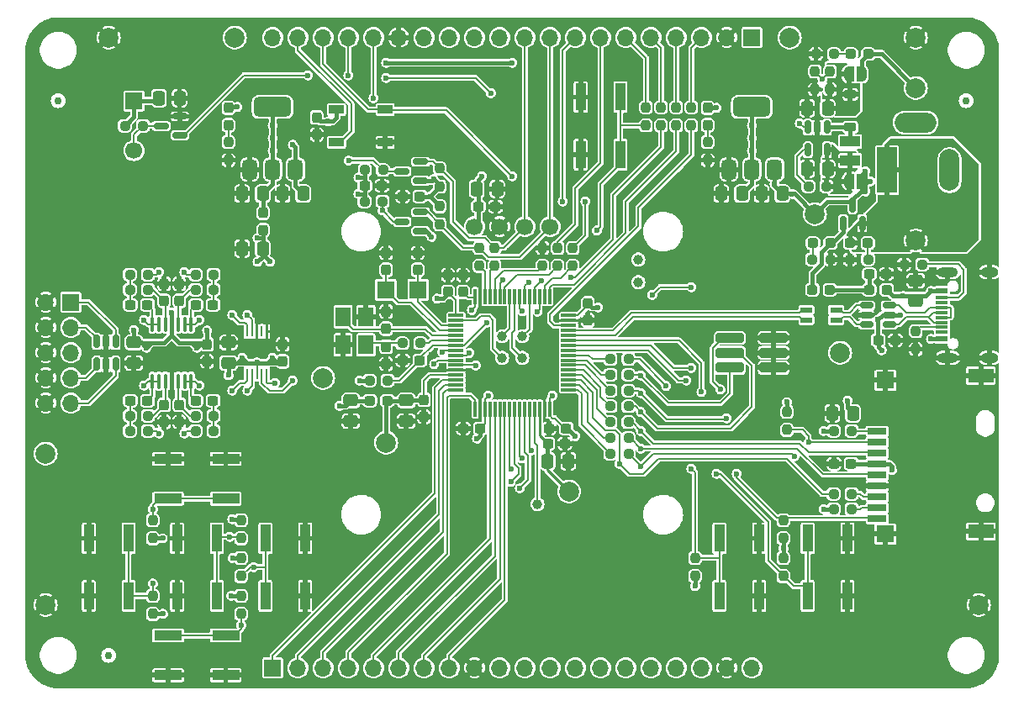
<source format=gtl>
G04 #@! TF.GenerationSoftware,KiCad,Pcbnew,8.0.0*
G04 #@! TF.CreationDate,2024-07-21T16:15:31-03:00*
G04 #@! TF.ProjectId,STM32XP,53544d33-3258-4502-9e6b-696361645f70,00*
G04 #@! TF.SameCoordinates,Original*
G04 #@! TF.FileFunction,Copper,L1,Top*
G04 #@! TF.FilePolarity,Positive*
%FSLAX46Y46*%
G04 Gerber Fmt 4.6, Leading zero omitted, Abs format (unit mm)*
G04 Created by KiCad (PCBNEW 8.0.0) date 2024-07-21 16:15:31*
%MOMM*%
%LPD*%
G01*
G04 APERTURE LIST*
G04 Aperture macros list*
%AMRoundRect*
0 Rectangle with rounded corners*
0 $1 Rounding radius*
0 $2 $3 $4 $5 $6 $7 $8 $9 X,Y pos of 4 corners*
0 Add a 4 corners polygon primitive as box body*
4,1,4,$2,$3,$4,$5,$6,$7,$8,$9,$2,$3,0*
0 Add four circle primitives for the rounded corners*
1,1,$1+$1,$2,$3*
1,1,$1+$1,$4,$5*
1,1,$1+$1,$6,$7*
1,1,$1+$1,$8,$9*
0 Add four rect primitives between the rounded corners*
20,1,$1+$1,$2,$3,$4,$5,0*
20,1,$1+$1,$4,$5,$6,$7,0*
20,1,$1+$1,$6,$7,$8,$9,0*
20,1,$1+$1,$8,$9,$2,$3,0*%
%AMFreePoly0*
4,1,19,0.500000,-0.750000,0.000000,-0.750000,0.000000,-0.744911,-0.071157,-0.744911,-0.207708,-0.704816,-0.327430,-0.627875,-0.420627,-0.520320,-0.479746,-0.390866,-0.500000,-0.250000,-0.500000,0.250000,-0.479746,0.390866,-0.420627,0.520320,-0.327430,0.627875,-0.207708,0.704816,-0.071157,0.744911,0.000000,0.744911,0.000000,0.750000,0.500000,0.750000,0.500000,-0.750000,0.500000,-0.750000,
$1*%
%AMFreePoly1*
4,1,19,0.000000,0.744911,0.071157,0.744911,0.207708,0.704816,0.327430,0.627875,0.420627,0.520320,0.479746,0.390866,0.500000,0.250000,0.500000,-0.250000,0.479746,-0.390866,0.420627,-0.520320,0.327430,-0.627875,0.207708,-0.704816,0.071157,-0.744911,0.000000,-0.744911,0.000000,-0.750000,-0.500000,-0.750000,-0.500000,0.750000,0.000000,0.750000,0.000000,0.744911,0.000000,0.744911,
$1*%
G04 Aperture macros list end*
G04 #@! TA.AperFunction,SMDPad,CuDef*
%ADD10RoundRect,0.237500X0.237500X-0.250000X0.237500X0.250000X-0.237500X0.250000X-0.237500X-0.250000X0*%
G04 #@! TD*
G04 #@! TA.AperFunction,SMDPad,CuDef*
%ADD11RoundRect,0.237500X-0.250000X-0.237500X0.250000X-0.237500X0.250000X0.237500X-0.250000X0.237500X0*%
G04 #@! TD*
G04 #@! TA.AperFunction,ComponentPad*
%ADD12C,1.000000*%
G04 #@! TD*
G04 #@! TA.AperFunction,ComponentPad*
%ADD13C,2.000000*%
G04 #@! TD*
G04 #@! TA.AperFunction,SMDPad,CuDef*
%ADD14R,1.500000X0.900000*%
G04 #@! TD*
G04 #@! TA.AperFunction,SMDPad,CuDef*
%ADD15RoundRect,0.237500X0.250000X0.237500X-0.250000X0.237500X-0.250000X-0.237500X0.250000X-0.237500X0*%
G04 #@! TD*
G04 #@! TA.AperFunction,SMDPad,CuDef*
%ADD16RoundRect,0.250000X0.475000X-0.337500X0.475000X0.337500X-0.475000X0.337500X-0.475000X-0.337500X0*%
G04 #@! TD*
G04 #@! TA.AperFunction,SMDPad,CuDef*
%ADD17RoundRect,0.237500X-0.237500X0.300000X-0.237500X-0.300000X0.237500X-0.300000X0.237500X0.300000X0*%
G04 #@! TD*
G04 #@! TA.AperFunction,SMDPad,CuDef*
%ADD18R,2.000000X1.100000*%
G04 #@! TD*
G04 #@! TA.AperFunction,SMDPad,CuDef*
%ADD19RoundRect,0.200000X1.200000X0.300000X-1.200000X0.300000X-1.200000X-0.300000X1.200000X-0.300000X0*%
G04 #@! TD*
G04 #@! TA.AperFunction,SMDPad,CuDef*
%ADD20R,1.000000X2.800000*%
G04 #@! TD*
G04 #@! TA.AperFunction,SMDPad,CuDef*
%ADD21RoundRect,0.150000X-0.512500X-0.150000X0.512500X-0.150000X0.512500X0.150000X-0.512500X0.150000X0*%
G04 #@! TD*
G04 #@! TA.AperFunction,SMDPad,CuDef*
%ADD22RoundRect,0.150000X0.587500X0.150000X-0.587500X0.150000X-0.587500X-0.150000X0.587500X-0.150000X0*%
G04 #@! TD*
G04 #@! TA.AperFunction,SMDPad,CuDef*
%ADD23RoundRect,0.237500X0.237500X-0.287500X0.237500X0.287500X-0.237500X0.287500X-0.237500X-0.287500X0*%
G04 #@! TD*
G04 #@! TA.AperFunction,SMDPad,CuDef*
%ADD24RoundRect,0.250000X-0.337500X-0.475000X0.337500X-0.475000X0.337500X0.475000X-0.337500X0.475000X0*%
G04 #@! TD*
G04 #@! TA.AperFunction,SMDPad,CuDef*
%ADD25RoundRect,0.237500X-0.300000X-0.237500X0.300000X-0.237500X0.300000X0.237500X-0.300000X0.237500X0*%
G04 #@! TD*
G04 #@! TA.AperFunction,SMDPad,CuDef*
%ADD26R,1.240000X0.600000*%
G04 #@! TD*
G04 #@! TA.AperFunction,SMDPad,CuDef*
%ADD27R,1.240000X0.300000*%
G04 #@! TD*
G04 #@! TA.AperFunction,ComponentPad*
%ADD28O,2.100000X1.000000*%
G04 #@! TD*
G04 #@! TA.AperFunction,ComponentPad*
%ADD29O,1.800000X1.000000*%
G04 #@! TD*
G04 #@! TA.AperFunction,SMDPad,CuDef*
%ADD30R,0.250000X1.100000*%
G04 #@! TD*
G04 #@! TA.AperFunction,SMDPad,CuDef*
%ADD31C,0.750000*%
G04 #@! TD*
G04 #@! TA.AperFunction,ComponentPad*
%ADD32R,2.000000X4.600000*%
G04 #@! TD*
G04 #@! TA.AperFunction,ComponentPad*
%ADD33O,2.000000X4.200000*%
G04 #@! TD*
G04 #@! TA.AperFunction,ComponentPad*
%ADD34O,4.200000X2.000000*%
G04 #@! TD*
G04 #@! TA.AperFunction,SMDPad,CuDef*
%ADD35RoundRect,0.250000X-0.475000X0.337500X-0.475000X-0.337500X0.475000X-0.337500X0.475000X0.337500X0*%
G04 #@! TD*
G04 #@! TA.AperFunction,SMDPad,CuDef*
%ADD36RoundRect,0.375000X0.375000X-0.625000X0.375000X0.625000X-0.375000X0.625000X-0.375000X-0.625000X0*%
G04 #@! TD*
G04 #@! TA.AperFunction,SMDPad,CuDef*
%ADD37RoundRect,0.500000X1.400000X-0.500000X1.400000X0.500000X-1.400000X0.500000X-1.400000X-0.500000X0*%
G04 #@! TD*
G04 #@! TA.AperFunction,SMDPad,CuDef*
%ADD38RoundRect,0.250000X0.337500X0.475000X-0.337500X0.475000X-0.337500X-0.475000X0.337500X-0.475000X0*%
G04 #@! TD*
G04 #@! TA.AperFunction,SMDPad,CuDef*
%ADD39RoundRect,0.075000X-0.700000X-0.075000X0.700000X-0.075000X0.700000X0.075000X-0.700000X0.075000X0*%
G04 #@! TD*
G04 #@! TA.AperFunction,SMDPad,CuDef*
%ADD40RoundRect,0.075000X-0.075000X-0.700000X0.075000X-0.700000X0.075000X0.700000X-0.075000X0.700000X0*%
G04 #@! TD*
G04 #@! TA.AperFunction,SMDPad,CuDef*
%ADD41R,1.500000X1.950000*%
G04 #@! TD*
G04 #@! TA.AperFunction,ComponentPad*
%ADD42R,1.700000X1.700000*%
G04 #@! TD*
G04 #@! TA.AperFunction,ComponentPad*
%ADD43O,1.700000X1.700000*%
G04 #@! TD*
G04 #@! TA.AperFunction,SMDPad,CuDef*
%ADD44RoundRect,0.237500X0.237500X-0.300000X0.237500X0.300000X-0.237500X0.300000X-0.237500X-0.300000X0*%
G04 #@! TD*
G04 #@! TA.AperFunction,SMDPad,CuDef*
%ADD45RoundRect,0.237500X0.300000X0.237500X-0.300000X0.237500X-0.300000X-0.237500X0.300000X-0.237500X0*%
G04 #@! TD*
G04 #@! TA.AperFunction,SMDPad,CuDef*
%ADD46RoundRect,0.237500X-0.237500X0.250000X-0.237500X-0.250000X0.237500X-0.250000X0.237500X0.250000X0*%
G04 #@! TD*
G04 #@! TA.AperFunction,SMDPad,CuDef*
%ADD47RoundRect,0.237500X-0.237500X0.287500X-0.237500X-0.287500X0.237500X-0.287500X0.237500X0.287500X0*%
G04 #@! TD*
G04 #@! TA.AperFunction,SMDPad,CuDef*
%ADD48FreePoly0,0.000000*%
G04 #@! TD*
G04 #@! TA.AperFunction,SMDPad,CuDef*
%ADD49FreePoly1,0.000000*%
G04 #@! TD*
G04 #@! TA.AperFunction,SMDPad,CuDef*
%ADD50RoundRect,0.225000X-0.375000X0.225000X-0.375000X-0.225000X0.375000X-0.225000X0.375000X0.225000X0*%
G04 #@! TD*
G04 #@! TA.AperFunction,SMDPad,CuDef*
%ADD51R,2.800000X1.000000*%
G04 #@! TD*
G04 #@! TA.AperFunction,SMDPad,CuDef*
%ADD52RoundRect,0.237500X-0.287500X-0.237500X0.287500X-0.237500X0.287500X0.237500X-0.287500X0.237500X0*%
G04 #@! TD*
G04 #@! TA.AperFunction,SMDPad,CuDef*
%ADD53RoundRect,0.237500X0.287500X0.237500X-0.287500X0.237500X-0.287500X-0.237500X0.287500X-0.237500X0*%
G04 #@! TD*
G04 #@! TA.AperFunction,SMDPad,CuDef*
%ADD54RoundRect,0.150000X-0.150000X0.512500X-0.150000X-0.512500X0.150000X-0.512500X0.150000X0.512500X0*%
G04 #@! TD*
G04 #@! TA.AperFunction,SMDPad,CuDef*
%ADD55R,1.900000X0.700000*%
G04 #@! TD*
G04 #@! TA.AperFunction,SMDPad,CuDef*
%ADD56R,1.800000X1.700000*%
G04 #@! TD*
G04 #@! TA.AperFunction,SMDPad,CuDef*
%ADD57R,2.600000X1.400000*%
G04 #@! TD*
G04 #@! TA.AperFunction,SMDPad,CuDef*
%ADD58RoundRect,0.150000X0.150000X-0.587500X0.150000X0.587500X-0.150000X0.587500X-0.150000X-0.587500X0*%
G04 #@! TD*
G04 #@! TA.AperFunction,ComponentPad*
%ADD59C,1.700000*%
G04 #@! TD*
G04 #@! TA.AperFunction,SMDPad,CuDef*
%ADD60FreePoly0,180.000000*%
G04 #@! TD*
G04 #@! TA.AperFunction,SMDPad,CuDef*
%ADD61FreePoly1,180.000000*%
G04 #@! TD*
G04 #@! TA.AperFunction,SMDPad,CuDef*
%ADD62R,1.200000X0.600000*%
G04 #@! TD*
G04 #@! TA.AperFunction,SMDPad,CuDef*
%ADD63RoundRect,0.100000X-0.100000X0.637500X-0.100000X-0.637500X0.100000X-0.637500X0.100000X0.637500X0*%
G04 #@! TD*
G04 #@! TA.AperFunction,SMDPad,CuDef*
%ADD64R,1.750000X1.800000*%
G04 #@! TD*
G04 #@! TA.AperFunction,ViaPad*
%ADD65C,0.600000*%
G04 #@! TD*
G04 #@! TA.AperFunction,Conductor*
%ADD66C,0.200000*%
G04 #@! TD*
G04 #@! TA.AperFunction,Conductor*
%ADD67C,0.400000*%
G04 #@! TD*
G04 #@! TA.AperFunction,Conductor*
%ADD68C,0.275000*%
G04 #@! TD*
G04 APERTURE END LIST*
D10*
G04 #@! TO.P,R37,1*
G04 #@! TO.N,SPI NSS*
X177662500Y-107770500D03*
G04 #@! TO.P,R37,2*
G04 #@! TO.N,+3.3V*
X177662500Y-105945500D03*
G04 #@! TD*
D11*
G04 #@! TO.P,R23,1*
G04 #@! TO.N,GND*
X189473500Y-91110000D03*
G04 #@! TO.P,R23,2*
G04 #@! TO.N,/IO/USB CC2*
X191298500Y-91110000D03*
G04 #@! TD*
D10*
G04 #@! TO.P,R28,1*
G04 #@! TO.N,GND*
X190640000Y-99642500D03*
G04 #@! TO.P,R28,2*
G04 #@! TO.N,/IO/USB CC1*
X190640000Y-97817500D03*
G04 #@! TD*
D12*
G04 #@! TO.P,TP16,1,1*
G04 #@! TO.N,/MCU/PC11*
X162700000Y-92888000D03*
G04 #@! TD*
G04 #@! TO.P,TP21,1,1*
G04 #@! TO.N,/MCU/PB10*
X152540000Y-115240000D03*
G04 #@! TD*
G04 #@! TO.P,TP18,1,1*
G04 #@! TO.N,/MCU/PB5*
X148984000Y-98349000D03*
G04 #@! TD*
G04 #@! TO.P,TP19,1,1*
G04 #@! TO.N,/MCU/PB4*
X151016000Y-100508000D03*
G04 #@! TD*
G04 #@! TO.P,TP20,1,1*
G04 #@! TO.N,/MCU/PC13*
X148984000Y-100508000D03*
G04 #@! TD*
G04 #@! TO.P,TP17,1,1*
G04 #@! TO.N,/MCU/PC12*
X151016000Y-98349000D03*
G04 #@! TD*
G04 #@! TO.P,TP15,1,1*
G04 #@! TO.N,/MCU/PD2*
X162700000Y-90602000D03*
G04 #@! TD*
D13*
G04 #@! TO.P,TP10,1,1*
G04 #@! TO.N,+3.3VA*
X137300000Y-109048750D03*
G04 #@! TD*
D11*
G04 #@! TO.P,R1,1*
G04 #@! TO.N,GND*
X180583500Y-69901000D03*
G04 #@! TO.P,R1,2*
G04 #@! TO.N,/POWER/+9V LED*
X182408500Y-69901000D03*
G04 #@! TD*
D14*
G04 #@! TO.P,D5,1,VDD*
G04 #@! TO.N,+5V*
X132310000Y-75490000D03*
G04 #@! TO.P,D5,2,DOUT*
G04 #@! TO.N,NEOPIXEL DOUT*
X132310000Y-78790000D03*
G04 #@! TO.P,D5,3,VSS*
G04 #@! TO.N,GND*
X137210000Y-78790000D03*
G04 #@! TO.P,D5,4,DIN*
G04 #@! TO.N,NEOPIXEL DIN*
X137210000Y-75490000D03*
G04 #@! TD*
D15*
G04 #@! TO.P,R34,1*
G04 #@! TO.N,PWM RED*
X161707500Y-105397500D03*
G04 #@! TO.P,R34,2*
G04 #@! TO.N,/MCU/TIM3 CH1*
X159882500Y-105397500D03*
G04 #@! TD*
D16*
G04 #@! TO.P,C37,1*
G04 #@! TO.N,GND*
X139332000Y-106879500D03*
G04 #@! TO.P,C37,2*
G04 #@! TO.N,+3.3VA*
X139332000Y-104804500D03*
G04 #@! TD*
D17*
G04 #@! TO.P,C17,1*
G04 #@! TO.N,GND*
X143523000Y-92152500D03*
G04 #@! TO.P,C17,2*
G04 #@! TO.N,+3VBAT*
X143523000Y-93877500D03*
G04 #@! TD*
D10*
G04 #@! TO.P,R10,1*
G04 #@! TO.N,GND*
X169685000Y-80592500D03*
G04 #@! TO.P,R10,2*
G04 #@! TO.N,/POWER/+3.3V LED*
X169685000Y-78767500D03*
G04 #@! TD*
D18*
G04 #@! TO.P,L1,1,1*
G04 #@! TO.N,/POWER/BOOST IN*
X184036000Y-80630000D03*
G04 #@! TO.P,L1,2,2*
G04 #@! TO.N,/POWER/BOOST SW*
X184036000Y-78730000D03*
G04 #@! TD*
D10*
G04 #@! TO.P,R15,1*
G04 #@! TO.N,I2C SDA 3.3V*
X142697500Y-87069500D03*
G04 #@! TO.P,R15,2*
G04 #@! TO.N,+3.3V*
X142697500Y-85244500D03*
G04 #@! TD*
D15*
G04 #@! TO.P,R31,1*
G04 #@! TO.N,PWM BLUE*
X161707500Y-102222500D03*
G04 #@! TO.P,R31,2*
G04 #@! TO.N,/MCU/TIM3 CH3*
X159882500Y-102222500D03*
G04 #@! TD*
D19*
G04 #@! TO.P,D10,1,KB*
G04 #@! TO.N,GND*
X176330000Y-101500000D03*
G04 #@! TO.P,D10,2,AB*
G04 #@! TO.N,PWM BLUE*
X171930000Y-101500000D03*
G04 #@! TO.P,D10,3,KR*
G04 #@! TO.N,GND*
X176330000Y-100000000D03*
G04 #@! TO.P,D10,4,AR*
G04 #@! TO.N,PWM RED*
X171930000Y-100000000D03*
G04 #@! TO.P,D10,5,KG*
G04 #@! TO.N,GND*
X176330000Y-98500000D03*
G04 #@! TO.P,D10,6,AG*
G04 #@! TO.N,PWM GREEN*
X171930000Y-98500000D03*
G04 #@! TD*
D20*
G04 #@! TO.P,SW7,1,1*
G04 #@! TO.N,GND*
X183750000Y-118690000D03*
X183750000Y-124490000D03*
G04 #@! TO.P,SW7,2,2*
G04 #@! TO.N,BUTTON 2*
X179750000Y-118690000D03*
X179750000Y-124490000D03*
G04 #@! TD*
D21*
G04 #@! TO.P,U5,1,I/O1*
G04 #@! TO.N,/IO/USB FILTERED D+*
X185692500Y-95240000D03*
G04 #@! TO.P,U5,2,GND*
G04 #@! TO.N,GND*
X185692500Y-96190000D03*
G04 #@! TO.P,U5,3,I/O2*
G04 #@! TO.N,/IO/USB FILTERED D-*
X185692500Y-97140000D03*
G04 #@! TO.P,U5,4,I/O2*
G04 #@! TO.N,/IO/USB DATA-*
X187967500Y-97140000D03*
G04 #@! TO.P,U5,5,VBUS*
G04 #@! TO.N,+VBUS*
X187967500Y-96190000D03*
G04 #@! TO.P,U5,6,I/O1*
G04 #@! TO.N,/IO/USB DATA+*
X187967500Y-95240000D03*
G04 #@! TD*
D22*
G04 #@! TO.P,Q1,1,G*
G04 #@! TO.N,PWM BUZZER*
X116520500Y-78090000D03*
G04 #@! TO.P,Q1,2,S*
G04 #@! TO.N,GND*
X116520500Y-76190000D03*
G04 #@! TO.P,Q1,3,D*
G04 #@! TO.N,/INTERFACE/BUZZER DRAIN*
X114645500Y-77140000D03*
G04 #@! TD*
D23*
G04 #@! TO.P,D4,1,K*
G04 #@! TO.N,/POWER/+3.3V LED*
X169685000Y-77062500D03*
G04 #@! TO.P,D4,2,A*
G04 #@! TO.N,+3.3V*
X169685000Y-75312500D03*
G04 #@! TD*
D24*
G04 #@! TO.P,C13,1*
G04 #@! TO.N,GND*
X122800500Y-89497500D03*
G04 #@! TO.P,C13,2*
G04 #@! TO.N,+5VA*
X124875500Y-89497500D03*
G04 #@! TD*
D17*
G04 #@! TO.P,C15,1*
G04 #@! TO.N,GND*
X140475000Y-89930000D03*
G04 #@! TO.P,C15,2*
G04 #@! TO.N,/MCU/LSE IN*
X140475000Y-91655000D03*
G04 #@! TD*
D15*
G04 #@! TO.P,R45,1*
G04 #@! TO.N,/IO/SD DAT1 SPI*
X184186500Y-115748000D03*
G04 #@! TO.P,R45,2*
G04 #@! TO.N,+3.3V*
X182361500Y-115748000D03*
G04 #@! TD*
D25*
G04 #@! TO.P,C22,1*
G04 #@! TO.N,/ANALOG/AA2FB*
X111545500Y-95174000D03*
G04 #@! TO.P,C22,2*
G04 #@! TO.N,AIN1*
X113270500Y-95174000D03*
G04 #@! TD*
D22*
G04 #@! TO.P,Q2,1,G*
G04 #@! TO.N,+3.3V*
X140777500Y-82662000D03*
G04 #@! TO.P,Q2,2,S*
G04 #@! TO.N,I2C SCL 3.3V*
X140777500Y-80762000D03*
G04 #@! TO.P,Q2,3,D*
G04 #@! TO.N,I2C SCL 5V*
X138902500Y-81712000D03*
G04 #@! TD*
D25*
G04 #@! TO.P,C11,1*
G04 #@! TO.N,GND*
X138977500Y-84252000D03*
G04 #@! TO.P,C11,2*
G04 #@! TO.N,+3.3V*
X140702500Y-84252000D03*
G04 #@! TD*
D13*
G04 #@! TO.P,TP8,1,1*
G04 #@! TO.N,+VBUS*
X183020000Y-100000000D03*
G04 #@! TD*
D15*
G04 #@! TO.P,R30,1*
G04 #@! TO.N,PWM BUZZER*
X161707500Y-100635000D03*
G04 #@! TO.P,R30,2*
G04 #@! TO.N,/MCU/TIM3 CH4*
X159882500Y-100635000D03*
G04 #@! TD*
D26*
G04 #@! TO.P,J4,A1,GND*
G04 #@! TO.N,GND*
X193265000Y-99390000D03*
G04 #@! TO.P,J4,A4,VBUS*
G04 #@! TO.N,+VBUS*
X193265000Y-98590000D03*
D27*
G04 #@! TO.P,J4,A5,CC1*
G04 #@! TO.N,/IO/USB CC1*
X193265000Y-97440000D03*
G04 #@! TO.P,J4,A6,D+*
G04 #@! TO.N,/IO/USB DATA+*
X193265000Y-96440000D03*
G04 #@! TO.P,J4,A7,D-*
G04 #@! TO.N,/IO/USB DATA-*
X193265000Y-95940000D03*
G04 #@! TO.P,J4,A8,SBU1*
G04 #@! TO.N,unconnected-(J4-SBU1-PadA8)*
X193265000Y-94940000D03*
D26*
G04 #@! TO.P,J4,A9,VBUS*
G04 #@! TO.N,+VBUS*
X193265000Y-93790000D03*
G04 #@! TO.P,J4,A12,GND*
G04 #@! TO.N,GND*
X193265000Y-92990000D03*
G04 #@! TO.P,J4,B1,GND*
X193265000Y-92990000D03*
G04 #@! TO.P,J4,B4,VBUS*
G04 #@! TO.N,+VBUS*
X193265000Y-93790000D03*
D27*
G04 #@! TO.P,J4,B5,CC2*
G04 #@! TO.N,/IO/USB CC2*
X193265000Y-94440000D03*
G04 #@! TO.P,J4,B6,D+*
G04 #@! TO.N,/IO/USB DATA+*
X193265000Y-95440000D03*
G04 #@! TO.P,J4,B7,D-*
G04 #@! TO.N,/IO/USB DATA-*
X193265000Y-96940000D03*
G04 #@! TO.P,J4,B8,SBU2*
G04 #@! TO.N,unconnected-(J4-SBU2-PadB8)*
X193265000Y-97940000D03*
D26*
G04 #@! TO.P,J4,B9,VBUS*
G04 #@! TO.N,+VBUS*
X193265000Y-98590000D03*
G04 #@! TO.P,J4,B12,GND*
G04 #@! TO.N,GND*
X193265000Y-99390000D03*
D28*
G04 #@! TO.P,J4,S1,SHIELD*
X193865000Y-100510000D03*
D29*
X198065000Y-100510000D03*
D28*
X193865000Y-91870000D03*
D29*
X198065000Y-91870000D03*
G04 #@! TD*
D13*
G04 #@! TO.P,TP2,1,1*
G04 #@! TO.N,+5V*
X122060000Y-68250000D03*
G04 #@! TD*
D30*
G04 #@! TO.P,U7,1,ADDR*
G04 #@! TO.N,GND*
X125282500Y-97850000D03*
G04 #@! TO.P,U7,2,ALERT/RDY*
G04 #@! TO.N,unconnected-(U7-ALERT{slash}RDY-Pad2)*
X124782500Y-97850000D03*
G04 #@! TO.P,U7,3,GND*
G04 #@! TO.N,GND*
X124282500Y-97850000D03*
G04 #@! TO.P,U7,4,AIN0*
G04 #@! TO.N,AIN0*
X123782500Y-97850000D03*
G04 #@! TO.P,U7,5,AIN1*
G04 #@! TO.N,AIN1*
X123282500Y-97850000D03*
G04 #@! TO.P,U7,6,AIN2*
G04 #@! TO.N,AIN2*
X123282500Y-102150000D03*
G04 #@! TO.P,U7,7,AIN3*
G04 #@! TO.N,AIN3*
X123782500Y-102150000D03*
G04 #@! TO.P,U7,8,VDD*
G04 #@! TO.N,+5VA*
X124282500Y-102150000D03*
G04 #@! TO.P,U7,9,SDA*
G04 #@! TO.N,I2C SDA 5V*
X124782500Y-102150000D03*
G04 #@! TO.P,U7,10,SCL*
G04 #@! TO.N,I2C SCL 5V*
X125282500Y-102150000D03*
G04 #@! TD*
D11*
G04 #@! TO.P,R29,1*
G04 #@! TO.N,/MCU/HSE OUT*
X138927500Y-99047500D03*
G04 #@! TO.P,R29,2*
G04 #@! TO.N,/MCU/PH1*
X140752500Y-99047500D03*
G04 #@! TD*
D31*
G04 #@! TO.P,FID1,*
G04 #@! TO.N,*
X104280000Y-74600000D03*
G04 #@! TD*
D10*
G04 #@! TO.P,R9,1*
G04 #@! TO.N,GND*
X121425000Y-80592500D03*
G04 #@! TO.P,R9,2*
G04 #@! TO.N,/POWER/+5V LED*
X121425000Y-78767500D03*
G04 #@! TD*
D31*
G04 #@! TO.P,FID3,*
G04 #@! TO.N,*
X109360000Y-130480000D03*
G04 #@! TD*
D32*
G04 #@! TO.P,J2,1*
G04 #@! TO.N,+VEXT*
X187740000Y-81600000D03*
D33*
G04 #@! TO.P,J2,2*
G04 #@! TO.N,GND*
X194040000Y-81600000D03*
D34*
G04 #@! TO.P,J2,3*
G04 #@! TO.N,unconnected-(J2-Pad3)*
X190640000Y-76800000D03*
G04 #@! TD*
D35*
G04 #@! TO.P,C29,1*
G04 #@! TO.N,GND*
X121425000Y-98962500D03*
G04 #@! TO.P,C29,2*
G04 #@! TO.N,+5VA*
X121425000Y-101037500D03*
G04 #@! TD*
D15*
G04 #@! TO.P,R32,1*
G04 #@! TO.N,NRST*
X137450500Y-102794000D03*
G04 #@! TO.P,R32,2*
G04 #@! TO.N,+3.3V*
X135625500Y-102794000D03*
G04 #@! TD*
D25*
G04 #@! TO.P,C41,1*
G04 #@! TO.N,GND*
X145073500Y-107620000D03*
G04 #@! TO.P,C41,2*
G04 #@! TO.N,+3.3V*
X146798500Y-107620000D03*
G04 #@! TD*
D36*
G04 #@! TO.P,U1,1,GND*
G04 #@! TO.N,GND*
X123570000Y-81535000D03*
G04 #@! TO.P,U1,2,VO*
G04 #@! TO.N,+5V*
X125870000Y-81535000D03*
D37*
X125870000Y-75235000D03*
D36*
G04 #@! TO.P,U1,3,VI*
G04 #@! TO.N,+9V*
X128170000Y-81535000D03*
G04 #@! TD*
D10*
G04 #@! TO.P,R49,1*
G04 #@! TO.N,BUTTON RIGHT*
X122695000Y-122502500D03*
G04 #@! TO.P,R49,2*
G04 #@! TO.N,+3.3V*
X122695000Y-120677500D03*
G04 #@! TD*
D38*
G04 #@! TO.P,C1,1*
G04 #@! TO.N,GND*
X116493500Y-74346000D03*
G04 #@! TO.P,C1,2*
G04 #@! TO.N,+9V*
X114418500Y-74346000D03*
G04 #@! TD*
D39*
G04 #@! TO.P,U8,1,VBAT*
G04 #@! TO.N,+3VBAT*
X144325000Y-96250000D03*
G04 #@! TO.P,U8,2,PC13*
G04 #@! TO.N,/MCU/PC13*
X144325000Y-96750000D03*
G04 #@! TO.P,U8,3,PC14*
G04 #@! TO.N,/MCU/LSE IN*
X144325000Y-97250000D03*
G04 #@! TO.P,U8,4,PC15*
G04 #@! TO.N,/MCU/LSE OUT*
X144325000Y-97750000D03*
G04 #@! TO.P,U8,5,PH0*
G04 #@! TO.N,/MCU/PH0*
X144325000Y-98250000D03*
G04 #@! TO.P,U8,6,PH1*
G04 #@! TO.N,/MCU/PH1*
X144325000Y-98750000D03*
G04 #@! TO.P,U8,7,NRST*
G04 #@! TO.N,NRST*
X144325000Y-99250000D03*
G04 #@! TO.P,U8,8,PC0*
G04 #@! TO.N,PC0*
X144325000Y-99750000D03*
G04 #@! TO.P,U8,9,PC1*
G04 #@! TO.N,PC1*
X144325000Y-100250000D03*
G04 #@! TO.P,U8,10,PC2*
G04 #@! TO.N,PC2*
X144325000Y-100750000D03*
G04 #@! TO.P,U8,11,PC3*
G04 #@! TO.N,PC3*
X144325000Y-101250000D03*
G04 #@! TO.P,U8,12,VSSA*
G04 #@! TO.N,GND*
X144325000Y-101750000D03*
G04 #@! TO.P,U8,13,VDDA*
G04 #@! TO.N,+3.3VA*
X144325000Y-102250000D03*
G04 #@! TO.P,U8,14,PA0*
G04 #@! TO.N,PA0*
X144325000Y-102750000D03*
G04 #@! TO.P,U8,15,PA1*
G04 #@! TO.N,PA1*
X144325000Y-103250000D03*
G04 #@! TO.P,U8,16,PA2*
G04 #@! TO.N,PA2*
X144325000Y-103750000D03*
D40*
G04 #@! TO.P,U8,17,PA3*
G04 #@! TO.N,PA3*
X146250000Y-105675000D03*
G04 #@! TO.P,U8,18,VSS*
G04 #@! TO.N,GND*
X146750000Y-105675000D03*
G04 #@! TO.P,U8,19,VDD*
G04 #@! TO.N,+3.3V*
X147250000Y-105675000D03*
G04 #@! TO.P,U8,20,PA4*
G04 #@! TO.N,PA4*
X147750000Y-105675000D03*
G04 #@! TO.P,U8,21,PA5*
G04 #@! TO.N,PA5*
X148250000Y-105675000D03*
G04 #@! TO.P,U8,22,PA6*
G04 #@! TO.N,PA6*
X148750000Y-105675000D03*
G04 #@! TO.P,U8,23,PA7*
G04 #@! TO.N,PA7*
X149250000Y-105675000D03*
G04 #@! TO.P,U8,24,PC4*
G04 #@! TO.N,BUTTON LEFT*
X149750000Y-105675000D03*
G04 #@! TO.P,U8,25,PC5*
G04 #@! TO.N,BUTTON RIGHT*
X150250000Y-105675000D03*
G04 #@! TO.P,U8,26,PB0*
G04 #@! TO.N,BUTTON UP*
X150750000Y-105675000D03*
G04 #@! TO.P,U8,27,PB1*
G04 #@! TO.N,BUTTON DOWN*
X151250000Y-105675000D03*
G04 #@! TO.P,U8,28,PB2*
G04 #@! TO.N,BUTTON CENTER*
X151750000Y-105675000D03*
G04 #@! TO.P,U8,29,PB10*
G04 #@! TO.N,/MCU/PB10*
X152250000Y-105675000D03*
G04 #@! TO.P,U8,30,VCAP1*
G04 #@! TO.N,+VCORE*
X152750000Y-105675000D03*
G04 #@! TO.P,U8,31,VSS*
G04 #@! TO.N,GND*
X153250000Y-105675000D03*
G04 #@! TO.P,U8,32,VDD*
G04 #@! TO.N,+3.3V*
X153750000Y-105675000D03*
D39*
G04 #@! TO.P,U8,33,PB12*
G04 #@! TO.N,/MCU/PB12 SPI*
X155675000Y-103750000D03*
G04 #@! TO.P,U8,34,PB13*
G04 #@! TO.N,/MCU/PB13 SPI*
X155675000Y-103250000D03*
G04 #@! TO.P,U8,35,PB14*
G04 #@! TO.N,SPI MISO*
X155675000Y-102750000D03*
G04 #@! TO.P,U8,36,PB15*
G04 #@! TO.N,/MCU/PB15 SPI*
X155675000Y-102250000D03*
G04 #@! TO.P,U8,37,PC6*
G04 #@! TO.N,/MCU/TIM3 CH1*
X155675000Y-101750000D03*
G04 #@! TO.P,U8,38,PC7*
G04 #@! TO.N,/MCU/TIM3 CH2*
X155675000Y-101250000D03*
G04 #@! TO.P,U8,39,PC8*
G04 #@! TO.N,/MCU/TIM3 CH3*
X155675000Y-100750000D03*
G04 #@! TO.P,U8,40,PC9*
G04 #@! TO.N,/MCU/TIM3 CH4*
X155675000Y-100250000D03*
G04 #@! TO.P,U8,41,PA8*
G04 #@! TO.N,BUTTON 1*
X155675000Y-99750000D03*
G04 #@! TO.P,U8,42,PA9*
G04 #@! TO.N,BUTTON 2*
X155675000Y-99250000D03*
G04 #@! TO.P,U8,43,PA10*
G04 #@! TO.N,USB OTG ID*
X155675000Y-98750000D03*
G04 #@! TO.P,U8,44,PA11*
G04 #@! TO.N,USB D-*
X155675000Y-98250000D03*
G04 #@! TO.P,U8,45,PA12*
G04 #@! TO.N,USB D+*
X155675000Y-97750000D03*
G04 #@! TO.P,U8,46,PA13*
G04 #@! TO.N,SWDIO*
X155675000Y-97250000D03*
G04 #@! TO.P,U8,47,VSS*
G04 #@! TO.N,GND*
X155675000Y-96750000D03*
G04 #@! TO.P,U8,48,VDD*
G04 #@! TO.N,+3.3V*
X155675000Y-96250000D03*
D40*
G04 #@! TO.P,U8,49,PA14*
G04 #@! TO.N,SWCLK*
X153750000Y-94325000D03*
G04 #@! TO.P,U8,50,PA15*
G04 #@! TO.N,/MCU/PA15*
X153250000Y-94325000D03*
G04 #@! TO.P,U8,51,PC10*
G04 #@! TO.N,SD CARD ~{IN}*
X152750000Y-94325000D03*
G04 #@! TO.P,U8,52,PC11*
G04 #@! TO.N,/MCU/PC11*
X152250000Y-94325000D03*
G04 #@! TO.P,U8,53,PC12*
G04 #@! TO.N,/MCU/PC12*
X151750000Y-94325000D03*
G04 #@! TO.P,U8,54,PD2*
G04 #@! TO.N,/MCU/PD2*
X151250000Y-94325000D03*
G04 #@! TO.P,U8,55,PB3*
G04 #@! TO.N,SWO*
X150750000Y-94325000D03*
G04 #@! TO.P,U8,56,PB4*
G04 #@! TO.N,/MCU/PB4*
X150250000Y-94325000D03*
G04 #@! TO.P,U8,57,PB5*
G04 #@! TO.N,/MCU/PB5*
X149750000Y-94325000D03*
G04 #@! TO.P,U8,58,PB6*
G04 #@! TO.N,/MCU/PB6*
X149250000Y-94325000D03*
G04 #@! TO.P,U8,59,PB7*
G04 #@! TO.N,DEBUG RX*
X148750000Y-94325000D03*
G04 #@! TO.P,U8,60,BOOT0*
G04 #@! TO.N,/MCU/BOOT0*
X148250000Y-94325000D03*
G04 #@! TO.P,U8,61,PB8*
G04 #@! TO.N,/MCU/PB8*
X147750000Y-94325000D03*
G04 #@! TO.P,U8,62,PB9*
G04 #@! TO.N,/MCU/PB9*
X147250000Y-94325000D03*
G04 #@! TO.P,U8,63,VSS*
G04 #@! TO.N,GND*
X146750000Y-94325000D03*
G04 #@! TO.P,U8,64,VDD*
G04 #@! TO.N,+3.3V*
X146250000Y-94325000D03*
G04 #@! TD*
D41*
G04 #@! TO.P,Y2,1,1*
G04 #@! TO.N,/MCU/HSE OUT*
X135275000Y-99202500D03*
G04 #@! TO.P,Y2,2,2*
G04 #@! TO.N,GND*
X135275000Y-96352500D03*
G04 #@! TO.P,Y2,3,3*
G04 #@! TO.N,/MCU/PH0*
X132975000Y-96352500D03*
G04 #@! TO.P,Y2,4,4*
G04 #@! TO.N,GND*
X132975000Y-99202500D03*
G04 #@! TD*
D23*
G04 #@! TO.P,D3,1,K*
G04 #@! TO.N,/POWER/+5V LED*
X121425000Y-77062500D03*
G04 #@! TO.P,D3,2,A*
G04 #@! TO.N,+5V*
X121425000Y-75312500D03*
G04 #@! TD*
D15*
G04 #@! TO.P,R41,1*
G04 #@! TO.N,/IO/SD DAT2 SPI*
X184186500Y-107874000D03*
G04 #@! TO.P,R41,2*
G04 #@! TO.N,+3.3V*
X182361500Y-107874000D03*
G04 #@! TD*
D10*
G04 #@! TO.P,R51,1*
G04 #@! TO.N,BUTTON 2*
X177305000Y-122502500D03*
G04 #@! TO.P,R51,2*
G04 #@! TO.N,+3.3V*
X177305000Y-120677500D03*
G04 #@! TD*
D42*
G04 #@! TO.P,J1,1,Pin_1*
G04 #@! TO.N,+3.3V*
X174130000Y-68250000D03*
D43*
G04 #@! TO.P,J1,2,Pin_2*
G04 #@! TO.N,GND*
X171590000Y-68250000D03*
G04 #@! TO.P,J1,3,Pin_3*
G04 #@! TO.N,/IO/SWDIO CONN*
X169050000Y-68250000D03*
G04 #@! TO.P,J1,4,Pin_4*
G04 #@! TO.N,/IO/SWCLK CONN*
X166510000Y-68250000D03*
G04 #@! TO.P,J1,5,Pin_5*
G04 #@! TO.N,/IO/SWO CONN*
X163970000Y-68250000D03*
G04 #@! TO.P,J1,6,Pin_6*
G04 #@! TO.N,/IO/NRST CONN*
X161430000Y-68250000D03*
G04 #@! TO.P,J1,7,Pin_7*
G04 #@! TO.N,DEBUG TX*
X158890000Y-68250000D03*
G04 #@! TO.P,J1,8,Pin_8*
G04 #@! TO.N,DEBUG RX*
X156350000Y-68250000D03*
G04 #@! TO.P,J1,9,Pin_9*
G04 #@! TO.N,I2C SDA 3.3V*
X153810000Y-68250000D03*
G04 #@! TO.P,J1,10,Pin_10*
G04 #@! TO.N,I2C SCL 3.3V*
X151270000Y-68250000D03*
G04 #@! TO.P,J1,11,Pin_11*
G04 #@! TO.N,PC3*
X148730000Y-68250000D03*
G04 #@! TO.P,J1,12,Pin_12*
G04 #@! TO.N,PC2*
X146190000Y-68250000D03*
G04 #@! TO.P,J1,13,Pin_13*
G04 #@! TO.N,PC1*
X143650000Y-68250000D03*
G04 #@! TO.P,J1,14,Pin_14*
G04 #@! TO.N,PC0*
X141110000Y-68250000D03*
G04 #@! TO.P,J1,15,Pin_15*
G04 #@! TO.N,GND*
X138570000Y-68250000D03*
G04 #@! TO.P,J1,16,Pin_16*
G04 #@! TO.N,I2C SDA 5V*
X136030000Y-68250000D03*
G04 #@! TO.P,J1,17,Pin_17*
G04 #@! TO.N,I2C SCL 5V*
X133490000Y-68250000D03*
G04 #@! TO.P,J1,18,Pin_18*
G04 #@! TO.N,NEOPIXEL DIN*
X130950000Y-68250000D03*
G04 #@! TO.P,J1,19,Pin_19*
G04 #@! TO.N,NEOPIXEL DOUT*
X128410000Y-68250000D03*
G04 #@! TO.P,J1,20,Pin_20*
G04 #@! TO.N,+5V*
X125870000Y-68250000D03*
G04 #@! TD*
D20*
G04 #@! TO.P,SW3,1,1*
G04 #@! TO.N,GND*
X107360000Y-124490000D03*
X107360000Y-118690000D03*
G04 #@! TO.P,SW3,2,2*
G04 #@! TO.N,BUTTON LEFT*
X111360000Y-124490000D03*
X111360000Y-118690000D03*
G04 #@! TD*
D15*
G04 #@! TO.P,R39,1*
G04 #@! TO.N,A2*
X113320500Y-107874000D03*
G04 #@! TO.P,R39,2*
G04 #@! TO.N,/ANALOG/AA3FB*
X111495500Y-107874000D03*
G04 #@! TD*
D13*
G04 #@! TO.P,TP3,1,1*
G04 #@! TO.N,+3.3V*
X177940000Y-68250000D03*
G04 #@! TD*
D17*
G04 #@! TO.P,C14,1*
G04 #@! TO.N,GND*
X137300000Y-89930000D03*
G04 #@! TO.P,C14,2*
G04 #@! TO.N,/MCU/LSE OUT*
X137300000Y-91655000D03*
G04 #@! TD*
D22*
G04 #@! TO.P,Q3,1,G*
G04 #@! TO.N,+3.3V*
X140777500Y-87742000D03*
G04 #@! TO.P,Q3,2,S*
G04 #@! TO.N,I2C SDA 3.3V*
X140777500Y-85842000D03*
G04 #@! TO.P,Q3,3,D*
G04 #@! TO.N,I2C SDA 5V*
X138902500Y-86792000D03*
G04 #@! TD*
D44*
G04 #@! TO.P,C24,1*
G04 #@! TO.N,GND*
X157620000Y-96735000D03*
G04 #@! TO.P,C24,2*
G04 #@! TO.N,+3.3V*
X157620000Y-95010000D03*
G04 #@! TD*
D45*
G04 #@! TO.P,C43,1*
G04 #@! TO.N,GND*
X155307500Y-109144000D03*
G04 #@! TO.P,C43,2*
G04 #@! TO.N,+VCORE*
X153582500Y-109144000D03*
G04 #@! TD*
D17*
G04 #@! TO.P,C25,1*
G04 #@! TO.N,GND*
X137300000Y-95835500D03*
G04 #@! TO.P,C25,2*
G04 #@! TO.N,/MCU/PH0*
X137300000Y-97560500D03*
G04 #@! TD*
D46*
G04 #@! TO.P,R48,1*
G04 #@! TO.N,SD CARD ~{IN}*
X177305000Y-116867500D03*
G04 #@! TO.P,R48,2*
G04 #@! TO.N,+3.3V*
X177305000Y-118692500D03*
G04 #@! TD*
D10*
G04 #@! TO.P,R6,1*
G04 #@! TO.N,SWCLK*
X166510000Y-77100000D03*
G04 #@! TO.P,R6,2*
G04 #@! TO.N,/IO/SWCLK CONN*
X166510000Y-75275000D03*
G04 #@! TD*
D11*
G04 #@! TO.P,R38,1*
G04 #@! TO.N,/MCU/PB15 SPI*
X159882500Y-106985000D03*
G04 #@! TO.P,R38,2*
G04 #@! TO.N,SPI MOSI*
X161707500Y-106985000D03*
G04 #@! TD*
D10*
G04 #@! TO.P,R2,1*
G04 #@! TO.N,GND*
X180480000Y-73480500D03*
G04 #@! TO.P,R2,2*
G04 #@! TO.N,/POWER/BOOST FB*
X180480000Y-71655500D03*
G04 #@! TD*
D11*
G04 #@! TO.P,R13,1*
G04 #@! TO.N,/POWER/BOOST ~{SHDN}*
X179821500Y-83236000D03*
G04 #@! TO.P,R13,2*
G04 #@! TO.N,/POWER/BOOST IN*
X181646500Y-83236000D03*
G04 #@! TD*
D10*
G04 #@! TO.P,R53,1*
G04 #@! TO.N,BUTTON DOWN*
X122695000Y-126312500D03*
G04 #@! TO.P,R53,2*
G04 #@! TO.N,+3.3V*
X122695000Y-124487500D03*
G04 #@! TD*
G04 #@! TO.P,R19,1*
G04 #@! TO.N,/MCU/PB6*
X154572000Y-91260500D03*
G04 #@! TO.P,R19,2*
G04 #@! TO.N,DEBUG TX*
X154572000Y-89435500D03*
G04 #@! TD*
D20*
G04 #@! TO.P,SW1,1,1*
G04 #@! TO.N,GND*
X156890000Y-80040000D03*
X156890000Y-74240000D03*
G04 #@! TO.P,SW1,2,2*
G04 #@! TO.N,NRST*
X160890000Y-80040000D03*
X160890000Y-74240000D03*
G04 #@! TD*
D17*
G04 #@! TO.P,C21,1*
G04 #@! TO.N,GND*
X116472000Y-93041500D03*
G04 #@! TO.P,C21,2*
G04 #@! TO.N,/ANALOG/AA1+*
X116472000Y-94766500D03*
G04 #@! TD*
D15*
G04 #@! TO.P,R8,1*
G04 #@! TO.N,/INTERFACE/BUZZER DRAIN*
X112812500Y-77140000D03*
G04 #@! TO.P,R8,2*
G04 #@! TO.N,+9V*
X110987500Y-77140000D03*
G04 #@! TD*
D25*
G04 #@! TO.P,C16,1*
G04 #@! TO.N,/IO/USB FILTERED POWER*
X185967500Y-92062500D03*
G04 #@! TO.P,C16,2*
G04 #@! TO.N,GND*
X187692500Y-92062500D03*
G04 #@! TD*
D13*
G04 #@! TO.P,TP14,1,1*
G04 #@! TO.N,GND*
X196990000Y-125400000D03*
G04 #@! TD*
G04 #@! TO.P,TP9,1,1*
G04 #@! TO.N,+3VBAT*
X130950000Y-102540000D03*
G04 #@! TD*
D46*
G04 #@! TO.P,R50,1*
G04 #@! TO.N,BUTTON 1*
X168415000Y-120677500D03*
G04 #@! TO.P,R50,2*
G04 #@! TO.N,+3.3V*
X168415000Y-122502500D03*
G04 #@! TD*
D47*
G04 #@! TO.P,FB1,1*
G04 #@! TO.N,+5V*
X124917500Y-85891600D03*
G04 #@! TO.P,FB1,2*
G04 #@! TO.N,+5VA*
X124917500Y-87641600D03*
G04 #@! TD*
D45*
G04 #@! TO.P,C5,1*
G04 #@! TO.N,GND*
X136892500Y-83172500D03*
G04 #@! TO.P,C5,2*
G04 #@! TO.N,+5V*
X135167500Y-83172500D03*
G04 #@! TD*
D38*
G04 #@! TO.P,C6,1*
G04 #@! TO.N,GND*
X148497500Y-83490000D03*
G04 #@! TO.P,C6,2*
G04 #@! TO.N,+3.3V*
X146422500Y-83490000D03*
G04 #@! TD*
D17*
G04 #@! TO.P,C30,1*
G04 #@! TO.N,GND*
X126886000Y-99137500D03*
G04 #@! TO.P,C30,2*
G04 #@! TO.N,+5VA*
X126886000Y-100862500D03*
G04 #@! TD*
D15*
G04 #@! TO.P,R33,1*
G04 #@! TO.N,PWM GREEN*
X161707500Y-103810000D03*
G04 #@! TO.P,R33,2*
G04 #@! TO.N,/MCU/TIM3 CH2*
X159882500Y-103810000D03*
G04 #@! TD*
D25*
G04 #@! TO.P,C32,1*
G04 #@! TO.N,GND*
X138977500Y-100762000D03*
G04 #@! TO.P,C32,2*
G04 #@! TO.N,NRST*
X140702500Y-100762000D03*
G04 #@! TD*
D17*
G04 #@! TO.P,C20,1*
G04 #@! TO.N,GND*
X114948000Y-93041500D03*
G04 #@! TO.P,C20,2*
G04 #@! TO.N,/ANALOG/AA2+*
X114948000Y-94766500D03*
G04 #@! TD*
D31*
G04 #@! TO.P,FID2,*
G04 #@! TO.N,*
X195720000Y-74600000D03*
G04 #@! TD*
D46*
G04 #@! TO.P,R3,1*
G04 #@! TO.N,/POWER/BOOST FB*
X182004000Y-71655500D03*
G04 #@! TO.P,R3,2*
G04 #@! TO.N,/POWER/BOOST OUT*
X182004000Y-73480500D03*
G04 #@! TD*
D11*
G04 #@! TO.P,R22,1*
G04 #@! TO.N,GND*
X184012500Y-90602000D03*
G04 #@! TO.P,R22,2*
G04 #@! TO.N,/POWER/+VEXT LED*
X185837500Y-90602000D03*
G04 #@! TD*
D13*
G04 #@! TO.P,TP5,1,1*
G04 #@! TO.N,+9V*
X190640000Y-73330000D03*
G04 #@! TD*
D11*
G04 #@! TO.P,R42,1*
G04 #@! TO.N,/MCU/PB13 SPI*
X159882500Y-108572500D03*
G04 #@! TO.P,R42,2*
G04 #@! TO.N,SPI SCK*
X161707500Y-108572500D03*
G04 #@! TD*
D24*
G04 #@! TO.P,C2,1*
G04 #@! TO.N,GND*
X179696500Y-75362000D03*
G04 #@! TO.P,C2,2*
G04 #@! TO.N,/POWER/BOOST OUT*
X181771500Y-75362000D03*
G04 #@! TD*
D48*
G04 #@! TO.P,JP1,1,A*
G04 #@! TO.N,/POWER/BOOST OUT*
X183894000Y-71933000D03*
D49*
G04 #@! TO.P,JP1,2,B*
G04 #@! TO.N,+9V*
X185194000Y-71933000D03*
G04 #@! TD*
D13*
G04 #@! TO.P,TP4,1,1*
G04 #@! TO.N,GND*
X190640000Y-68250000D03*
G04 #@! TD*
D11*
G04 #@! TO.P,R26,1*
G04 #@! TO.N,/ANALOG/AA2FB*
X111495500Y-93650000D03*
G04 #@! TO.P,R26,2*
G04 #@! TO.N,/ANALOG/AA2+*
X113320500Y-93650000D03*
G04 #@! TD*
D50*
G04 #@! TO.P,D2,1,K*
G04 #@! TO.N,/POWER/BOOST OUT*
X184036000Y-73966000D03*
G04 #@! TO.P,D2,2,A*
G04 #@! TO.N,/POWER/BOOST SW*
X184036000Y-77266000D03*
G04 #@! TD*
D15*
G04 #@! TO.P,R24,1*
G04 #@! TO.N,A1*
X113320500Y-92126000D03*
G04 #@! TO.P,R24,2*
G04 #@! TO.N,/ANALOG/AA2FB*
X111495500Y-92126000D03*
G04 #@! TD*
D45*
G04 #@! TO.P,C34,1*
G04 #@! TO.N,/ANALOG/AA4FB*
X119874500Y-104826000D03*
G04 #@! TO.P,C34,2*
G04 #@! TO.N,AIN3*
X118149500Y-104826000D03*
G04 #@! TD*
D20*
G04 #@! TO.P,SW6,1,1*
G04 #@! TO.N,GND*
X174860000Y-118690000D03*
X174860000Y-124490000D03*
G04 #@! TO.P,SW6,2,2*
G04 #@! TO.N,BUTTON 1*
X170860000Y-118690000D03*
X170860000Y-124490000D03*
G04 #@! TD*
D25*
G04 #@! TO.P,C45,1*
G04 #@! TO.N,GND*
X182411500Y-111176000D03*
G04 #@! TO.P,C45,2*
G04 #@! TO.N,+3.3V*
X184136500Y-111176000D03*
G04 #@! TD*
D51*
G04 #@! TO.P,SW8,1,1*
G04 #@! TO.N,GND*
X121150000Y-132480000D03*
X115350000Y-132480000D03*
G04 #@! TO.P,SW8,2,2*
G04 #@! TO.N,BUTTON DOWN*
X121150000Y-128480000D03*
X115350000Y-128480000D03*
G04 #@! TD*
D36*
G04 #@! TO.P,U2,1,GND*
G04 #@! TO.N,GND*
X171830000Y-81535000D03*
G04 #@! TO.P,U2,2,VO*
G04 #@! TO.N,+3.3V*
X174130000Y-81535000D03*
D37*
X174130000Y-75235000D03*
D36*
G04 #@! TO.P,U2,3,VI*
G04 #@! TO.N,+VSEL*
X176430000Y-81535000D03*
G04 #@! TD*
D11*
G04 #@! TO.P,R44,1*
G04 #@! TO.N,SPI MISO*
X182361500Y-114224000D03*
G04 #@! TO.P,R44,2*
G04 #@! TO.N,/IO/SD DAT0 SPI*
X184186500Y-114224000D03*
G04 #@! TD*
D25*
G04 #@! TO.P,C42,1*
G04 #@! TO.N,GND*
X153709500Y-107620000D03*
G04 #@! TO.P,C42,2*
G04 #@! TO.N,+3.3V*
X155434500Y-107620000D03*
G04 #@! TD*
D46*
G04 #@! TO.P,R46,1*
G04 #@! TO.N,BUTTON UP*
X113805000Y-116867500D03*
G04 #@! TO.P,R46,2*
G04 #@! TO.N,+3.3V*
X113805000Y-118692500D03*
G04 #@! TD*
D17*
G04 #@! TO.P,C18,1*
G04 #@! TO.N,GND*
X145047000Y-92152500D03*
G04 #@! TO.P,C18,2*
G04 #@! TO.N,+3.3V*
X145047000Y-93877500D03*
G04 #@! TD*
D10*
G04 #@! TO.P,R16,1*
G04 #@! TO.N,/MCU/PB9*
X146698000Y-91260500D03*
G04 #@! TO.P,R16,2*
G04 #@! TO.N,I2C SDA 3.3V*
X146698000Y-89435500D03*
G04 #@! TD*
D52*
G04 #@! TO.P,L3,1*
G04 #@! TO.N,+3.3V*
X135663000Y-104826000D03*
G04 #@! TO.P,L3,2*
G04 #@! TO.N,+3.3VA*
X137413000Y-104826000D03*
G04 #@! TD*
D16*
G04 #@! TO.P,C27,1*
G04 #@! TO.N,GND*
X111900000Y-101037500D03*
G04 #@! TO.P,C27,2*
G04 #@! TO.N,+5VA*
X111900000Y-98962500D03*
G04 #@! TD*
D10*
G04 #@! TO.P,R17,1*
G04 #@! TO.N,/MCU/PB8*
X148222000Y-91260500D03*
G04 #@! TO.P,R17,2*
G04 #@! TO.N,I2C SCL 3.3V*
X148222000Y-89435500D03*
G04 #@! TD*
D53*
G04 #@! TO.P,D8,1,K*
G04 #@! TO.N,/POWER/+VEXT LED*
X185800000Y-88951000D03*
G04 #@! TO.P,D8,2,A*
G04 #@! TO.N,+VEXT*
X184050000Y-88951000D03*
G04 #@! TD*
D44*
G04 #@! TO.P,C3,1*
G04 #@! TO.N,GND*
X130315000Y-78002500D03*
G04 #@! TO.P,C3,2*
G04 #@! TO.N,+5V*
X130315000Y-76277500D03*
G04 #@! TD*
D25*
G04 #@! TO.P,C26,1*
G04 #@! TO.N,+VBUS*
X186856500Y-98730000D03*
G04 #@! TO.P,C26,2*
G04 #@! TO.N,GND*
X188581500Y-98730000D03*
G04 #@! TD*
D11*
G04 #@! TO.P,R25,1*
G04 #@! TO.N,A0*
X118099500Y-92126000D03*
G04 #@! TO.P,R25,2*
G04 #@! TO.N,/ANALOG/AA1FB*
X119924500Y-92126000D03*
G04 #@! TD*
D10*
G04 #@! TO.P,R7,1*
G04 #@! TO.N,SWDIO*
X168034000Y-77100000D03*
G04 #@! TO.P,R7,2*
G04 #@! TO.N,/IO/SWDIO CONN*
X168034000Y-75275000D03*
G04 #@! TD*
D44*
G04 #@! TO.P,C38,1*
G04 #@! TO.N,GND*
X114948000Y-106958500D03*
G04 #@! TO.P,C38,2*
G04 #@! TO.N,/ANALOG/AA3+*
X114948000Y-105233500D03*
G04 #@! TD*
D15*
G04 #@! TO.P,R36,1*
G04 #@! TO.N,/ANALOG/AA4FB*
X119924500Y-106350000D03*
G04 #@! TO.P,R36,2*
G04 #@! TO.N,/ANALOG/AA4+*
X118099500Y-106350000D03*
G04 #@! TD*
D13*
G04 #@! TO.P,TP6,1,1*
G04 #@! TO.N,+VSEL*
X180480000Y-86030000D03*
G04 #@! TD*
D54*
G04 #@! TO.P,U3,1,SW*
G04 #@! TO.N,/POWER/BOOST SW*
X181684000Y-77272500D03*
G04 #@! TO.P,U3,2,GND*
G04 #@! TO.N,GND*
X180734000Y-77272500D03*
G04 #@! TO.P,U3,3,FB*
G04 #@! TO.N,/POWER/BOOST FB*
X179784000Y-77272500D03*
G04 #@! TO.P,U3,4,~{SHDN}*
G04 #@! TO.N,/POWER/BOOST ~{SHDN}*
X179784000Y-79547500D03*
G04 #@! TO.P,U3,5,IN*
G04 #@! TO.N,/POWER/BOOST IN*
X181684000Y-79547500D03*
G04 #@! TD*
D24*
G04 #@! TO.P,C40,1*
G04 #@! TO.N,GND*
X182236500Y-106096000D03*
G04 #@! TO.P,C40,2*
G04 #@! TO.N,+3.3V*
X184311500Y-106096000D03*
G04 #@! TD*
G04 #@! TO.P,C8,1*
G04 #@! TO.N,GND*
X126864500Y-83973000D03*
G04 #@! TO.P,C8,2*
G04 #@! TO.N,+9V*
X128939500Y-83973000D03*
G04 #@! TD*
D11*
G04 #@! TO.P,R40,1*
G04 #@! TO.N,A3*
X118099500Y-107874000D03*
G04 #@! TO.P,R40,2*
G04 #@! TO.N,/ANALOG/AA4FB*
X119924500Y-107874000D03*
G04 #@! TD*
D42*
G04 #@! TO.P,J6,1,Pin_1*
G04 #@! TO.N,PA0*
X125870000Y-131750000D03*
D43*
G04 #@! TO.P,J6,2,Pin_2*
G04 #@! TO.N,PA1*
X128410000Y-131750000D03*
G04 #@! TO.P,J6,3,Pin_3*
G04 #@! TO.N,PA2*
X130950000Y-131750000D03*
G04 #@! TO.P,J6,4,Pin_4*
G04 #@! TO.N,PA3*
X133490000Y-131750000D03*
G04 #@! TO.P,J6,5,Pin_5*
G04 #@! TO.N,PA4*
X136030000Y-131750000D03*
G04 #@! TO.P,J6,6,Pin_6*
G04 #@! TO.N,PA5*
X138570000Y-131750000D03*
G04 #@! TO.P,J6,7,Pin_7*
G04 #@! TO.N,PA6*
X141110000Y-131750000D03*
G04 #@! TO.P,J6,8,Pin_8*
G04 #@! TO.N,PA7*
X143650000Y-131750000D03*
G04 #@! TO.P,J6,9,Pin_9*
G04 #@! TO.N,GND*
X146190000Y-131750000D03*
G04 #@! TO.P,J6,10,Pin_10*
G04 #@! TO.N,SPI MISO*
X148730000Y-131750000D03*
G04 #@! TO.P,J6,11,Pin_11*
G04 #@! TO.N,SPI MOSI*
X151270000Y-131750000D03*
G04 #@! TO.P,J6,12,Pin_12*
G04 #@! TO.N,SPI SCK*
X153810000Y-131750000D03*
G04 #@! TO.P,J6,13,Pin_13*
G04 #@! TO.N,SPI NSS*
X156350000Y-131750000D03*
G04 #@! TO.P,J6,14,Pin_14*
G04 #@! TO.N,PWM RED*
X158890000Y-131750000D03*
G04 #@! TO.P,J6,15,Pin_15*
G04 #@! TO.N,PWM GREEN*
X161430000Y-131750000D03*
G04 #@! TO.P,J6,16,Pin_16*
G04 #@! TO.N,PWM BLUE*
X163970000Y-131750000D03*
G04 #@! TO.P,J6,17,Pin_17*
G04 #@! TO.N,PWM BUZZER*
X166510000Y-131750000D03*
G04 #@! TO.P,J6,18,Pin_18*
G04 #@! TO.N,USB OTG ID*
X169050000Y-131750000D03*
G04 #@! TO.P,J6,19,Pin_19*
G04 #@! TO.N,GND*
X171590000Y-131750000D03*
G04 #@! TO.P,J6,20,Pin_20*
G04 #@! TO.N,+3.3V*
X174130000Y-131750000D03*
G04 #@! TD*
D10*
G04 #@! TO.P,R20,1*
G04 #@! TO.N,/MCU/PA15*
X156096000Y-91260500D03*
G04 #@! TO.P,R20,2*
G04 #@! TO.N,NEOPIXEL DIN*
X156096000Y-89435500D03*
G04 #@! TD*
D54*
G04 #@! TO.P,D9,1,IO1*
G04 #@! TO.N,A0*
X110056000Y-98862500D03*
G04 #@! TO.P,D9,2,GND*
G04 #@! TO.N,GND*
X109106000Y-98862500D03*
G04 #@! TO.P,D9,3,IO2*
G04 #@! TO.N,A1*
X108156000Y-98862500D03*
G04 #@! TO.P,D9,4,IO3*
G04 #@! TO.N,A2*
X108156000Y-101137500D03*
G04 #@! TO.P,D9,5,IO4*
G04 #@! TO.N,GND*
X109106000Y-101137500D03*
G04 #@! TO.P,D9,6,IO5*
G04 #@! TO.N,A3*
X110056000Y-101137500D03*
G04 #@! TD*
D55*
G04 #@! TO.P,J5,1,DAT2*
G04 #@! TO.N,/IO/SD DAT2 SPI*
X186738000Y-107910000D03*
G04 #@! TO.P,J5,2,DAT3/CD*
G04 #@! TO.N,SPI NSS*
X186738000Y-109010000D03*
G04 #@! TO.P,J5,3,CMD*
G04 #@! TO.N,SPI MOSI*
X186738000Y-110110000D03*
G04 #@! TO.P,J5,4,VDD*
G04 #@! TO.N,+3.3V*
X186738000Y-111210000D03*
G04 #@! TO.P,J5,5,CLK*
G04 #@! TO.N,SPI SCK*
X186738000Y-112310000D03*
G04 #@! TO.P,J5,6,VSS*
G04 #@! TO.N,GND*
X186738000Y-113410000D03*
G04 #@! TO.P,J5,7,DAT0*
G04 #@! TO.N,/IO/SD DAT0 SPI*
X186738000Y-114510000D03*
G04 #@! TO.P,J5,8,DAT1*
G04 #@! TO.N,/IO/SD DAT1 SPI*
X186738000Y-115610000D03*
G04 #@! TO.P,J5,9,DET*
G04 #@! TO.N,SD CARD ~{IN}*
X186738000Y-116710000D03*
D56*
G04 #@! TO.P,J5,10,SHIELD*
G04 #@! TO.N,GND*
X187588000Y-118260000D03*
G04 #@! TO.P,J5,11,SHIELD*
X187588000Y-102760000D03*
D57*
G04 #@! TO.P,J5,12,SHIELD*
X197188000Y-118010000D03*
G04 #@! TO.P,J5,13,SHIELD*
X197188000Y-102310000D03*
G04 #@! TD*
D25*
G04 #@! TO.P,C33,1*
G04 #@! TO.N,/ANALOG/AA3FB*
X111545500Y-104826000D03*
G04 #@! TO.P,C33,2*
G04 #@! TO.N,AIN2*
X113270500Y-104826000D03*
G04 #@! TD*
D10*
G04 #@! TO.P,R5,1*
G04 #@! TO.N,SWO*
X164986000Y-77100000D03*
G04 #@! TO.P,R5,2*
G04 #@! TO.N,/IO/SWO CONN*
X164986000Y-75275000D03*
G04 #@! TD*
D44*
G04 #@! TO.P,C31,1*
G04 #@! TO.N,GND*
X137300000Y-101116500D03*
G04 #@! TO.P,C31,2*
G04 #@! TO.N,/MCU/HSE OUT*
X137300000Y-99391500D03*
G04 #@! TD*
D10*
G04 #@! TO.P,R4,1*
G04 #@! TO.N,NRST*
X163462000Y-77100000D03*
G04 #@! TO.P,R4,2*
G04 #@! TO.N,/IO/NRST CONN*
X163462000Y-75275000D03*
G04 #@! TD*
D24*
G04 #@! TO.P,C4,1*
G04 #@! TO.N,GND*
X179696500Y-81458000D03*
G04 #@! TO.P,C4,2*
G04 #@! TO.N,/POWER/BOOST IN*
X181771500Y-81458000D03*
G04 #@! TD*
D15*
G04 #@! TO.P,R21,1*
G04 #@! TO.N,GND*
X182027500Y-90602000D03*
G04 #@! TO.P,R21,2*
G04 #@! TO.N,/POWER/+VBUSF LED*
X180202500Y-90602000D03*
G04 #@! TD*
D10*
G04 #@! TO.P,R47,1*
G04 #@! TO.N,BUTTON CENTER*
X122695000Y-118692500D03*
G04 #@! TO.P,R47,2*
G04 #@! TO.N,+3.3V*
X122695000Y-116867500D03*
G04 #@! TD*
D13*
G04 #@! TO.P,TP12,1,1*
G04 #@! TO.N,+VCORE*
X155715000Y-113970000D03*
G04 #@! TD*
D52*
G04 #@! TO.P,FB2,1*
G04 #@! TO.N,+VBUSF*
X180240000Y-93650000D03*
G04 #@! TO.P,FB2,2*
G04 #@! TO.N,/IO/USB FILTERED POWER*
X181990000Y-93650000D03*
G04 #@! TD*
D58*
G04 #@! TO.P,D6,1*
G04 #@! TO.N,+VBUSF*
X183340000Y-86967500D03*
G04 #@! TO.P,D6,2*
G04 #@! TO.N,+VEXT*
X185240000Y-86967500D03*
G04 #@! TO.P,D6,3*
G04 #@! TO.N,+VSEL*
X184290000Y-85092500D03*
G04 #@! TD*
D24*
G04 #@! TO.P,C9,1*
G04 #@! TO.N,GND*
X171060500Y-83973000D03*
G04 #@! TO.P,C9,2*
G04 #@! TO.N,+3.3V*
X173135500Y-83973000D03*
G04 #@! TD*
D20*
G04 #@! TO.P,SW4,1,1*
G04 #@! TO.N,GND*
X116250000Y-124490000D03*
X116250000Y-118690000D03*
G04 #@! TO.P,SW4,2,2*
G04 #@! TO.N,BUTTON CENTER*
X120250000Y-124490000D03*
X120250000Y-118690000D03*
G04 #@! TD*
D44*
G04 #@! TO.P,C35,1*
G04 #@! TO.N,GND*
X141110000Y-106450500D03*
G04 #@! TO.P,C35,2*
G04 #@! TO.N,+3.3VA*
X141110000Y-104725500D03*
G04 #@! TD*
D13*
G04 #@! TO.P,TP1,1,1*
G04 #@! TO.N,GND*
X109360000Y-68250000D03*
G04 #@! TD*
G04 #@! TO.P,TP7,1,1*
G04 #@! TO.N,+VEXT*
X190640000Y-88697000D03*
G04 #@! TD*
D45*
G04 #@! TO.P,C23,1*
G04 #@! TO.N,/ANALOG/AA1FB*
X119874500Y-95174000D03*
G04 #@! TO.P,C23,2*
G04 #@! TO.N,AIN0*
X118149500Y-95174000D03*
G04 #@! TD*
D46*
G04 #@! TO.P,R52,1*
G04 #@! TO.N,BUTTON LEFT*
X113805000Y-124487500D03*
G04 #@! TO.P,R52,2*
G04 #@! TO.N,+3.3V*
X113805000Y-126312500D03*
G04 #@! TD*
D24*
G04 #@! TO.P,C7,1*
G04 #@! TO.N,GND*
X122800500Y-83973000D03*
G04 #@! TO.P,C7,2*
G04 #@! TO.N,+5V*
X124875500Y-83973000D03*
G04 #@! TD*
D59*
G04 #@! TO.P,U4,4,SDA*
G04 #@! TO.N,I2C SDA 3.3V*
X153810000Y-87300000D03*
G04 #@! TO.P,U4,3,SCL*
G04 #@! TO.N,I2C SCL 3.3V*
X151270000Y-87300000D03*
G04 #@! TO.P,U4,2,GND*
G04 #@! TO.N,GND*
X148730000Y-87300000D03*
G04 #@! TO.P,U4,1,VCC*
G04 #@! TO.N,+3.3V*
X146190000Y-87300000D03*
G04 #@! TD*
D52*
G04 #@! TO.P,D1,1,K*
G04 #@! TO.N,/POWER/+9V LED*
X184095000Y-69901000D03*
G04 #@! TO.P,D1,2,A*
G04 #@! TO.N,+9V*
X185845000Y-69901000D03*
G04 #@! TD*
D44*
G04 #@! TO.P,C28,1*
G04 #@! TO.N,GND*
X119266000Y-100862500D03*
G04 #@! TO.P,C28,2*
G04 #@! TO.N,+5VA*
X119266000Y-99137500D03*
G04 #@! TD*
D52*
G04 #@! TO.P,FB3,1*
G04 #@! TO.N,/IO/USB FILTERED POWER*
X185955000Y-93650000D03*
G04 #@! TO.P,FB3,2*
G04 #@! TO.N,+VBUS*
X187705000Y-93650000D03*
G04 #@! TD*
D15*
G04 #@! TO.P,R11,1*
G04 #@! TO.N,I2C SCL 5V*
X136982500Y-81585000D03*
G04 #@! TO.P,R11,2*
G04 #@! TO.N,+5V*
X135157500Y-81585000D03*
G04 #@! TD*
D60*
G04 #@! TO.P,JP2,1,A*
G04 #@! TO.N,+VSEL*
X185194000Y-82728000D03*
D61*
G04 #@! TO.P,JP2,2,B*
G04 #@! TO.N,/POWER/BOOST IN*
X183894000Y-82728000D03*
G04 #@! TD*
D62*
G04 #@! TO.P,L2,1,1*
G04 #@! TO.N,USB D-*
X179615000Y-96690000D03*
G04 #@! TO.P,L2,2,2*
G04 #@! TO.N,/IO/USB FILTERED D-*
X182615000Y-96690000D03*
G04 #@! TO.P,L2,3,3*
G04 #@! TO.N,/IO/USB FILTERED D+*
X182615000Y-95690000D03*
G04 #@! TO.P,L2,4,4*
G04 #@! TO.N,USB D+*
X179615000Y-95690000D03*
G04 #@! TD*
D45*
G04 #@! TO.P,C12,1*
G04 #@! TO.N,GND*
X148322500Y-85268000D03*
G04 #@! TO.P,C12,2*
G04 #@! TO.N,+3.3V*
X146597500Y-85268000D03*
G04 #@! TD*
D46*
G04 #@! TO.P,R12,1*
G04 #@! TO.N,I2C SCL 3.3V*
X142697500Y-81434500D03*
G04 #@! TO.P,R12,2*
G04 #@! TO.N,+3.3V*
X142697500Y-83259500D03*
G04 #@! TD*
D15*
G04 #@! TO.P,R14,1*
G04 #@! TO.N,I2C SDA 5V*
X136942500Y-84760000D03*
G04 #@! TO.P,R14,2*
G04 #@! TO.N,+5V*
X135117500Y-84760000D03*
G04 #@! TD*
G04 #@! TO.P,R27,1*
G04 #@! TO.N,/ANALOG/AA1FB*
X119924500Y-93650000D03*
G04 #@! TO.P,R27,2*
G04 #@! TO.N,/ANALOG/AA1+*
X118099500Y-93650000D03*
G04 #@! TD*
D24*
G04 #@! TO.P,C10,1*
G04 #@! TO.N,GND*
X175124500Y-83973000D03*
G04 #@! TO.P,C10,2*
G04 #@! TO.N,+VSEL*
X177199500Y-83973000D03*
G04 #@! TD*
D51*
G04 #@! TO.P,SW2,1,1*
G04 #@! TO.N,GND*
X115350000Y-110700000D03*
X121150000Y-110700000D03*
G04 #@! TO.P,SW2,2,2*
G04 #@! TO.N,BUTTON UP*
X115350000Y-114700000D03*
X121150000Y-114700000D03*
G04 #@! TD*
D52*
G04 #@! TO.P,D7,1,K*
G04 #@! TO.N,/POWER/+VBUSF LED*
X180285000Y-88951000D03*
G04 #@! TO.P,D7,2,A*
G04 #@! TO.N,+VBUSF*
X182035000Y-88951000D03*
G04 #@! TD*
D63*
G04 #@! TO.P,U6,1*
G04 #@! TO.N,AIN0*
X117660000Y-97137500D03*
G04 #@! TO.P,U6,2,-*
X117010000Y-97137500D03*
G04 #@! TO.P,U6,3,+*
G04 #@! TO.N,/ANALOG/AA1+*
X116360000Y-97137500D03*
G04 #@! TO.P,U6,4,V+*
G04 #@! TO.N,+5VA*
X115710000Y-97137500D03*
G04 #@! TO.P,U6,5,+*
G04 #@! TO.N,/ANALOG/AA2+*
X115060000Y-97137500D03*
G04 #@! TO.P,U6,6,-*
G04 #@! TO.N,AIN1*
X114410000Y-97137500D03*
G04 #@! TO.P,U6,7*
X113760000Y-97137500D03*
G04 #@! TO.P,U6,8*
G04 #@! TO.N,AIN2*
X113760000Y-102862500D03*
G04 #@! TO.P,U6,9,-*
X114410000Y-102862500D03*
G04 #@! TO.P,U6,10,+*
G04 #@! TO.N,/ANALOG/AA3+*
X115060000Y-102862500D03*
G04 #@! TO.P,U6,11,V-*
G04 #@! TO.N,GND*
X115710000Y-102862500D03*
G04 #@! TO.P,U6,12,+*
G04 #@! TO.N,/ANALOG/AA4+*
X116360000Y-102862500D03*
G04 #@! TO.P,U6,13,-*
G04 #@! TO.N,AIN3*
X117010000Y-102862500D03*
G04 #@! TO.P,U6,14*
X117660000Y-102862500D03*
G04 #@! TD*
D20*
G04 #@! TO.P,SW5,1,1*
G04 #@! TO.N,GND*
X129140000Y-118690000D03*
X129140000Y-124490000D03*
G04 #@! TO.P,SW5,2,2*
G04 #@! TO.N,BUTTON RIGHT*
X125140000Y-118690000D03*
X125140000Y-124490000D03*
G04 #@! TD*
D11*
G04 #@! TO.P,R35,1*
G04 #@! TO.N,/ANALOG/AA3FB*
X111495500Y-106350000D03*
G04 #@! TO.P,R35,2*
G04 #@! TO.N,/ANALOG/AA3+*
X113320500Y-106350000D03*
G04 #@! TD*
D44*
G04 #@! TO.P,C39,1*
G04 #@! TO.N,GND*
X116472000Y-106958500D03*
G04 #@! TO.P,C39,2*
G04 #@! TO.N,/ANALOG/AA4+*
X116472000Y-105233500D03*
G04 #@! TD*
D13*
G04 #@! TO.P,TP13,1,1*
G04 #@! TO.N,GND*
X103010000Y-125400000D03*
G04 #@! TD*
D64*
G04 #@! TO.P,Y1,1,1*
G04 #@! TO.N,/MCU/LSE OUT*
X137262500Y-93650000D03*
G04 #@! TO.P,Y1,2,2*
G04 #@! TO.N,/MCU/LSE IN*
X140512500Y-93650000D03*
G04 #@! TD*
D38*
G04 #@! TO.P,C44,1*
G04 #@! TO.N,GND*
X155641250Y-110922000D03*
G04 #@! TO.P,C44,2*
G04 #@! TO.N,+VCORE*
X153566250Y-110922000D03*
G04 #@! TD*
D42*
G04 #@! TO.P,J3,1,Pin_1*
G04 #@! TO.N,A0*
X105550000Y-94920000D03*
D43*
G04 #@! TO.P,J3,2,Pin_2*
G04 #@! TO.N,GND*
X103010000Y-94920000D03*
G04 #@! TO.P,J3,3,Pin_3*
G04 #@! TO.N,A1*
X105550000Y-97460000D03*
G04 #@! TO.P,J3,4,Pin_4*
G04 #@! TO.N,GND*
X103010000Y-97460000D03*
G04 #@! TO.P,J3,5,Pin_5*
G04 #@! TO.N,+5VA*
X105550000Y-100000000D03*
G04 #@! TO.P,J3,6,Pin_6*
G04 #@! TO.N,GND*
X103010000Y-100000000D03*
G04 #@! TO.P,J3,7,Pin_7*
G04 #@! TO.N,A2*
X105550000Y-102540000D03*
G04 #@! TO.P,J3,8,Pin_8*
G04 #@! TO.N,GND*
X103010000Y-102540000D03*
G04 #@! TO.P,J3,9,Pin_9*
G04 #@! TO.N,A3*
X105550000Y-105080000D03*
G04 #@! TO.P,J3,10,Pin_10*
G04 #@! TO.N,GND*
X103010000Y-105080000D03*
G04 #@! TD*
D16*
G04 #@! TO.P,C36,1*
G04 #@! TO.N,GND*
X133744000Y-106879500D03*
G04 #@! TO.P,C36,2*
G04 #@! TO.N,+3.3V*
X133744000Y-104804500D03*
G04 #@! TD*
D11*
G04 #@! TO.P,R43,1*
G04 #@! TO.N,/MCU/PB12 SPI*
X159882500Y-110160000D03*
G04 #@! TO.P,R43,2*
G04 #@! TO.N,SPI NSS*
X161707500Y-110160000D03*
G04 #@! TD*
D46*
G04 #@! TO.P,R18,1*
G04 #@! TO.N,GND*
X153048000Y-89435500D03*
G04 #@! TO.P,R18,2*
G04 #@! TO.N,/MCU/BOOT0*
X153048000Y-91260500D03*
G04 #@! TD*
D16*
G04 #@! TO.P,C19,1*
G04 #@! TO.N,+VBUS*
X190640000Y-94814500D03*
G04 #@! TO.P,C19,2*
G04 #@! TO.N,GND*
X190640000Y-92739500D03*
G04 #@! TD*
D13*
G04 #@! TO.P,TP11,1,1*
G04 #@! TO.N,+5VA*
X103010000Y-110160000D03*
G04 #@! TD*
D42*
G04 #@! TO.P,LS1,1,1*
G04 #@! TO.N,+9V*
X111900000Y-74640000D03*
D59*
G04 #@! TO.P,LS1,2,2*
G04 #@! TO.N,/INTERFACE/BUZZER DRAIN*
X111900000Y-79640000D03*
G04 #@! TD*
D65*
G04 #@! TO.N,GND*
X142380000Y-71552000D03*
X144920000Y-71552000D03*
X177686000Y-104064000D03*
G04 #@! TO.N,+3.3V*
X177662500Y-104976500D03*
G04 #@! TO.N,GND*
X178575000Y-100000000D03*
X174130000Y-100000000D03*
X174765000Y-105207000D03*
X173368000Y-105207000D03*
X173368000Y-102540000D03*
X149105877Y-95596174D03*
G04 #@! TO.N,/MCU/PC11*
X152909485Y-92749485D03*
G04 #@! TO.N,/MCU/PD2*
X151651000Y-92888000D03*
G04 #@! TO.N,AIN2*
X121806000Y-103810000D03*
X112916000Y-103302000D03*
G04 #@! TO.N,AIN0*
X123330000Y-96190000D03*
X118504000Y-96698000D03*
G04 #@! TO.N,AIN3*
X118504000Y-103302000D03*
X123330000Y-103810000D03*
G04 #@! TO.N,AIN1*
X121806000Y-96190000D03*
X112916000Y-96698000D03*
G04 #@! TO.N,+3.3V*
X121829500Y-120677500D03*
X174130000Y-77115000D03*
X114821000Y-126289000D03*
X174130000Y-78385000D03*
X183782000Y-104826000D03*
X174130000Y-79655000D03*
X121806000Y-116764000D03*
X168415000Y-123495000D03*
X154064000Y-104318000D03*
X145936000Y-95682000D03*
X142062500Y-82497500D03*
X146952000Y-82220000D03*
X146444000Y-108636000D03*
X158636000Y-95428000D03*
X121702500Y-124487500D03*
X181369000Y-115748000D03*
X132601000Y-105334000D03*
X141872000Y-88316000D03*
X147587000Y-104318000D03*
X170560000Y-75312500D03*
X177305000Y-119685000D03*
X134633000Y-102794000D03*
X181369000Y-107874000D03*
X114797500Y-118692500D03*
X141745000Y-84252000D03*
X188227000Y-111811000D03*
X156350000Y-108382000D03*
G04 #@! TO.N,+3VBAT*
X142415000Y-94539000D03*
G04 #@! TO.N,GND*
X186068000Y-102794000D03*
X127902000Y-103810000D03*
X162954000Y-104953000D03*
X158255000Y-92634000D03*
X165240000Y-94285000D03*
X132982000Y-100762000D03*
X183020000Y-133020000D03*
X170701000Y-80442000D03*
X171463000Y-75362000D03*
X107455000Y-126670000D03*
X124600000Y-133020000D03*
X182639000Y-124511000D03*
X185560000Y-84760000D03*
X147460000Y-120002500D03*
X166129000Y-97206000D03*
X165240000Y-130480000D03*
X139840000Y-130480000D03*
X116345000Y-122479000D03*
X150000000Y-118097500D03*
X137300000Y-69520000D03*
X106820000Y-66980000D03*
X126124000Y-102032000D03*
X179337000Y-111303000D03*
X157620000Y-88951000D03*
X141110000Y-107493000D03*
X121552000Y-119685000D03*
X134760000Y-66980000D03*
X129299000Y-77902000D03*
X129680000Y-133020000D03*
X127140000Y-69520000D03*
X107455000Y-120701000D03*
X188227000Y-99746000D03*
X150000000Y-130480000D03*
X101740000Y-102540000D03*
X114757500Y-119685000D03*
X142380000Y-66980000D03*
X139840000Y-69520000D03*
X151016000Y-96952000D03*
X114440000Y-66980000D03*
X152540000Y-69520000D03*
X198260000Y-94920000D03*
X135268000Y-94666000D03*
X124854000Y-77115000D03*
X195212000Y-118034000D03*
X101740000Y-122860000D03*
X126251000Y-114859000D03*
X165494000Y-102413000D03*
X154064000Y-103302000D03*
X115329000Y-129591000D03*
X132093000Y-74346000D03*
X176797000Y-115748000D03*
X142253000Y-89078000D03*
X173495000Y-108382000D03*
X169050000Y-73838000D03*
X137300000Y-79997500D03*
X161557000Y-76251000D03*
X109106000Y-102286000D03*
X162700000Y-130480000D03*
X124854000Y-78385000D03*
X121806000Y-104826000D03*
X129045000Y-122479000D03*
X185560000Y-133020000D03*
X121171000Y-129591000D03*
X141851765Y-100233765D03*
X154826000Y-104826000D03*
X121425000Y-97742500D03*
X116980000Y-90983000D03*
X110249000Y-124511000D03*
X119520000Y-66980000D03*
X129680000Y-66980000D03*
X162700000Y-133020000D03*
X175400000Y-69520000D03*
X160160000Y-77140000D03*
X160160000Y-66980000D03*
X174638000Y-116764000D03*
X160160000Y-130480000D03*
X128410000Y-100952500D03*
X150000000Y-114478000D03*
X152540000Y-120320000D03*
X149619000Y-83490000D03*
X150000000Y-101524000D03*
X144158000Y-105080000D03*
X107455000Y-116510000D03*
X101740000Y-105080000D03*
X198260000Y-74600000D03*
X144920000Y-130480000D03*
X132220000Y-117145000D03*
X163970000Y-69774000D03*
X142697500Y-119685000D03*
X152540000Y-71806000D03*
X177940000Y-133020000D03*
X121679000Y-121590000D03*
X123838000Y-128194000D03*
X157620000Y-133020000D03*
X123330000Y-104826000D03*
X141427500Y-81712000D03*
X186068000Y-118288000D03*
X115710000Y-126670000D03*
X198260000Y-97460000D03*
X178194000Y-119685000D03*
X182639000Y-118669000D03*
X121742500Y-123495000D03*
X101740000Y-97460000D03*
X175146000Y-77115000D03*
X129680000Y-69520000D03*
X144285000Y-114351000D03*
X181115000Y-106096000D03*
X189624000Y-98730000D03*
X147460000Y-133020000D03*
X137300000Y-133020000D03*
X101740000Y-100000000D03*
X149365000Y-85268000D03*
X122822000Y-99492000D03*
X162700000Y-66980000D03*
X134760000Y-133020000D03*
X178194000Y-83109000D03*
X121742500Y-125400000D03*
X176416000Y-119685000D03*
X154572000Y-85776000D03*
X168796000Y-78156000D03*
X189370000Y-93269000D03*
X165748000Y-73838000D03*
X121806000Y-95174000D03*
X126251000Y-124765000D03*
X167272000Y-73838000D03*
X150000000Y-81077000D03*
X150127000Y-71933000D03*
X170320000Y-130480000D03*
X112408000Y-103937000D03*
X180480000Y-115748000D03*
X175273000Y-82728000D03*
X165748000Y-113462000D03*
X138189000Y-89967000D03*
X133490000Y-83807500D03*
X161684000Y-97968000D03*
X133490000Y-82220000D03*
X101740000Y-77140000D03*
X170701000Y-82728000D03*
X155080000Y-119050000D03*
X138062000Y-106858000D03*
X131331000Y-77648000D03*
X175400000Y-66980000D03*
X134506000Y-75489000D03*
X192164000Y-99403003D03*
X166764000Y-91872000D03*
X171590000Y-108382000D03*
X160160000Y-117780000D03*
X153175000Y-104318000D03*
X147460000Y-66980000D03*
X164224000Y-73838000D03*
X126124000Y-116510000D03*
X138887500Y-93650000D03*
X154445000Y-81585000D03*
X150000000Y-120002500D03*
X148095000Y-124447500D03*
X101740000Y-82093000D03*
X187592000Y-104318000D03*
X161557000Y-77902000D03*
X195720000Y-66980000D03*
X139840000Y-85014000D03*
X145428000Y-105080000D03*
X160160000Y-69520000D03*
X124600000Y-66980000D03*
X139840000Y-133020000D03*
X124282500Y-99047500D03*
X126886000Y-79655000D03*
X101740000Y-74600000D03*
X127140000Y-130480000D03*
X101740000Y-130480000D03*
X127140000Y-133020000D03*
X162954000Y-110541000D03*
X119012000Y-96063000D03*
X141872000Y-76251000D03*
X124600000Y-69520000D03*
X146689210Y-104314656D03*
X126886000Y-77115000D03*
X123330000Y-95174000D03*
X165748000Y-69520000D03*
X195720000Y-133020000D03*
X175400000Y-130480000D03*
X101740000Y-107620000D03*
X150000000Y-66980000D03*
X198260000Y-105080000D03*
X142062500Y-117780000D03*
X193180000Y-66980000D03*
X162700000Y-73838000D03*
X132220000Y-133020000D03*
X109106000Y-100000000D03*
X175146000Y-79655000D03*
X188100000Y-133020000D03*
X142380000Y-130480000D03*
X101740000Y-117780000D03*
X198260000Y-72060000D03*
X138570000Y-78727500D03*
X126886000Y-78385000D03*
X157239000Y-78029000D03*
X180480000Y-66980000D03*
X175146000Y-78385000D03*
X180734000Y-80442000D03*
X111900000Y-133020000D03*
X159906000Y-96952000D03*
X154430159Y-96574794D03*
X132220000Y-69520000D03*
X147777500Y-122225000D03*
X147460000Y-101270000D03*
X167272000Y-69520000D03*
X185560000Y-66980000D03*
X123203000Y-75235000D03*
X171209000Y-102540000D03*
X142380000Y-95872500D03*
X144920000Y-73711000D03*
X139840000Y-83490000D03*
X115710000Y-104064000D03*
X164224000Y-78156000D03*
X138570000Y-95936000D03*
X186068000Y-80950000D03*
X113170000Y-110795000D03*
X173114000Y-79655000D03*
X124854000Y-79655000D03*
X169650000Y-108382000D03*
X149195861Y-90953374D03*
X197244000Y-116764000D03*
X168923000Y-92253000D03*
X155080000Y-93904000D03*
X132220000Y-130480000D03*
X157620000Y-69520000D03*
X192164000Y-92989997D03*
X135014000Y-106858000D03*
X147460000Y-130480000D03*
X173749000Y-124511000D03*
X141745000Y-115557500D03*
X138443000Y-101905000D03*
X141364000Y-110414000D03*
X143650000Y-121272500D03*
X144285000Y-117780000D03*
X155080000Y-133020000D03*
X113170000Y-100546003D03*
X179464000Y-73584000D03*
X137300000Y-77775000D03*
X136411000Y-89967000D03*
X153210000Y-96825000D03*
X140856000Y-96952000D03*
X156826250Y-110953750D03*
X198260000Y-120320000D03*
X184620200Y-96190000D03*
X111900000Y-102286000D03*
X167780000Y-94793000D03*
X146952000Y-114351000D03*
X152540000Y-130480000D03*
X133744000Y-108128000D03*
X144920000Y-133020000D03*
X156350000Y-88062000D03*
X170320000Y-133020000D03*
X118250000Y-133020000D03*
X198260000Y-89840000D03*
X157620000Y-71806000D03*
X146952000Y-117780000D03*
X180480000Y-133020000D03*
X139332000Y-108001000D03*
X111900000Y-66980000D03*
X160160000Y-133020000D03*
X198260000Y-84760000D03*
X101740000Y-92380000D03*
X141872000Y-74854000D03*
X187592000Y-119558000D03*
X157620000Y-130480000D03*
X142380000Y-133020000D03*
X124600000Y-130480000D03*
X118250000Y-100546003D03*
X186830000Y-95580400D03*
X132220000Y-66980000D03*
X136538000Y-96698000D03*
X195212000Y-102286000D03*
X150000000Y-133020000D03*
X122441000Y-82601000D03*
X101740000Y-120320000D03*
X145936000Y-90348000D03*
X178829000Y-108382000D03*
X163081000Y-118161000D03*
X127775000Y-124765000D03*
X198260000Y-77140000D03*
X109106000Y-97714000D03*
X101740000Y-89840000D03*
X162954000Y-106858000D03*
X119266000Y-102257500D03*
X162065000Y-88951000D03*
X149746000Y-89713000D03*
X132855000Y-85903000D03*
X101740000Y-112700000D03*
X190640000Y-133020000D03*
X157620000Y-117780000D03*
X172860000Y-130480000D03*
X150000000Y-69520000D03*
X187592000Y-101270000D03*
X173114000Y-78385000D03*
X141872000Y-102921000D03*
X152540000Y-133020000D03*
X101740000Y-71933000D03*
X101740000Y-84760000D03*
X137300000Y-66980000D03*
X198260000Y-112700000D03*
X182766000Y-104826000D03*
X101740000Y-69520000D03*
X179464000Y-69774000D03*
X144285000Y-110414000D03*
X139459000Y-89967000D03*
X198260000Y-130480000D03*
X180480000Y-107874000D03*
X165240000Y-133020000D03*
X123330000Y-90831000D03*
X112535000Y-123495000D03*
X139840000Y-66980000D03*
X165240000Y-66980000D03*
X159906000Y-111303000D03*
X138570000Y-103429000D03*
X167780000Y-66980000D03*
X169812000Y-111303000D03*
X122441000Y-80442000D03*
X126632000Y-90831000D03*
X198260000Y-127940000D03*
X126886000Y-97714000D03*
X116980000Y-66980000D03*
X114757500Y-125400000D03*
X112408000Y-96063000D03*
X166256000Y-111303000D03*
X110249000Y-118669000D03*
X115710000Y-107874000D03*
X177305000Y-111430000D03*
X106820000Y-133020000D03*
X197244000Y-103556000D03*
X134760000Y-69520000D03*
X157620000Y-66980000D03*
X146952000Y-95682000D03*
X119012000Y-103937000D03*
X183020000Y-66980000D03*
X174892000Y-122479000D03*
X173749000Y-118669000D03*
X175400000Y-133020000D03*
X145682000Y-102286000D03*
X158636000Y-96444000D03*
X123330000Y-88164000D03*
X115710000Y-92126000D03*
X173114000Y-77115000D03*
X181369000Y-111176000D03*
X171590000Y-111303000D03*
X197244000Y-119304000D03*
X172860000Y-69520000D03*
X101740000Y-87173000D03*
X125870000Y-99492000D03*
X159525000Y-91364000D03*
X141491000Y-89967000D03*
X146291235Y-99044765D03*
X140856000Y-114478000D03*
X167145000Y-106032500D03*
X101740000Y-79680000D03*
X155080000Y-112192000D03*
X156350000Y-109207500D03*
X155080000Y-66980000D03*
X170574000Y-106096000D03*
X146952000Y-110414000D03*
X145428000Y-108636000D03*
X130950000Y-99238000D03*
X104280000Y-133020000D03*
X137300000Y-130480000D03*
X119139000Y-124511000D03*
X123330000Y-110795000D03*
X188100000Y-66980000D03*
X183020000Y-89840000D03*
X101740000Y-94920000D03*
X196736000Y-101016000D03*
X178194000Y-84887000D03*
X172860000Y-133020000D03*
X152540000Y-66980000D03*
X193180000Y-133020000D03*
X113805000Y-121971000D03*
X185179000Y-113335000D03*
X167780000Y-133020000D03*
X198260000Y-122860000D03*
X142380000Y-92126000D03*
X144920000Y-66980000D03*
X146190000Y-92888000D03*
X162954000Y-103175000D03*
X147968000Y-82220000D03*
X123965000Y-120447000D03*
X172860000Y-66980000D03*
X107455000Y-122479000D03*
X130950000Y-110541000D03*
X136665000Y-114478000D03*
X154445000Y-69520000D03*
X109360000Y-133020000D03*
X167815000Y-112827000D03*
X157239000Y-76124000D03*
X170002500Y-116510000D03*
X116345000Y-120701000D03*
X198260000Y-79680000D03*
X166510000Y-104127500D03*
X198260000Y-110160000D03*
X168097500Y-97777500D03*
X163462000Y-85649000D03*
X126184283Y-119147098D03*
X134760000Y-130480000D03*
X161049000Y-89967000D03*
X179845000Y-72568000D03*
X167856283Y-130479001D03*
X189116000Y-102794000D03*
X101740000Y-127940000D03*
X129045000Y-120701000D03*
X165748000Y-78156000D03*
X101740000Y-115240000D03*
X127140000Y-66980000D03*
X167272000Y-78156000D03*
X198260000Y-87300000D03*
X112916000Y-114859000D03*
X180734000Y-78410000D03*
X170320000Y-69520000D03*
X160795000Y-87681000D03*
X132601000Y-106350000D03*
X142888000Y-101524000D03*
X168415000Y-124384000D03*
X188227000Y-112827000D03*
X162065000Y-86919000D03*
X198260000Y-82220000D03*
X173495000Y-111303000D03*
X115075000Y-117780000D03*
X160160000Y-71679000D03*
X198260000Y-69520000D03*
X129680000Y-130480000D03*
X170320000Y-66980000D03*
X162954000Y-108763000D03*
X121552000Y-126924000D03*
X104280000Y-66980000D03*
X155080000Y-130480000D03*
X189116000Y-118288000D03*
X159525000Y-88189000D03*
X146698000Y-73965000D03*
X150000000Y-124384000D03*
X144285000Y-119685000D03*
X147460000Y-69520000D03*
G04 #@! TO.N,+5VA*
X124346000Y-88432271D03*
X124282500Y-100952500D03*
X125616000Y-90831000D03*
X119266000Y-97742500D03*
X125870000Y-100508000D03*
X115710000Y-95936000D03*
X111900000Y-97714000D03*
X121425000Y-102257500D03*
X122822000Y-100508000D03*
X124346000Y-90831000D03*
X113170000Y-99492000D03*
X118250000Y-99492000D03*
G04 #@! TO.N,A3*
X116980000Y-108128000D03*
G04 #@! TO.N,A0*
X116980000Y-91872000D03*
G04 #@! TO.N,A1*
X114440000Y-91872000D03*
G04 #@! TO.N,A2*
X114440000Y-108128000D03*
G04 #@! TO.N,I2C SDA 5V*
X136942500Y-85672500D03*
X127902000Y-102794000D03*
X136030000Y-74346000D03*
G04 #@! TO.N,I2C SCL 5V*
X133490000Y-72060000D03*
X126124000Y-103048000D03*
X133519080Y-80632500D03*
G04 #@! TO.N,SWO*
X155865265Y-92403265D03*
X151016000Y-95809000D03*
G04 #@! TO.N,NRST*
X158509000Y-87681000D03*
X147460000Y-96952000D03*
G04 #@! TO.N,BUTTON 2*
X170574000Y-112192000D03*
X168034000Y-101524000D03*
G04 #@! TO.N,BUTTON LEFT*
X149850000Y-111747500D03*
X113805000Y-123241000D03*
G04 #@! TO.N,BUTTON UP*
X150952500Y-110636250D03*
X113805000Y-115748000D03*
G04 #@! TO.N,BUTTON CENTER*
X121552000Y-118542000D03*
X151928560Y-109811280D03*
G04 #@! TO.N,BUTTON 1*
X167526000Y-102794000D03*
X168034000Y-111684000D03*
G04 #@! TO.N,BUTTON RIGHT*
X123965000Y-121590000D03*
X149850000Y-113017500D03*
G04 #@! TO.N,BUTTON DOWN*
X122695000Y-127432000D03*
X150762000Y-113652500D03*
G04 #@! TO.N,DEBUG RX*
X155080000Y-84760000D03*
X149047500Y-92697500D03*
G04 #@! TO.N,+5V*
X122314000Y-75235000D03*
X125870000Y-79655000D03*
X125870000Y-78385000D03*
X134506000Y-82347000D03*
X134506000Y-83998000D03*
X125870000Y-77115000D03*
X131458000Y-76695500D03*
G04 #@! TO.N,NEOPIXEL DIN*
X157366000Y-84760000D03*
X150000000Y-82220000D03*
G04 #@! TO.N,SPI NSS*
X178448000Y-110414000D03*
X179852000Y-109010000D03*
X162954000Y-111430000D03*
G04 #@! TO.N,SPI SCK*
X162954000Y-109652000D03*
G04 #@! TO.N,SPI MOSI*
X162954000Y-107874000D03*
G04 #@! TO.N,SPI MISO*
X160795000Y-111176000D03*
G04 #@! TO.N,USB OTG ID*
X169050000Y-103937000D03*
G04 #@! TO.N,+9V*
X150000000Y-70790000D03*
X137300000Y-70790000D03*
X127902000Y-79045000D03*
G04 #@! TO.N,+VBUS*
X189062722Y-96190000D03*
X192164000Y-93790000D03*
X189370000Y-94285000D03*
X192164000Y-98603000D03*
X186830000Y-96647200D03*
X187211000Y-99746000D03*
G04 #@! TO.N,+VSEL*
X185560000Y-81712000D03*
X186068000Y-82728000D03*
X178194000Y-83998000D03*
X176416000Y-82982000D03*
X185560000Y-83744000D03*
G04 #@! TO.N,PWM BUZZER*
X129426000Y-72060000D03*
X147841000Y-73838000D03*
X165494000Y-103340003D03*
X137300000Y-72314000D03*
G04 #@! TO.N,PWM RED*
X162954000Y-105969000D03*
G04 #@! TO.N,PWM GREEN*
X162954000Y-104064000D03*
X171590000Y-106604000D03*
X170955000Y-103683000D03*
G04 #@! TO.N,PWM BLUE*
X162954000Y-102286000D03*
G04 #@! TO.N,SD CARD ~{IN}*
X168034000Y-93396000D03*
X164097000Y-94158000D03*
X172606000Y-112192000D03*
X152540000Y-95872500D03*
G04 #@! TO.N,/POWER/BOOST FB*
X181242000Y-72441000D03*
X178956000Y-76886000D03*
G04 #@! TO.N,PC1*
X145682000Y-100000000D03*
G04 #@! TO.N,PC3*
X146317000Y-101270000D03*
G04 #@! TO.N,PC2*
X142126000Y-101143000D03*
G04 #@! TO.N,PC0*
X142951500Y-99936500D03*
G04 #@! TD*
D66*
G04 #@! TO.N,/IO/USB FILTERED D+*
X183028000Y-95690000D02*
X182615000Y-95690000D01*
X183303000Y-95965000D02*
X183028000Y-95690000D01*
X184698749Y-95240000D02*
X183973749Y-95965000D01*
X183973749Y-95965000D02*
X183303000Y-95965000D01*
X185692500Y-95240000D02*
X184698749Y-95240000D01*
G04 #@! TO.N,/IO/USB FILTERED D-*
X183017500Y-96690000D02*
X182615000Y-96690000D01*
X183292500Y-96415000D02*
X183017500Y-96690000D01*
X183973749Y-96415000D02*
X183292500Y-96415000D01*
X184698749Y-97140000D02*
X183973749Y-96415000D01*
X185692500Y-97140000D02*
X184698749Y-97140000D01*
G04 #@! TO.N,USB D-*
X156862501Y-98225000D02*
X156837501Y-98250000D01*
X162158200Y-96415000D02*
X160348200Y-98225000D01*
X156837501Y-98250000D02*
X155675000Y-98250000D01*
X178927000Y-96415000D02*
X162158200Y-96415000D01*
X160348200Y-98225000D02*
X156862501Y-98225000D01*
X179202000Y-96690000D02*
X178927000Y-96415000D01*
X179615000Y-96690000D02*
X179202000Y-96690000D01*
G04 #@! TO.N,USB D+*
X156837501Y-97750000D02*
X155675000Y-97750000D01*
X156862501Y-97775000D02*
X156837501Y-97750000D01*
X161971800Y-95965000D02*
X160161800Y-97775000D01*
X178927000Y-95965000D02*
X161971800Y-95965000D01*
X179202000Y-95690000D02*
X178927000Y-95965000D01*
X179615000Y-95690000D02*
X179202000Y-95690000D01*
X160161800Y-97775000D02*
X156862501Y-97775000D01*
D67*
G04 #@! TO.N,+3.3V*
X177686000Y-104953000D02*
X177662500Y-104976500D01*
X177662500Y-105945500D02*
X177662500Y-104976500D01*
D66*
G04 #@! TO.N,SPI NSS*
X179233500Y-107770500D02*
X177662500Y-107770500D01*
X179852000Y-109010000D02*
X179852000Y-108389000D01*
X179852000Y-108389000D02*
X179233500Y-107770500D01*
G04 #@! TO.N,PWM RED*
X174130000Y-101270000D02*
X172860000Y-100000000D01*
X172860000Y-100000000D02*
X171930000Y-100000000D01*
X174130000Y-105461000D02*
X174130000Y-101270000D01*
X164605000Y-107620000D02*
X171971000Y-107620000D01*
X162954000Y-105969000D02*
X164605000Y-107620000D01*
X171971000Y-107620000D02*
X174130000Y-105461000D01*
G04 #@! TO.N,/MCU/BOOT0*
X152563500Y-91745000D02*
X153048000Y-91260500D01*
X149111000Y-91745000D02*
X152563500Y-91745000D01*
X148250000Y-92606000D02*
X149111000Y-91745000D01*
X148250000Y-94325000D02*
X148250000Y-92606000D01*
G04 #@! TO.N,/IO/USB CC2*
X194918000Y-91070000D02*
X191338500Y-91070000D01*
X195466000Y-91618000D02*
X194918000Y-91070000D01*
X195466000Y-93904000D02*
X195466000Y-91618000D01*
X194930000Y-94440000D02*
X195466000Y-93904000D01*
X193265000Y-94440000D02*
X194930000Y-94440000D01*
X191338500Y-91070000D02*
X191298500Y-91110000D01*
G04 #@! TO.N,/IO/USB CC1*
X191017500Y-97440000D02*
X190640000Y-97817500D01*
X193265000Y-97440000D02*
X191017500Y-97440000D01*
G04 #@! TO.N,/MCU/PB4*
X150000000Y-97968000D02*
X150000000Y-99492000D01*
X150250000Y-97718000D02*
X150000000Y-97968000D01*
X150250000Y-94325000D02*
X150250000Y-97718000D01*
X150000000Y-99492000D02*
X151016000Y-100508000D01*
G04 #@! TO.N,/MCU/PC13*
X148060000Y-96683236D02*
X148060000Y-99584000D01*
X148060000Y-99584000D02*
X148984000Y-100508000D01*
X147693764Y-96317000D02*
X148060000Y-96683236D01*
X146825000Y-96317000D02*
X147693764Y-96317000D01*
X146392000Y-96750000D02*
X146825000Y-96317000D01*
X144325000Y-96750000D02*
X146392000Y-96750000D01*
G04 #@! TO.N,PC2*
X142519000Y-100750000D02*
X144325000Y-100750000D01*
X142126000Y-101143000D02*
X142519000Y-100750000D01*
G04 #@! TO.N,/MCU/PC12*
X151750000Y-97615000D02*
X151016000Y-98349000D01*
X151750000Y-94325000D02*
X151750000Y-97615000D01*
G04 #@! TO.N,/MCU/PB5*
X149750000Y-97583000D02*
X148984000Y-98349000D01*
X149750000Y-94325000D02*
X149750000Y-97583000D01*
G04 #@! TO.N,SWO*
X150750000Y-95543000D02*
X150750000Y-94325000D01*
X151016000Y-95809000D02*
X150750000Y-95543000D01*
G04 #@! TO.N,NRST*
X158890000Y-82982000D02*
X160890000Y-80982000D01*
X158890000Y-87300000D02*
X158890000Y-82982000D01*
X158509000Y-87681000D02*
X158890000Y-87300000D01*
X160890000Y-80982000D02*
X160890000Y-80040000D01*
G04 #@! TO.N,/MCU/PC11*
X152909485Y-92749485D02*
X152250000Y-93408970D01*
X152250000Y-93408970D02*
X152250000Y-94325000D01*
G04 #@! TO.N,/MCU/PD2*
X151250000Y-94325000D02*
X151250000Y-93289000D01*
X151250000Y-93289000D02*
X151651000Y-92888000D01*
G04 #@! TO.N,/MCU/PB6*
X153687500Y-92145000D02*
X154572000Y-91260500D01*
X150489000Y-92145000D02*
X153687500Y-92145000D01*
X149250000Y-93384000D02*
X150489000Y-92145000D01*
X149250000Y-94325000D02*
X149250000Y-93384000D01*
G04 #@! TO.N,/MCU/PB10*
X152540000Y-109366250D02*
X152540000Y-115240000D01*
X152250000Y-109076250D02*
X152540000Y-109366250D01*
X152250000Y-105675000D02*
X152250000Y-109076250D01*
D67*
G04 #@! TO.N,+VCORE*
X153566250Y-109160250D02*
X153566250Y-110922000D01*
D68*
X153582500Y-109144000D02*
X153566250Y-109160250D01*
X153566250Y-111821250D02*
X155715000Y-113970000D01*
X153566250Y-110922000D02*
X153566250Y-111821250D01*
D66*
G04 #@! TO.N,BUTTON CENTER*
X151750000Y-109632720D02*
X151750000Y-105675000D01*
X151928560Y-109811280D02*
X151750000Y-109632720D01*
G04 #@! TO.N,BUTTON DOWN*
X151250000Y-109981250D02*
X151250000Y-105675000D01*
X150762000Y-113652500D02*
X151587500Y-112827000D01*
X151587500Y-112827000D02*
X151587500Y-110318750D01*
X151587500Y-110318750D02*
X151250000Y-109981250D01*
G04 #@! TO.N,BUTTON UP*
X150952500Y-110636250D02*
X150750000Y-110433750D01*
X150750000Y-110433750D02*
X150750000Y-105675000D01*
G04 #@! TO.N,BUTTON RIGHT*
X150635000Y-112232500D02*
X150635000Y-111588750D01*
X150635000Y-111588750D02*
X150250000Y-111203750D01*
X150250000Y-111203750D02*
X150250000Y-105675000D01*
X149850000Y-113017500D02*
X150635000Y-112232500D01*
D68*
G04 #@! TO.N,+VCORE*
X152750000Y-108311500D02*
X153582500Y-109144000D01*
X152750000Y-105675000D02*
X152750000Y-108311500D01*
D67*
G04 #@! TO.N,+3.3VA*
X137300000Y-104939000D02*
X137413000Y-104826000D01*
X137300000Y-109048750D02*
X137300000Y-104939000D01*
D66*
G04 #@! TO.N,AIN2*
X123076000Y-103048000D02*
X122568000Y-103048000D01*
X113760000Y-104336500D02*
X113270500Y-104826000D01*
X114410000Y-102862500D02*
X113760000Y-102862500D01*
X123282500Y-102150000D02*
X123282500Y-102841500D01*
X113760000Y-102862500D02*
X113760000Y-104336500D01*
X114395000Y-102862500D02*
X114395000Y-103447500D01*
X123282500Y-102841500D02*
X123076000Y-103048000D01*
X113355500Y-102862500D02*
X112916000Y-103302000D01*
X113760000Y-102862500D02*
X113355500Y-102862500D01*
X113360500Y-102857500D02*
X113805000Y-102857500D01*
X122568000Y-103048000D02*
X121806000Y-103810000D01*
X112916000Y-103302000D02*
X113360500Y-102857500D01*
G04 #@! TO.N,/ANALOG/AA2+*
X113320500Y-93650000D02*
X113831500Y-93650000D01*
X114818000Y-94896500D02*
X114818000Y-95147500D01*
X114948000Y-94766500D02*
X114818000Y-94896500D01*
X115060000Y-97137500D02*
X115060000Y-94878500D01*
X113831500Y-93650000D02*
X114948000Y-94766500D01*
X115060000Y-94878500D02*
X114948000Y-94766500D01*
G04 #@! TO.N,/ANALOG/AA1+*
X116360000Y-97137500D02*
X116360000Y-94878500D01*
X117588500Y-93650000D02*
X116472000Y-94766500D01*
X116360000Y-94878500D02*
X116472000Y-94766500D01*
X118099500Y-93650000D02*
X117588500Y-93650000D01*
G04 #@! TO.N,AIN0*
X118295000Y-95383000D02*
X118149500Y-95237500D01*
X118504000Y-96698000D02*
X118064500Y-97137500D01*
X123782500Y-96642500D02*
X123330000Y-96190000D01*
X117660000Y-95663500D02*
X118149500Y-95174000D01*
X123782500Y-97850000D02*
X123782500Y-96642500D01*
X118064500Y-97137500D02*
X117660000Y-97137500D01*
X117660000Y-97137500D02*
X117660000Y-95663500D01*
X117010000Y-97137500D02*
X117660000Y-97137500D01*
G04 #@! TO.N,AIN3*
X117660000Y-104336500D02*
X118149500Y-104826000D01*
X123330000Y-103810000D02*
X123782500Y-103357500D01*
X123782500Y-103357500D02*
X123782500Y-102150000D01*
X117660000Y-102862500D02*
X117660000Y-104336500D01*
X118504000Y-103302000D02*
X118064500Y-102862500D01*
X117010000Y-102862500D02*
X117660000Y-102862500D01*
X118064500Y-102862500D02*
X117660000Y-102862500D01*
X118295000Y-104617000D02*
X118149500Y-104762500D01*
G04 #@! TO.N,/MCU/PH0*
X141900000Y-98250000D02*
X144325000Y-98250000D01*
X133975000Y-97627500D02*
X141277500Y-97627500D01*
X132975000Y-96352500D02*
X132975000Y-96627500D01*
X141277500Y-97627500D02*
X141900000Y-98250000D01*
X132975000Y-96627500D02*
X133975000Y-97627500D01*
G04 #@! TO.N,AIN1*
X113760000Y-95663500D02*
X113270500Y-95174000D01*
X123282500Y-97158500D02*
X123076000Y-96952000D01*
X122568000Y-96952000D02*
X123076000Y-96952000D01*
X114395000Y-97137500D02*
X114395000Y-96552500D01*
X113355500Y-97137500D02*
X113760000Y-97137500D01*
X114410000Y-97137500D02*
X113760000Y-97137500D01*
X112916000Y-96698000D02*
X113355500Y-97137500D01*
X113760000Y-97137500D02*
X113760000Y-95663500D01*
X121806000Y-96190000D02*
X122568000Y-96952000D01*
X123282500Y-97850000D02*
X123282500Y-97158500D01*
D67*
G04 #@! TO.N,+3.3V*
X122695000Y-120677500D02*
X121829500Y-120677500D01*
X146597500Y-83665000D02*
X146422500Y-83490000D01*
X156350000Y-108382000D02*
X155588000Y-107620000D01*
X113805000Y-126312500D02*
X114797500Y-126312500D01*
X141745000Y-84292000D02*
X142697500Y-85244500D01*
X146597500Y-82574500D02*
X146952000Y-82220000D01*
D66*
X153750000Y-106290000D02*
X154064000Y-106604000D01*
D67*
X133765500Y-104826000D02*
X133744000Y-104804500D01*
X141298000Y-87742000D02*
X140777500Y-87742000D01*
X188227000Y-111430000D02*
X188007000Y-111210000D01*
X146597500Y-86892500D02*
X146190000Y-87300000D01*
X141898000Y-82662000D02*
X140777500Y-82662000D01*
X174130000Y-81535000D02*
X174130000Y-79655000D01*
X181369000Y-115748000D02*
X182361500Y-115748000D01*
X141745000Y-84252000D02*
X141745000Y-84212000D01*
X114821000Y-118669000D02*
X114797500Y-118692500D01*
X168415000Y-123495000D02*
X168415000Y-122502500D01*
D66*
X146163000Y-94412000D02*
X145581500Y-94412000D01*
D67*
X188007000Y-111210000D02*
X186738000Y-111210000D01*
D66*
X154064000Y-104318000D02*
X153750000Y-104632000D01*
X153750000Y-105675000D02*
X153750000Y-106290000D01*
X146250000Y-94325000D02*
X146163000Y-94412000D01*
X146250000Y-94325000D02*
X146250000Y-95368000D01*
D67*
X135663000Y-104826000D02*
X133765500Y-104826000D01*
X146597500Y-85268000D02*
X146597500Y-82574500D01*
X146444000Y-108636000D02*
X146798500Y-108281500D01*
X174130000Y-82978500D02*
X173135500Y-83973000D01*
X177305000Y-119685000D02*
X177305000Y-120677500D01*
X186738000Y-111210000D02*
X186704000Y-111176000D01*
X183782000Y-104826000D02*
X183782000Y-105566500D01*
D66*
X147250000Y-105675000D02*
X147250000Y-107168500D01*
X156610843Y-96250000D02*
X157620000Y-95240843D01*
D67*
X146798500Y-108281500D02*
X146798500Y-107620000D01*
X134633000Y-102794000D02*
X135625500Y-102794000D01*
X122695000Y-124487500D02*
X121702500Y-124487500D01*
X183782000Y-105566500D02*
X184311500Y-106096000D01*
X158038000Y-95428000D02*
X157620000Y-95010000D01*
X113805000Y-118692500D02*
X114797500Y-118692500D01*
X158636000Y-95428000D02*
X158038000Y-95428000D01*
X142062500Y-82497500D02*
X142697500Y-83132500D01*
D66*
X154064000Y-106604000D02*
X154318000Y-106604000D01*
D67*
X121806000Y-120701000D02*
X121829500Y-120677500D01*
D66*
X155334000Y-107620000D02*
X155434500Y-107620000D01*
D67*
X142697500Y-83132500D02*
X142697500Y-83259500D01*
X133257500Y-104804500D02*
X133744000Y-104804500D01*
D66*
X147587000Y-104318000D02*
X147250000Y-104655000D01*
D67*
X141745000Y-84252000D02*
X140702500Y-84252000D01*
X146597500Y-85268000D02*
X146597500Y-83665000D01*
X155588000Y-107620000D02*
X155434500Y-107620000D01*
X169685000Y-75312500D02*
X170560000Y-75312500D01*
X186704000Y-111176000D02*
X184136500Y-111176000D01*
D66*
X147250000Y-104655000D02*
X147250000Y-105675000D01*
X153750000Y-104632000D02*
X153750000Y-105675000D01*
X157620000Y-95240843D02*
X157620000Y-95010000D01*
D67*
X174130000Y-81535000D02*
X174130000Y-82978500D01*
X181369000Y-107874000D02*
X182361500Y-107874000D01*
X141745000Y-84212000D02*
X142697500Y-83259500D01*
X141872000Y-88316000D02*
X141298000Y-87742000D01*
X121679000Y-124511000D02*
X121702500Y-124487500D01*
X177305000Y-119685000D02*
X177305000Y-118692500D01*
X132601000Y-105334000D02*
X133214500Y-105334000D01*
D66*
X146250000Y-95368000D02*
X145936000Y-95682000D01*
X154318000Y-106604000D02*
X155334000Y-107620000D01*
D67*
X188227000Y-111811000D02*
X188227000Y-111430000D01*
X114797500Y-126312500D02*
X114821000Y-126289000D01*
X121806000Y-116764000D02*
X122591500Y-116764000D01*
X142062500Y-82497500D02*
X141898000Y-82662000D01*
X146597500Y-85268000D02*
X146597500Y-86892500D01*
D66*
X145581500Y-94412000D02*
X145047000Y-93877500D01*
D67*
X122591500Y-116764000D02*
X122695000Y-116867500D01*
D66*
X155675000Y-96250000D02*
X156610843Y-96250000D01*
D67*
X174130000Y-79655000D02*
X174130000Y-75235000D01*
X141745000Y-84252000D02*
X141745000Y-84292000D01*
D66*
X147250000Y-107168500D02*
X146798500Y-107620000D01*
D67*
X133214500Y-105334000D02*
X133744000Y-104804500D01*
G04 #@! TO.N,+3VBAT*
X143523000Y-94031000D02*
X143523000Y-93877500D01*
X142415000Y-94539000D02*
X143015000Y-94539000D01*
D66*
X144325000Y-96250000D02*
X144325000Y-94706000D01*
D67*
X143015000Y-94539000D02*
X143523000Y-94031000D01*
D66*
X144325000Y-94706000D02*
X143523000Y-93904000D01*
X143523000Y-93904000D02*
X143523000Y-93877500D01*
D67*
G04 #@! TO.N,+3.3VA*
X139332000Y-104804500D02*
X141031000Y-104804500D01*
D66*
X144325000Y-102250000D02*
X141654000Y-102250000D01*
X141110000Y-102794000D02*
X141110000Y-104725500D01*
D67*
X137413000Y-104826000D02*
X139310500Y-104826000D01*
X141031000Y-104804500D02*
X141110000Y-104725500D01*
X139310500Y-104826000D02*
X139332000Y-104804500D01*
D66*
X141654000Y-102250000D02*
X141110000Y-102794000D01*
G04 #@! TO.N,GND*
X122800500Y-88693500D02*
X122800500Y-89497500D01*
X123330000Y-90831000D02*
X122800500Y-90301500D01*
X122800500Y-90301500D02*
X122800500Y-89497500D01*
X157605000Y-96750000D02*
X157620000Y-96735000D01*
X138977500Y-100762000D02*
X138877000Y-100862500D01*
X124282500Y-97850000D02*
X124282500Y-99047500D01*
X123330000Y-88164000D02*
X122800500Y-88693500D01*
X119266000Y-102286000D02*
X119266000Y-102257500D01*
G04 #@! TO.N,/ANALOG/AA3+*
X115060000Y-105121500D02*
X114948000Y-105233500D01*
X113831500Y-106350000D02*
X114948000Y-105233500D01*
X113320500Y-106350000D02*
X113831500Y-106350000D01*
X114948000Y-104982500D02*
X114818000Y-104852500D01*
X115060000Y-102862500D02*
X115060000Y-105121500D01*
X114948000Y-105233500D02*
X114948000Y-104982500D01*
G04 #@! TO.N,/ANALOG/AA4+*
X116360000Y-105121500D02*
X116472000Y-105233500D01*
X116360000Y-102862500D02*
X116360000Y-105121500D01*
X117588500Y-106350000D02*
X116472000Y-105233500D01*
X118099500Y-106350000D02*
X117588500Y-106350000D01*
G04 #@! TO.N,/POWER/+9V LED*
X184095000Y-69901000D02*
X182408500Y-69901000D01*
G04 #@! TO.N,/POWER/+5V LED*
X121425000Y-76974000D02*
X121425000Y-78615500D01*
G04 #@! TO.N,/POWER/+3.3V LED*
X169685000Y-77062500D02*
X169685000Y-78767500D01*
G04 #@! TO.N,/IO/SWO CONN*
X164986000Y-69266000D02*
X163970000Y-68250000D01*
X164986000Y-75275000D02*
X164986000Y-69266000D01*
G04 #@! TO.N,/IO/SWDIO CONN*
X168034000Y-69266000D02*
X169050000Y-68250000D01*
X168034000Y-75275000D02*
X168034000Y-69266000D01*
D67*
G04 #@! TO.N,+5VA*
X125616000Y-90831000D02*
X124875500Y-90090500D01*
X113424000Y-98984000D02*
X111921500Y-98984000D01*
X122822000Y-100508000D02*
X122314000Y-101016000D01*
X111921500Y-98984000D02*
X111900000Y-98962500D01*
X114948000Y-98984000D02*
X113424000Y-98984000D01*
X113170000Y-99492000D02*
X112640500Y-98962500D01*
X126886000Y-100862500D02*
X126732500Y-101016000D01*
X125870000Y-100508000D02*
X125362000Y-101016000D01*
X117996000Y-98984000D02*
X116472000Y-98984000D01*
X124917500Y-89455500D02*
X124875500Y-89497500D01*
X121425000Y-102257500D02*
X121425000Y-101037500D01*
X122822000Y-100508000D02*
X123330000Y-101016000D01*
X119266000Y-99137500D02*
X119266000Y-97714000D01*
X125362000Y-101016000D02*
X124282500Y-101016000D01*
X124346000Y-90831000D02*
X124875500Y-90301500D01*
X126732500Y-101016000D02*
X125362000Y-101016000D01*
X118250000Y-99492000D02*
X117742000Y-98984000D01*
X115710000Y-95936000D02*
X115710000Y-97137500D01*
D66*
X124282500Y-102150000D02*
X124282500Y-101016000D01*
D67*
X126378000Y-101016000D02*
X125870000Y-100508000D01*
X112640500Y-98962500D02*
X111900000Y-98962500D01*
X124903229Y-88432271D02*
X124917500Y-88418000D01*
X124917500Y-87641600D02*
X124917500Y-88418000D01*
X124875500Y-90301500D02*
X124875500Y-89497500D01*
X124346000Y-88432271D02*
X124903229Y-88432271D01*
X121446500Y-101016000D02*
X122314000Y-101016000D01*
X124854000Y-87578500D02*
X124875500Y-87600000D01*
X122314000Y-101016000D02*
X123330000Y-101016000D01*
X126732500Y-101016000D02*
X126378000Y-101016000D01*
X116472000Y-98984000D02*
X115710000Y-98222000D01*
D66*
X124282500Y-101016000D02*
X124346000Y-101016000D01*
D67*
X118604500Y-99137500D02*
X119266000Y-99137500D01*
D66*
X124981000Y-89603000D02*
X124875500Y-89497500D01*
D67*
X125086500Y-89708500D02*
X124875500Y-89497500D01*
X113170000Y-99492000D02*
X113678000Y-98984000D01*
X119266000Y-99137500D02*
X119112500Y-98984000D01*
X123330000Y-101016000D02*
X124282500Y-101016000D01*
X121425000Y-101037500D02*
X121446500Y-101016000D01*
X119112500Y-98984000D02*
X117996000Y-98984000D01*
X118250000Y-99492000D02*
X118604500Y-99137500D01*
X111900000Y-98962500D02*
X111900000Y-97714000D01*
X115710000Y-98222000D02*
X115710000Y-97137500D01*
X124875500Y-90090500D02*
X124875500Y-89497500D01*
X124917500Y-88418000D02*
X124917500Y-89455500D01*
X121425000Y-101037500D02*
X121166000Y-101037500D01*
X119266000Y-97714000D02*
X119266000Y-97742500D01*
X115710000Y-98222000D02*
X114948000Y-98984000D01*
D66*
G04 #@! TO.N,A3*
X110056000Y-101137500D02*
X110056000Y-102352000D01*
X116980000Y-108128000D02*
X117234000Y-107874000D01*
X117234000Y-107874000D02*
X118036000Y-107874000D01*
X110056000Y-102352000D02*
X107328000Y-105080000D01*
X107328000Y-105080000D02*
X105550000Y-105080000D01*
X118036000Y-107874000D02*
X118099500Y-107937500D01*
G04 #@! TO.N,A0*
X110056000Y-97648000D02*
X107328000Y-94920000D01*
X117234000Y-92126000D02*
X116980000Y-91872000D01*
X110056000Y-98862500D02*
X110056000Y-97648000D01*
X107328000Y-94920000D02*
X105550000Y-94920000D01*
X118099500Y-92126000D02*
X117234000Y-92126000D01*
G04 #@! TO.N,A1*
X114186000Y-92126000D02*
X114440000Y-91872000D01*
X107074000Y-97460000D02*
X105550000Y-97460000D01*
X108156000Y-98862500D02*
X108156000Y-98542000D01*
X114440000Y-91999000D02*
X114376500Y-92062500D01*
X114440000Y-91872000D02*
X114440000Y-91999000D01*
X113320500Y-92126000D02*
X114186000Y-92126000D01*
X108156000Y-98542000D02*
X107074000Y-97460000D01*
G04 #@! TO.N,A2*
X114440000Y-108128000D02*
X114186000Y-107874000D01*
X114186000Y-107874000D02*
X113384000Y-107874000D01*
X107074000Y-102540000D02*
X105550000Y-102540000D01*
X108156000Y-101458000D02*
X107074000Y-102540000D01*
X108156000Y-101137500D02*
X108156000Y-101458000D01*
X113384000Y-107874000D02*
X113320500Y-107937500D01*
G04 #@! TO.N,PA7*
X149250000Y-105675000D02*
X149250000Y-124880000D01*
X143650000Y-130480000D02*
X143650000Y-131750000D01*
X149250000Y-124880000D02*
X143650000Y-130480000D01*
G04 #@! TO.N,PA6*
X148750000Y-105675000D02*
X148750000Y-122840000D01*
X148750000Y-122840000D02*
X141110000Y-130480000D01*
X141110000Y-130480000D02*
X141110000Y-131750000D01*
G04 #@! TO.N,PA0*
X144325000Y-102750000D02*
X142963750Y-102750000D01*
X142215000Y-103498750D02*
X142215000Y-114135000D01*
X142215000Y-114135000D02*
X125870000Y-130480000D01*
X142963750Y-102750000D02*
X142215000Y-103498750D01*
X125870000Y-130480000D02*
X125870000Y-131750000D01*
G04 #@! TO.N,PA5*
X148250000Y-120482500D02*
X138570000Y-130162500D01*
X148250000Y-105675000D02*
X148250000Y-120482500D01*
X138570000Y-130162500D02*
X138570000Y-131750000D01*
G04 #@! TO.N,PA1*
X128410000Y-130480000D02*
X128410000Y-131750000D01*
X144325000Y-103250000D02*
X143181250Y-103250000D01*
X143181250Y-103250000D02*
X142615000Y-103816250D01*
X142615000Y-116275000D02*
X128410000Y-130480000D01*
X142615000Y-103816250D02*
X142615000Y-116275000D01*
G04 #@! TO.N,PA2*
X143015000Y-118097500D02*
X130950000Y-130162500D01*
X144325000Y-103750000D02*
X143392500Y-103750000D01*
X130950000Y-130162500D02*
X130950000Y-131750000D01*
X143015000Y-104127500D02*
X143015000Y-118097500D01*
X143392500Y-103750000D02*
X143015000Y-104127500D01*
G04 #@! TO.N,PA4*
X147750000Y-105675000D02*
X147750000Y-118760000D01*
X136030000Y-130480000D02*
X136030000Y-131750000D01*
X147750000Y-118760000D02*
X136030000Y-130480000D01*
G04 #@! TO.N,PA3*
X143650000Y-104318000D02*
X143415000Y-104553000D01*
X133490000Y-130162500D02*
X133490000Y-131750000D01*
X146250000Y-105675000D02*
X146250000Y-104759000D01*
X145809000Y-104318000D02*
X143650000Y-104318000D01*
X143415000Y-120237500D02*
X133490000Y-130162500D01*
X146250000Y-104759000D02*
X145809000Y-104318000D01*
X143415000Y-104553000D02*
X143415000Y-120237500D01*
G04 #@! TO.N,/IO/SWCLK CONN*
X166510000Y-75275000D02*
X166510000Y-68250000D01*
G04 #@! TO.N,I2C SDA 3.3V*
X145023500Y-89435500D02*
X146698000Y-89435500D01*
X140777500Y-85842000D02*
X141470000Y-85842000D01*
X142697500Y-87069500D02*
X142697500Y-87109500D01*
X153810000Y-87300000D02*
X150762000Y-90348000D01*
X142697500Y-87109500D02*
X145023500Y-89435500D01*
X153810000Y-68250000D02*
X153810000Y-87300000D01*
X150762000Y-90348000D02*
X147610500Y-90348000D01*
X147610500Y-90348000D02*
X146698000Y-89435500D01*
X141470000Y-85842000D02*
X142697500Y-87069500D01*
G04 #@! TO.N,I2C SCL 3.3V*
X140777500Y-80762000D02*
X142025000Y-80762000D01*
X151270000Y-68250000D02*
X151270000Y-87300000D01*
X151270000Y-87300000D02*
X149134500Y-89435500D01*
X147244000Y-88457500D02*
X145696500Y-88457500D01*
X148222000Y-89435500D02*
X147244000Y-88457500D01*
X149134500Y-89435500D02*
X148222000Y-89435500D01*
X144031000Y-86792000D02*
X144031000Y-82768000D01*
X144031000Y-82768000D02*
X142697500Y-81434500D01*
X142025000Y-80762000D02*
X142697500Y-81434500D01*
X145696500Y-88457500D02*
X144031000Y-86792000D01*
G04 #@! TO.N,USB D-*
X179965000Y-96840000D02*
X179765000Y-96840000D01*
G04 #@! TO.N,I2C SDA 5V*
X126886000Y-103810000D02*
X125558314Y-103810000D01*
X136030000Y-74346000D02*
X136030000Y-68250000D01*
X125558314Y-103810000D02*
X124782500Y-103034186D01*
X138062000Y-86792000D02*
X138902500Y-86792000D01*
X136942500Y-85672500D02*
X136942500Y-84760000D01*
X136942500Y-85672500D02*
X138062000Y-86792000D01*
X127902000Y-102794000D02*
X126886000Y-103810000D01*
X124782500Y-103034186D02*
X124782500Y-102150000D01*
G04 #@! TO.N,/IO/NRST CONN*
X163462000Y-70282000D02*
X161430000Y-68250000D01*
X163462000Y-75275000D02*
X163462000Y-70282000D01*
G04 #@! TO.N,I2C SCL 5V*
X125282500Y-102968500D02*
X125362000Y-103048000D01*
X138902500Y-81712000D02*
X137109500Y-81712000D01*
X125362000Y-103048000D02*
X126124000Y-103048000D01*
X136030000Y-80632500D02*
X136982500Y-81585000D01*
X133519080Y-80632500D02*
X136030000Y-80632500D01*
X137109500Y-81712000D02*
X136982500Y-81585000D01*
X125282500Y-102150000D02*
X125282500Y-102968500D01*
X133490000Y-68250000D02*
X133490000Y-72060000D01*
G04 #@! TO.N,SWCLK*
X156223000Y-93142000D02*
X154000500Y-93142000D01*
X166510000Y-79680000D02*
X161430000Y-84760000D01*
X153750000Y-93392500D02*
X153750000Y-94325000D01*
X161430000Y-87935000D02*
X156223000Y-93142000D01*
X161430000Y-84760000D02*
X161430000Y-87935000D01*
X166510000Y-77100000D02*
X166510000Y-79680000D01*
X154000500Y-93142000D02*
X153750000Y-93392500D01*
G04 #@! TO.N,SWDIO*
X153810000Y-96158250D02*
X153810000Y-96825000D01*
X168034000Y-80061000D02*
X162700000Y-85395000D01*
X153810000Y-96825000D02*
X154235000Y-97250000D01*
X168034000Y-77100000D02*
X168034000Y-80061000D01*
X162700000Y-87268250D02*
X153810000Y-96158250D01*
X154235000Y-97250000D02*
X155675000Y-97250000D01*
X162700000Y-85395000D02*
X162700000Y-87268250D01*
G04 #@! TO.N,SWO*
X164986000Y-77100000D02*
X164986000Y-79299000D01*
X160160000Y-88570000D02*
X156326735Y-92403265D01*
X156326735Y-92403265D02*
X155865265Y-92403265D01*
X160160000Y-84125000D02*
X160160000Y-88570000D01*
X164986000Y-79299000D02*
X160160000Y-84125000D01*
G04 #@! TO.N,NRST*
X140702500Y-100762000D02*
X140702500Y-100534500D01*
X145162000Y-99250000D02*
X144325000Y-99250000D01*
X160890000Y-77100000D02*
X163462000Y-77100000D01*
X160890000Y-74240000D02*
X160890000Y-80040000D01*
X138670500Y-102794000D02*
X137450500Y-102794000D01*
X141987000Y-99250000D02*
X144325000Y-99250000D01*
X160890000Y-80040000D02*
X160922000Y-80008000D01*
X147460000Y-96952000D02*
X145162000Y-99250000D01*
X140702500Y-100534500D02*
X141987000Y-99250000D01*
X140702500Y-100762000D02*
X138670500Y-102794000D01*
G04 #@! TO.N,BUTTON 2*
X163982000Y-99250000D02*
X155675000Y-99250000D01*
X179750000Y-123495000D02*
X179750000Y-124490000D01*
X170955000Y-112192000D02*
X175781000Y-117018000D01*
X178321000Y-123495000D02*
X179750000Y-123495000D01*
X175781000Y-120955000D02*
X177305000Y-122479000D01*
X175781000Y-117018000D02*
X175781000Y-120955000D01*
X166256000Y-101524000D02*
X163982000Y-99250000D01*
X177305000Y-122502500D02*
X177328500Y-122502500D01*
X168034000Y-101524000D02*
X166256000Y-101524000D01*
X177305000Y-122479000D02*
X177305000Y-122502500D01*
X179750000Y-124490000D02*
X179750000Y-118690000D01*
X170574000Y-112192000D02*
X170955000Y-112192000D01*
X177328500Y-122502500D02*
X178321000Y-123495000D01*
G04 #@! TO.N,BUTTON LEFT*
X113805000Y-124487500D02*
X113527500Y-124487500D01*
X113525000Y-124490000D02*
X111360000Y-124490000D01*
X113805000Y-123241000D02*
X113805000Y-124487500D01*
X149750000Y-105675000D02*
X149750000Y-111647500D01*
X113527500Y-124487500D02*
X113525000Y-124490000D01*
X111360000Y-124490000D02*
X111360000Y-118690000D01*
X149750000Y-111647500D02*
X149850000Y-111747500D01*
G04 #@! TO.N,BUTTON UP*
X115350000Y-114700000D02*
X121150000Y-114700000D01*
X113805000Y-115367000D02*
X113805000Y-115748000D01*
X115350000Y-114700000D02*
X114472000Y-114700000D01*
X113805000Y-116867500D02*
X113805000Y-115748000D01*
X114472000Y-114700000D02*
X113805000Y-115367000D01*
G04 #@! TO.N,BUTTON CENTER*
X121552000Y-118542000D02*
X120398000Y-118542000D01*
X120398000Y-118542000D02*
X120250000Y-118690000D01*
X120250000Y-124490000D02*
X120250000Y-118690000D01*
X121552000Y-118542000D02*
X122544500Y-118542000D01*
X122544500Y-118542000D02*
X122695000Y-118692500D01*
G04 #@! TO.N,BUTTON 1*
X170804500Y-120677500D02*
X170828000Y-120701000D01*
X167526000Y-102794000D02*
X166764000Y-102794000D01*
X168415000Y-120677500D02*
X170804500Y-120677500D01*
X163720000Y-99750000D02*
X155675000Y-99750000D01*
X170860000Y-118690000D02*
X170860000Y-124490000D01*
X168415000Y-112065000D02*
X168415000Y-120677500D01*
X170828000Y-120701000D02*
X170860000Y-120669000D01*
X168034000Y-111684000D02*
X168415000Y-112065000D01*
X170860000Y-120669000D02*
X170860000Y-118690000D01*
X166764000Y-102794000D02*
X163720000Y-99750000D01*
G04 #@! TO.N,BUTTON RIGHT*
X125140000Y-121558000D02*
X125140000Y-118690000D01*
X123965000Y-121590000D02*
X125108000Y-121590000D01*
X125108000Y-121590000D02*
X125140000Y-121558000D01*
X123965000Y-121590000D02*
X123607500Y-121590000D01*
X123607500Y-121590000D02*
X122695000Y-122502500D01*
X125140000Y-124490000D02*
X125140000Y-118690000D01*
G04 #@! TO.N,BUTTON DOWN*
X121150000Y-128480000D02*
X115350000Y-128480000D01*
X122695000Y-127813000D02*
X122695000Y-127432000D01*
X122695000Y-127432000D02*
X122695000Y-126312500D01*
X121150000Y-128480000D02*
X122028000Y-128480000D01*
X122028000Y-128480000D02*
X122695000Y-127813000D01*
G04 #@! TO.N,DEBUG TX*
X158890000Y-80886500D02*
X158890000Y-68250000D01*
X154572000Y-88824000D02*
X156350000Y-87046000D01*
X156350000Y-87046000D02*
X156350000Y-83426500D01*
X154572000Y-89435500D02*
X154572000Y-88824000D01*
X156350000Y-83426500D02*
X158890000Y-80886500D01*
G04 #@! TO.N,DEBUG RX*
X148750000Y-92995000D02*
X149047500Y-92697500D01*
X155080000Y-84760000D02*
X155080000Y-69520000D01*
X155080000Y-69520000D02*
X156350000Y-68250000D01*
X148750000Y-94325000D02*
X148750000Y-92995000D01*
D67*
G04 #@! TO.N,+5V*
X130315000Y-76378000D02*
X130315000Y-76277500D01*
X125870000Y-81535000D02*
X125870000Y-82978500D01*
X124917500Y-84015000D02*
X124875500Y-83973000D01*
X134506000Y-83998000D02*
X135117500Y-83998000D01*
X135157500Y-83162500D02*
X135167500Y-83172500D01*
X135117500Y-83222500D02*
X135167500Y-83172500D01*
X124917500Y-85891600D02*
X124917500Y-84015000D01*
X124955000Y-85854500D02*
X124917900Y-85891600D01*
X125870000Y-82978500D02*
X124875500Y-83973000D01*
X135117500Y-83998000D02*
X135117500Y-83222500D01*
X124917900Y-85891600D02*
X124917500Y-85891600D01*
X131902500Y-76695500D02*
X132310000Y-76288000D01*
X131458000Y-76695500D02*
X131902500Y-76695500D01*
X124981000Y-83951500D02*
X124959500Y-83973000D01*
X125870000Y-81535000D02*
X125870000Y-75235000D01*
X124959500Y-83973000D02*
X124875500Y-83973000D01*
X134506000Y-82347000D02*
X135157500Y-82347000D01*
X122314000Y-75235000D02*
X122303000Y-75224000D01*
X132310000Y-76288000D02*
X132310000Y-75490000D01*
X135117500Y-84760000D02*
X135117500Y-83998000D01*
X130632500Y-76695500D02*
X130315000Y-76378000D01*
X122303000Y-75224000D02*
X121425000Y-75224000D01*
X135157500Y-81585000D02*
X135157500Y-82347000D01*
X135157500Y-82347000D02*
X135157500Y-83162500D01*
X131458000Y-76695500D02*
X130632500Y-76695500D01*
D66*
G04 #@! TO.N,NEOPIXEL DOUT*
X133807500Y-77692500D02*
X133807500Y-74917500D01*
X128410000Y-69520000D02*
X128410000Y-68250000D01*
X133807500Y-74917500D02*
X128410000Y-69520000D01*
X132310000Y-78790000D02*
X132710000Y-78790000D01*
X132710000Y-78790000D02*
X133807500Y-77692500D01*
G04 #@! TO.N,NEOPIXEL DIN*
X137210000Y-75490000D02*
X137428000Y-75490000D01*
X143332500Y-75552500D02*
X150000000Y-82220000D01*
X137210000Y-75490000D02*
X135523000Y-75490000D01*
X130950000Y-70917000D02*
X130950000Y-68250000D01*
X137490500Y-75552500D02*
X143332500Y-75552500D01*
X137428000Y-75490000D02*
X137490500Y-75552500D01*
X135523000Y-75490000D02*
X130950000Y-70917000D01*
X157366000Y-88165500D02*
X156096000Y-89435500D01*
X157366000Y-84760000D02*
X157366000Y-88165500D01*
G04 #@! TO.N,SPI NSS*
X162954000Y-111430000D02*
X162954000Y-111406500D01*
X179852000Y-109010000D02*
X186738000Y-109010000D01*
X178194000Y-110160000D02*
X164224000Y-110160000D01*
X162954000Y-111406500D02*
X161707500Y-110160000D01*
X178448000Y-110414000D02*
X178194000Y-110160000D01*
X164224000Y-110160000D02*
X162954000Y-111430000D01*
G04 #@! TO.N,SPI SCK*
X186665000Y-112237000D02*
X186738000Y-112310000D01*
X162954000Y-109652000D02*
X178702000Y-109652000D01*
X161874500Y-108572500D02*
X161707500Y-108572500D01*
X162954000Y-109652000D02*
X161874500Y-108572500D01*
X178702000Y-109652000D02*
X181287000Y-112237000D01*
X181287000Y-112237000D02*
X186665000Y-112237000D01*
G04 #@! TO.N,SPI MOSI*
X162954000Y-107874000D02*
X162065000Y-106985000D01*
X162954000Y-107874000D02*
X164224000Y-109144000D01*
X186665000Y-110037000D02*
X186738000Y-110110000D01*
X164224000Y-109144000D02*
X178956000Y-109144000D01*
X162065000Y-106985000D02*
X161707500Y-106985000D01*
X178956000Y-109144000D02*
X179849000Y-110037000D01*
X179849000Y-110037000D02*
X186665000Y-110037000D01*
G04 #@! TO.N,SPI MISO*
X158090000Y-103962500D02*
X156877500Y-102750000D01*
X160795000Y-108230778D02*
X160361722Y-107797500D01*
X181242000Y-114224000D02*
X177686000Y-110668000D01*
X161811000Y-112192000D02*
X160795000Y-111176000D01*
X158090000Y-106502500D02*
X158090000Y-103962500D01*
X160361722Y-107797500D02*
X159385000Y-107797500D01*
X182361500Y-114224000D02*
X181242000Y-114224000D01*
X177686000Y-110668000D02*
X164732000Y-110668000D01*
X160795000Y-111176000D02*
X160795000Y-108230778D01*
X159385000Y-107797500D02*
X158090000Y-106502500D01*
X156877500Y-102750000D02*
X155675000Y-102750000D01*
X163208000Y-112192000D02*
X161811000Y-112192000D01*
X164732000Y-110668000D02*
X163208000Y-112192000D01*
G04 #@! TO.N,USB OTG ID*
X169050000Y-103937000D02*
X169050000Y-101016000D01*
X166784000Y-98750000D02*
X155675000Y-98750000D01*
X169050000Y-101016000D02*
X166784000Y-98750000D01*
D67*
G04 #@! TO.N,+VEXT*
X184163000Y-88951000D02*
X184050000Y-88951000D01*
G04 #@! TO.N,+9V*
X111900000Y-76227500D02*
X110987500Y-77140000D01*
X114124500Y-74640000D02*
X114418500Y-74346000D01*
X128170000Y-81535000D02*
X128170000Y-83203500D01*
X128170000Y-83203500D02*
X128939500Y-83973000D01*
X185194000Y-71933000D02*
X185194000Y-70552000D01*
X111900000Y-74640000D02*
X111900000Y-76227500D01*
X185845000Y-69901000D02*
X187211000Y-69901000D01*
X187211000Y-69901000D02*
X190640000Y-73330000D01*
X127902000Y-79045000D02*
X128156000Y-79299000D01*
X150000000Y-70790000D02*
X137300000Y-70790000D01*
X185194000Y-70552000D02*
X185845000Y-69901000D01*
X128156000Y-81521000D02*
X128170000Y-81535000D01*
X128156000Y-79299000D02*
X128156000Y-81521000D01*
X111900000Y-74640000D02*
X114124500Y-74640000D01*
G04 #@! TO.N,+VBUS*
X187959000Y-93396000D02*
X187973000Y-93396000D01*
X192164000Y-93790000D02*
X193265000Y-93790000D01*
X188340000Y-94285000D02*
X187705000Y-93650000D01*
D66*
X193265000Y-98590000D02*
X193465000Y-98390000D01*
D67*
X186830000Y-96634175D02*
X186830000Y-96647200D01*
X186830000Y-98703500D02*
X186856500Y-98730000D01*
X189370000Y-94285000D02*
X190640000Y-94285000D01*
X186830000Y-96647200D02*
X186830000Y-98703500D01*
X192164000Y-98603000D02*
X193252000Y-98603000D01*
X186856500Y-99391500D02*
X187211000Y-99746000D01*
X190640000Y-94285000D02*
X191669000Y-94285000D01*
X193252000Y-98603000D02*
X193265000Y-98590000D01*
X186856500Y-98730000D02*
X186856500Y-99391500D01*
X187967500Y-96190000D02*
X189062722Y-96190000D01*
X187967500Y-96190000D02*
X187274175Y-96190000D01*
X191139500Y-94814500D02*
X190640000Y-94814500D01*
X191669000Y-94285000D02*
X192164000Y-93790000D01*
X187274175Y-96190000D02*
X186830000Y-96634175D01*
X187705000Y-93650000D02*
X187959000Y-93396000D01*
X189370000Y-94285000D02*
X188340000Y-94285000D01*
X190640000Y-94814500D02*
X190640000Y-94285000D01*
G04 #@! TO.N,+VSEL*
X184290000Y-84569500D02*
X185115500Y-83744000D01*
X185560000Y-82982000D02*
X185560000Y-83744000D01*
X177199500Y-83973000D02*
X178169000Y-83973000D01*
X185115500Y-83744000D02*
X185194000Y-83665500D01*
X176430000Y-82968000D02*
X176416000Y-82982000D01*
X186068000Y-82728000D02*
X185814000Y-82728000D01*
X181750000Y-84760000D02*
X180480000Y-86030000D01*
X184290000Y-84760000D02*
X181750000Y-84760000D01*
X178194000Y-83998000D02*
X178219000Y-83973000D01*
X178169000Y-83973000D02*
X178194000Y-83998000D01*
X176430000Y-81535000D02*
X176430000Y-82968000D01*
X185194000Y-83665500D02*
X185194000Y-82728000D01*
X185194000Y-82728000D02*
X185194000Y-82078000D01*
X176416000Y-82982000D02*
X176430000Y-82996000D01*
X176430000Y-83203500D02*
X177199500Y-83973000D01*
X185560000Y-83744000D02*
X185560000Y-81712000D01*
X185814000Y-82728000D02*
X185560000Y-82474000D01*
X185560000Y-82474000D02*
X185560000Y-81712000D01*
X184290000Y-85092500D02*
X184290000Y-84569500D01*
X176430000Y-82996000D02*
X176430000Y-83203500D01*
X178219000Y-83973000D02*
X178423000Y-83973000D01*
X185194000Y-82078000D02*
X185560000Y-81712000D01*
X185115500Y-83744000D02*
X185560000Y-83744000D01*
X185814000Y-82728000D02*
X185560000Y-82982000D01*
X178423000Y-83973000D02*
X180480000Y-86030000D01*
X185194000Y-82728000D02*
X186068000Y-82728000D01*
D66*
G04 #@! TO.N,PWM BUZZER*
X122949000Y-72060000D02*
X116919000Y-78090000D01*
X146317000Y-72314000D02*
X137300000Y-72314000D01*
X147841000Y-73838000D02*
X146317000Y-72314000D01*
X116919000Y-78090000D02*
X116520500Y-78090000D01*
X165494000Y-103340003D02*
X165494000Y-103325029D01*
X162803971Y-100635000D02*
X161707500Y-100635000D01*
X165494000Y-103325029D02*
X162803971Y-100635000D01*
X129426000Y-72060000D02*
X122949000Y-72060000D01*
G04 #@! TO.N,PWM RED*
X162954000Y-105969000D02*
X162382500Y-105397500D01*
X162382500Y-105397500D02*
X161707500Y-105397500D01*
G04 #@! TO.N,PWM GREEN*
X165586000Y-106696000D02*
X171498000Y-106696000D01*
X170193000Y-102921000D02*
X170193000Y-99524352D01*
X161707500Y-103810000D02*
X162700000Y-103810000D01*
X171498000Y-106696000D02*
X171590000Y-106604000D01*
X162954000Y-104064000D02*
X165586000Y-106696000D01*
X170193000Y-99524352D02*
X171217352Y-98500000D01*
X162700000Y-103810000D02*
X162954000Y-104064000D01*
X170955000Y-103683000D02*
X170193000Y-102921000D01*
X171217352Y-98500000D02*
X171930000Y-98500000D01*
G04 #@! TO.N,PWM BLUE*
X162890500Y-102222500D02*
X161707500Y-102222500D01*
X162954000Y-102286000D02*
X165724000Y-105056000D01*
X165724000Y-105056000D02*
X170979000Y-105056000D01*
X162954000Y-102286000D02*
X162890500Y-102222500D01*
X170979000Y-105056000D02*
X171930000Y-104105000D01*
X171930000Y-104105000D02*
X171930000Y-101500000D01*
D67*
G04 #@! TO.N,/POWER/BOOST IN*
X181684000Y-81370500D02*
X181771500Y-81458000D01*
X183894000Y-80772000D02*
X184036000Y-80630000D01*
X181684000Y-83198500D02*
X181646500Y-83236000D01*
G04 #@! TO.N,/POWER/BOOST SW*
X184036000Y-77266000D02*
X181690500Y-77266000D01*
X184036000Y-78730000D02*
X184036000Y-77266000D01*
X181690500Y-77266000D02*
X181684000Y-77272500D01*
D66*
G04 #@! TO.N,/IO/SD DAT0 SPI*
X184186500Y-114224000D02*
X185063750Y-114224000D01*
X185349750Y-114510000D02*
X186738000Y-114510000D01*
X185063750Y-114224000D02*
X185349750Y-114510000D01*
G04 #@! TO.N,SD CARD ~{IN}*
X176670000Y-116637000D02*
X177074500Y-116637000D01*
X177074500Y-116637000D02*
X177305000Y-116867500D01*
X168034000Y-93396000D02*
X164859000Y-93396000D01*
X152750000Y-94325000D02*
X152750000Y-95662500D01*
X172606000Y-112573000D02*
X176670000Y-116637000D01*
X164859000Y-93396000D02*
X164097000Y-94158000D01*
X186738000Y-116710000D02*
X186665000Y-116637000D01*
X177535500Y-116637000D02*
X177305000Y-116867500D01*
X172606000Y-112192000D02*
X172606000Y-112573000D01*
X152750000Y-95662500D02*
X152540000Y-95872500D01*
X186665000Y-116637000D02*
X177535500Y-116637000D01*
G04 #@! TO.N,/IO/SD DAT2 SPI*
X186738000Y-107910000D02*
X184222500Y-107910000D01*
X184222500Y-107910000D02*
X184186500Y-107874000D01*
G04 #@! TO.N,/MCU/PB8*
X147750000Y-94325000D02*
X147750000Y-91732500D01*
X147750000Y-91732500D02*
X148222000Y-91260500D01*
G04 #@! TO.N,/MCU/PB9*
X147250000Y-94325000D02*
X147250000Y-91812500D01*
X147250000Y-91812500D02*
X146698000Y-91260500D01*
G04 #@! TO.N,/MCU/PA15*
X153250000Y-93257500D02*
X154045000Y-92462500D01*
X153250000Y-94325000D02*
X153250000Y-93257500D01*
X154894000Y-92462500D02*
X156096000Y-91260500D01*
X154045000Y-92462500D02*
X154894000Y-92462500D01*
G04 #@! TO.N,/MCU/PB15 SPI*
X155675000Y-102250000D02*
X157012500Y-102250000D01*
X158490000Y-105592500D02*
X159882500Y-106985000D01*
X157012500Y-102250000D02*
X158490000Y-103727500D01*
X158490000Y-103727500D02*
X158490000Y-105592500D01*
G04 #@! TO.N,/MCU/PB13 SPI*
X157620000Y-106985000D02*
X159207500Y-108572500D01*
X156742500Y-103250000D02*
X157620000Y-104127500D01*
X157620000Y-104127500D02*
X157620000Y-106985000D01*
X155675000Y-103250000D02*
X156742500Y-103250000D01*
X159207500Y-108572500D02*
X159882500Y-108572500D01*
G04 #@! TO.N,/MCU/PB12 SPI*
X156985000Y-104127500D02*
X156985000Y-107262500D01*
X156607500Y-103750000D02*
X156985000Y-104127500D01*
X155675000Y-103750000D02*
X156607500Y-103750000D01*
X156985000Y-107262500D02*
X159882500Y-110160000D01*
G04 #@! TO.N,/MCU/TIM3 CH1*
X155675000Y-101750000D02*
X157147500Y-101750000D01*
X158890000Y-103492500D02*
X158890000Y-104405000D01*
X158890000Y-104405000D02*
X159882500Y-105397500D01*
X157147500Y-101750000D02*
X158890000Y-103492500D01*
G04 #@! TO.N,/MCU/TIM3 CH2*
X155675000Y-101250000D02*
X157322500Y-101250000D01*
X157322500Y-101250000D02*
X159882500Y-103810000D01*
G04 #@! TO.N,/MCU/TIM3 CH3*
X158953500Y-102222500D02*
X157481000Y-100750000D01*
X157481000Y-100750000D02*
X155675000Y-100750000D01*
X159882500Y-102222500D02*
X158953500Y-102222500D01*
G04 #@! TO.N,/MCU/TIM3 CH4*
X155675000Y-100250000D02*
X157679500Y-100250000D01*
X157679500Y-100250000D02*
X158064500Y-100635000D01*
X158064500Y-100635000D02*
X159882500Y-100635000D01*
G04 #@! TO.N,/POWER/BOOST FB*
X181242000Y-72417500D02*
X182004000Y-71655500D01*
X179342500Y-77272500D02*
X179784000Y-77272500D01*
X181242000Y-72441000D02*
X181242000Y-72417500D01*
X181242000Y-72417500D02*
X180480000Y-71655500D01*
X178956000Y-76886000D02*
X179342500Y-77272500D01*
G04 #@! TO.N,/POWER/BOOST ~{SHDN}*
X178702000Y-80188000D02*
X178702000Y-82116500D01*
X179342500Y-79547500D02*
X178702000Y-80188000D01*
X179784000Y-79547500D02*
X179342500Y-79547500D01*
X178702000Y-82116500D02*
X179821500Y-83236000D01*
G04 #@! TO.N,/IO/USB DATA+*
X194185000Y-95490000D02*
X194185000Y-96390000D01*
X193215000Y-95390000D02*
X193265000Y-95440000D01*
X191543815Y-95965000D02*
X192068815Y-95440000D01*
X193265000Y-95440000D02*
X194135000Y-95440000D01*
X187967500Y-95240000D02*
X188961251Y-95240000D01*
X192068815Y-95440000D02*
X193265000Y-95440000D01*
X189686251Y-95965000D02*
X191543815Y-95965000D01*
X188961251Y-95240000D02*
X189686251Y-95965000D01*
X194185000Y-96390000D02*
X194135000Y-96440000D01*
X194135000Y-95440000D02*
X194185000Y-95490000D01*
X194135000Y-96440000D02*
X193265000Y-96440000D01*
G04 #@! TO.N,/IO/USB DATA-*
X187967500Y-97140000D02*
X188961251Y-97140000D01*
X193265000Y-96940000D02*
X192437750Y-96940000D01*
X191912750Y-96415000D02*
X191941750Y-96444000D01*
X189686251Y-96415000D02*
X191912750Y-96415000D01*
X191941750Y-96386000D02*
X192387750Y-95940000D01*
X191941750Y-96444000D02*
X191941750Y-96386000D01*
X192437750Y-96940000D02*
X191941750Y-96444000D01*
X192387750Y-95940000D02*
X193265000Y-95940000D01*
X188961251Y-97140000D02*
X189686251Y-96415000D01*
G04 #@! TO.N,/IO/USB FILTERED D-*
X182265000Y-96840000D02*
X182497000Y-96840000D01*
G04 #@! TO.N,/IO/USB FILTERED D+*
X182265000Y-95540000D02*
X182497000Y-95540000D01*
G04 #@! TO.N,PC1*
X145682000Y-100000000D02*
X145432000Y-100250000D01*
X145432000Y-100250000D02*
X144325000Y-100250000D01*
G04 #@! TO.N,PC3*
X146317000Y-101270000D02*
X146297000Y-101250000D01*
X146297000Y-101250000D02*
X144325000Y-101250000D01*
G04 #@! TO.N,PC0*
X142951500Y-99936500D02*
X143138000Y-99750000D01*
X143138000Y-99750000D02*
X144325000Y-99750000D01*
G04 #@! TO.N,/MCU/PH1*
X141872000Y-98750000D02*
X141574500Y-99047500D01*
X144325000Y-98750000D02*
X141872000Y-98750000D01*
X141574500Y-99047500D02*
X140752500Y-99047500D01*
G04 #@! TO.N,/IO/SD DAT1 SPI*
X185052000Y-115748000D02*
X184186500Y-115748000D01*
X186738000Y-115610000D02*
X185190000Y-115610000D01*
X185190000Y-115610000D02*
X185052000Y-115748000D01*
G04 #@! TO.N,/MCU/LSE OUT*
X137262500Y-93650000D02*
X137262500Y-91692500D01*
X139840000Y-94920000D02*
X142670000Y-97750000D01*
X137262500Y-93650000D02*
X138532500Y-94920000D01*
X142670000Y-97750000D02*
X144325000Y-97750000D01*
X137262500Y-91692500D02*
X137300000Y-91655000D01*
X138532500Y-94920000D02*
X139840000Y-94920000D01*
G04 #@! TO.N,/MCU/LSE IN*
X142865593Y-97250000D02*
X140512500Y-94896907D01*
X144325000Y-97250000D02*
X142865593Y-97250000D01*
X140512500Y-94896907D02*
X140512500Y-93332500D01*
X140512500Y-91692500D02*
X140475000Y-91655000D01*
X140512500Y-93650000D02*
X140512500Y-91692500D01*
G04 #@! TO.N,/POWER/+VBUSF LED*
X180285000Y-90519500D02*
X180202500Y-90602000D01*
X180285000Y-88951000D02*
X180285000Y-90519500D01*
D67*
G04 #@! TO.N,+VBUSF*
X181160000Y-89826000D02*
X181140000Y-89846000D01*
X181140000Y-91085000D02*
X180240000Y-91985000D01*
X182258000Y-88951000D02*
X182035000Y-88951000D01*
X182035000Y-88951000D02*
X182131000Y-88951000D01*
X182035000Y-88951000D02*
X181160000Y-89826000D01*
X181140000Y-89846000D02*
X181140000Y-91085000D01*
X183340000Y-87869000D02*
X182258000Y-88951000D01*
X183340000Y-86967500D02*
X183340000Y-87869000D01*
X182035000Y-88951000D02*
X182004000Y-88951000D01*
X180240000Y-91985000D02*
X180240000Y-93650000D01*
G04 #@! TO.N,/IO/USB FILTERED POWER*
X185955000Y-93650000D02*
X185955000Y-92075000D01*
X185955000Y-92075000D02*
X185967500Y-92062500D01*
X185955000Y-93650000D02*
X181990000Y-93650000D01*
D66*
G04 #@! TO.N,/ANALOG/AA2FB*
X111495500Y-93650000D02*
X111495500Y-92126000D01*
X111545500Y-95237500D02*
X111495500Y-95187500D01*
X111495500Y-95187500D02*
X111495500Y-93650000D01*
G04 #@! TO.N,/ANALOG/AA1FB*
X119924500Y-93650000D02*
X119924500Y-92126000D01*
X119924500Y-93650000D02*
X119924500Y-95124000D01*
X119924500Y-95124000D02*
X119874500Y-95174000D01*
G04 #@! TO.N,/MCU/HSE OUT*
X135275000Y-99202500D02*
X135430000Y-99047500D01*
X135430000Y-99047500D02*
X138927500Y-99047500D01*
G04 #@! TO.N,/ANALOG/AA3FB*
X111545500Y-104762500D02*
X111495500Y-104812500D01*
X111495500Y-104812500D02*
X111495500Y-106350000D01*
X111495500Y-107937500D02*
X111495500Y-106350000D01*
G04 #@! TO.N,/ANALOG/AA4FB*
X119874500Y-104762500D02*
X119924500Y-104812500D01*
X119924500Y-104812500D02*
X119924500Y-106350000D01*
X119924500Y-107937500D02*
X119924500Y-106350000D01*
G04 #@! TO.N,/POWER/+VEXT LED*
X185800000Y-90564500D02*
X185837500Y-90602000D01*
X185800000Y-88951000D02*
X185800000Y-90564500D01*
G04 #@! TO.N,/INTERFACE/BUZZER DRAIN*
X111900000Y-79640000D02*
X111900000Y-78052500D01*
X114645500Y-77140000D02*
X112812500Y-77140000D01*
X111900000Y-78052500D02*
X112812500Y-77140000D01*
G04 #@! TD*
G04 #@! TA.AperFunction,Conductor*
G04 #@! TO.N,+VEXT*
G36*
X194464352Y-78424352D02*
G01*
X196975648Y-80935648D01*
X196990000Y-80970296D01*
X196990000Y-88549704D01*
X196975648Y-88584352D01*
X195734352Y-89825648D01*
X195699704Y-89840000D01*
X191245704Y-89840000D01*
X191211056Y-89825648D01*
X191196704Y-89791000D01*
X191211056Y-89756352D01*
X191219908Y-89749340D01*
X191293326Y-89703880D01*
X191293326Y-89703879D01*
X190769409Y-89179962D01*
X190832993Y-89162925D01*
X190947007Y-89097099D01*
X191040099Y-89004007D01*
X191105925Y-88889993D01*
X191122962Y-88826409D01*
X191648861Y-89352308D01*
X191664628Y-89331430D01*
X191664631Y-89331425D01*
X191763760Y-89132347D01*
X191824620Y-88918441D01*
X191824621Y-88918435D01*
X191845140Y-88697000D01*
X191824621Y-88475564D01*
X191824620Y-88475558D01*
X191763760Y-88261652D01*
X191664633Y-88062577D01*
X191664630Y-88062573D01*
X191648860Y-88041690D01*
X191122962Y-88567589D01*
X191105925Y-88504007D01*
X191040099Y-88389993D01*
X190947007Y-88296901D01*
X190832993Y-88231075D01*
X190769407Y-88214037D01*
X191293326Y-87690119D01*
X191293326Y-87690118D01*
X191177174Y-87618200D01*
X190969808Y-87537866D01*
X190751194Y-87497000D01*
X190528806Y-87497000D01*
X190310191Y-87537866D01*
X190102825Y-87618200D01*
X189986672Y-87690118D01*
X189986672Y-87690119D01*
X190510590Y-88214037D01*
X190447007Y-88231075D01*
X190332993Y-88296901D01*
X190239901Y-88389993D01*
X190174075Y-88504007D01*
X190157037Y-88567589D01*
X189631138Y-88041690D01*
X189615369Y-88062573D01*
X189615367Y-88062577D01*
X189516239Y-88261652D01*
X189455379Y-88475558D01*
X189455378Y-88475564D01*
X189434859Y-88697000D01*
X189455378Y-88918435D01*
X189455379Y-88918441D01*
X189516239Y-89132347D01*
X189615366Y-89331422D01*
X189615369Y-89331426D01*
X189631138Y-89352308D01*
X190157037Y-88826409D01*
X190174075Y-88889993D01*
X190239901Y-89004007D01*
X190332993Y-89097099D01*
X190447007Y-89162925D01*
X190510590Y-89179962D01*
X189986672Y-89703879D01*
X189986672Y-89703880D01*
X190060090Y-89749339D01*
X190081993Y-89779782D01*
X190075956Y-89816795D01*
X190045513Y-89838698D01*
X190034295Y-89840000D01*
X186149500Y-89840000D01*
X186114852Y-89825648D01*
X186100500Y-89791000D01*
X186100500Y-89674848D01*
X186114852Y-89640200D01*
X186144925Y-89626062D01*
X186169849Y-89623725D01*
X186294475Y-89580116D01*
X186400711Y-89501711D01*
X186479116Y-89395475D01*
X186522725Y-89270849D01*
X186525500Y-89241256D01*
X186525500Y-88660744D01*
X186522725Y-88631151D01*
X186479116Y-88506525D01*
X186479114Y-88506522D01*
X186479115Y-88506522D01*
X186400711Y-88400288D01*
X186294477Y-88321885D01*
X186294475Y-88321884D01*
X186257069Y-88308794D01*
X186169851Y-88278275D01*
X186169842Y-88278274D01*
X186140267Y-88275501D01*
X186140266Y-88275500D01*
X186140256Y-88275500D01*
X185459744Y-88275500D01*
X185459734Y-88275500D01*
X185459732Y-88275501D01*
X185430157Y-88278274D01*
X185430148Y-88278275D01*
X185305522Y-88321885D01*
X185199288Y-88400288D01*
X185120885Y-88506522D01*
X185077275Y-88631148D01*
X185077274Y-88631157D01*
X185074501Y-88660732D01*
X185074500Y-88660753D01*
X185074500Y-89241246D01*
X185074501Y-89241267D01*
X185077274Y-89270842D01*
X185077275Y-89270851D01*
X185098472Y-89331426D01*
X185120884Y-89395475D01*
X185120885Y-89395477D01*
X185120884Y-89395477D01*
X185199288Y-89501711D01*
X185304918Y-89579668D01*
X185305525Y-89580116D01*
X185423947Y-89621554D01*
X185428733Y-89623229D01*
X185430151Y-89623725D01*
X185455074Y-89626062D01*
X185488231Y-89643585D01*
X185499500Y-89674848D01*
X185499500Y-89791000D01*
X185485148Y-89825648D01*
X185450500Y-89840000D01*
X184310296Y-89840000D01*
X184275648Y-89825648D01*
X184159648Y-89709648D01*
X184145296Y-89675000D01*
X184159648Y-89640352D01*
X184194296Y-89626000D01*
X184390194Y-89626000D01*
X184390216Y-89625998D01*
X184419748Y-89623229D01*
X184419757Y-89623228D01*
X184544241Y-89579668D01*
X184650354Y-89501354D01*
X184728668Y-89395241D01*
X184772228Y-89270757D01*
X184772229Y-89270748D01*
X184774998Y-89241216D01*
X184775000Y-89241194D01*
X184775000Y-89201000D01*
X183849000Y-89201000D01*
X183814352Y-89186648D01*
X183800000Y-89152000D01*
X183800000Y-88276000D01*
X184300000Y-88276000D01*
X184300000Y-88701000D01*
X184775000Y-88701000D01*
X184775000Y-88660805D01*
X184774998Y-88660783D01*
X184772229Y-88631251D01*
X184772228Y-88631242D01*
X184728668Y-88506758D01*
X184728669Y-88506758D01*
X184650354Y-88400645D01*
X184544241Y-88322331D01*
X184419757Y-88278771D01*
X184419748Y-88278770D01*
X184390216Y-88276001D01*
X184390194Y-88276000D01*
X184300000Y-88276000D01*
X183800000Y-88276000D01*
X183709806Y-88276000D01*
X183709782Y-88276001D01*
X183708565Y-88276115D01*
X183672730Y-88265053D01*
X183655213Y-88231893D01*
X183655000Y-88227328D01*
X183655000Y-88137533D01*
X183661565Y-88113033D01*
X183690699Y-88062573D01*
X183713207Y-88023588D01*
X183740499Y-87921730D01*
X183740500Y-87921730D01*
X183740500Y-87869795D01*
X183754851Y-87835148D01*
X184372500Y-87217500D01*
X184740000Y-87217500D01*
X184740000Y-87588221D01*
X184749911Y-87656248D01*
X184749911Y-87656249D01*
X184801212Y-87761186D01*
X184801215Y-87761190D01*
X184883809Y-87843784D01*
X184883813Y-87843786D01*
X184988750Y-87895088D01*
X184989999Y-87895269D01*
X184990000Y-87895268D01*
X184990000Y-87217500D01*
X185490000Y-87217500D01*
X185490000Y-87895269D01*
X185491249Y-87895088D01*
X185596186Y-87843786D01*
X185596190Y-87843784D01*
X185678784Y-87761190D01*
X185678786Y-87761186D01*
X185730087Y-87656249D01*
X185730087Y-87656248D01*
X185740000Y-87588220D01*
X185740000Y-87217500D01*
X185490000Y-87217500D01*
X184990000Y-87217500D01*
X184740000Y-87217500D01*
X184372500Y-87217500D01*
X184872500Y-86717500D01*
X185739999Y-86717500D01*
X185739999Y-86346778D01*
X185730088Y-86278751D01*
X185730088Y-86278750D01*
X185678787Y-86173813D01*
X185678784Y-86173809D01*
X185596190Y-86091215D01*
X185596185Y-86091211D01*
X185592422Y-86089372D01*
X185567598Y-86061261D01*
X185569922Y-86023830D01*
X185579290Y-86010709D01*
X186830000Y-84760000D01*
X186830000Y-84149000D01*
X186844352Y-84114352D01*
X186879000Y-84100000D01*
X187490000Y-84100000D01*
X187490000Y-83333012D01*
X187547007Y-83365925D01*
X187674174Y-83400000D01*
X187805826Y-83400000D01*
X187932993Y-83365925D01*
X187990000Y-83333012D01*
X187990000Y-84100000D01*
X188759695Y-84100000D01*
X188818036Y-84088395D01*
X188884192Y-84044192D01*
X188928395Y-83978036D01*
X188940000Y-83919694D01*
X188940000Y-82794480D01*
X192839500Y-82794480D01*
X192869059Y-82981115D01*
X192869060Y-82981118D01*
X192927453Y-83160833D01*
X193013236Y-83329193D01*
X193013239Y-83329197D01*
X193013240Y-83329199D01*
X193124310Y-83482073D01*
X193124312Y-83482075D01*
X193124315Y-83482079D01*
X193257920Y-83615684D01*
X193257923Y-83615686D01*
X193257927Y-83615690D01*
X193410801Y-83726760D01*
X193410803Y-83726761D01*
X193410806Y-83726763D01*
X193579166Y-83812546D01*
X193579168Y-83812547D01*
X193758882Y-83870940D01*
X193945519Y-83900500D01*
X193945520Y-83900500D01*
X194134480Y-83900500D01*
X194134481Y-83900500D01*
X194321118Y-83870940D01*
X194500832Y-83812547D01*
X194669199Y-83726760D01*
X194822073Y-83615690D01*
X194955690Y-83482073D01*
X195066760Y-83329199D01*
X195152547Y-83160832D01*
X195210940Y-82981118D01*
X195240500Y-82794481D01*
X195240500Y-80405519D01*
X195210940Y-80218882D01*
X195152547Y-80039168D01*
X195099699Y-79935448D01*
X195066763Y-79870806D01*
X195066761Y-79870803D01*
X195066760Y-79870801D01*
X194955690Y-79717927D01*
X194955686Y-79717923D01*
X194955684Y-79717920D01*
X194822079Y-79584315D01*
X194822080Y-79584315D01*
X194669193Y-79473236D01*
X194500833Y-79387453D01*
X194321118Y-79329060D01*
X194321115Y-79329059D01*
X194177744Y-79306352D01*
X194134481Y-79299500D01*
X193945519Y-79299500D01*
X193910397Y-79305062D01*
X193758884Y-79329059D01*
X193758881Y-79329060D01*
X193579166Y-79387453D01*
X193410806Y-79473236D01*
X193257920Y-79584315D01*
X193124315Y-79717920D01*
X193013236Y-79870806D01*
X192927453Y-80039166D01*
X192869060Y-80218881D01*
X192869059Y-80218884D01*
X192839500Y-80405519D01*
X192839500Y-82794480D01*
X188940000Y-82794480D01*
X188940000Y-81850000D01*
X188240000Y-81850000D01*
X188240000Y-81350000D01*
X188940000Y-81350000D01*
X188940000Y-79280305D01*
X188928395Y-79221963D01*
X188884192Y-79155807D01*
X188818036Y-79111604D01*
X188759695Y-79100000D01*
X187990000Y-79100000D01*
X187990000Y-79866988D01*
X187932993Y-79834075D01*
X187805826Y-79800000D01*
X187674174Y-79800000D01*
X187547007Y-79834075D01*
X187490000Y-79866988D01*
X187490000Y-79100000D01*
X187484648Y-79094648D01*
X187470296Y-79060000D01*
X187484648Y-79025352D01*
X188085648Y-78424352D01*
X188120296Y-78410000D01*
X194429704Y-78410000D01*
X194464352Y-78424352D01*
G37*
G04 #@! TD.AperFunction*
G04 #@! TD*
G04 #@! TA.AperFunction,Conductor*
G04 #@! TO.N,/POWER/BOOST IN*
G36*
X182266289Y-78982119D02*
G01*
X183020000Y-79680000D01*
X184523704Y-79680000D01*
X184558352Y-79694352D01*
X184660352Y-79796352D01*
X184674704Y-79831000D01*
X184660352Y-79865648D01*
X184625704Y-79880000D01*
X184286000Y-79880000D01*
X184286000Y-81380000D01*
X184757704Y-81380000D01*
X184792352Y-81394352D01*
X184806704Y-81429000D01*
X184792352Y-81463648D01*
X184544000Y-81711999D01*
X184544000Y-81745792D01*
X184529648Y-81780440D01*
X184495000Y-81794792D01*
X184484097Y-81793563D01*
X184394004Y-81773000D01*
X184144000Y-81773000D01*
X184144000Y-83683000D01*
X184232704Y-83683000D01*
X184267352Y-83697352D01*
X184281704Y-83732000D01*
X184267352Y-83766648D01*
X184050352Y-83983648D01*
X184015704Y-83998000D01*
X182010597Y-83998000D01*
X181975949Y-83983648D01*
X181961597Y-83949000D01*
X181975949Y-83914352D01*
X181994413Y-83902750D01*
X182103241Y-83864668D01*
X182209354Y-83786354D01*
X182287668Y-83680241D01*
X182331228Y-83555757D01*
X182331229Y-83555748D01*
X182333998Y-83526216D01*
X182334000Y-83526194D01*
X182334000Y-83486000D01*
X181445500Y-83486000D01*
X181410852Y-83471648D01*
X181396500Y-83437000D01*
X181396500Y-82561000D01*
X181896500Y-82561000D01*
X181896500Y-82986000D01*
X182334000Y-82986000D01*
X182334000Y-82978000D01*
X183185945Y-82978000D01*
X183185945Y-83007179D01*
X183206406Y-83149487D01*
X183206407Y-83149490D01*
X183222845Y-83205475D01*
X183282576Y-83336265D01*
X183314119Y-83385346D01*
X183408271Y-83494006D01*
X183452369Y-83532216D01*
X183452374Y-83532221D01*
X183573316Y-83609945D01*
X183573322Y-83609949D01*
X183626401Y-83634188D01*
X183643999Y-83639356D01*
X183644000Y-83639356D01*
X183644000Y-82978000D01*
X183185945Y-82978000D01*
X182334000Y-82978000D01*
X182334000Y-82945805D01*
X182333998Y-82945783D01*
X182331229Y-82916251D01*
X182331228Y-82916242D01*
X182287668Y-82791758D01*
X182287669Y-82791758D01*
X182209354Y-82685645D01*
X182103241Y-82607331D01*
X181978757Y-82563771D01*
X181978748Y-82563770D01*
X181949216Y-82561001D01*
X181949194Y-82561000D01*
X181896500Y-82561000D01*
X181396500Y-82561000D01*
X181343806Y-82561000D01*
X181343783Y-82561001D01*
X181314251Y-82563770D01*
X181314237Y-82563773D01*
X181307180Y-82566242D01*
X181269737Y-82564137D01*
X181244749Y-82536171D01*
X181242000Y-82519991D01*
X181242000Y-82478000D01*
X183185945Y-82478000D01*
X183644000Y-82478000D01*
X183644000Y-81816643D01*
X183643999Y-81816642D01*
X183626405Y-81821809D01*
X183626397Y-81821812D01*
X183573317Y-81846053D01*
X183573316Y-81846054D01*
X183452374Y-81923778D01*
X183452369Y-81923783D01*
X183408271Y-81961993D01*
X183314119Y-82070653D01*
X183282576Y-82119734D01*
X183222845Y-82250524D01*
X183206407Y-82306509D01*
X183206406Y-82306512D01*
X183185945Y-82448820D01*
X183185945Y-82478000D01*
X181242000Y-82478000D01*
X181242000Y-82411628D01*
X181256352Y-82376980D01*
X181291000Y-82362628D01*
X181307184Y-82365378D01*
X181349397Y-82380149D01*
X181349396Y-82380149D01*
X181379785Y-82382999D01*
X181521499Y-82382999D01*
X181521500Y-82382998D01*
X181521500Y-81708000D01*
X182021500Y-81708000D01*
X182021500Y-82382999D01*
X182163191Y-82382999D01*
X182163215Y-82382997D01*
X182193602Y-82380149D01*
X182193608Y-82380148D01*
X182321640Y-82335348D01*
X182321648Y-82335344D01*
X182430792Y-82254792D01*
X182511344Y-82145648D01*
X182511348Y-82145640D01*
X182556149Y-82017605D01*
X182556149Y-82017603D01*
X182558998Y-81987214D01*
X182559000Y-81987193D01*
X182559000Y-81708000D01*
X182021500Y-81708000D01*
X181521500Y-81708000D01*
X181521500Y-80533000D01*
X182021500Y-80533000D01*
X182021500Y-81208000D01*
X182558999Y-81208000D01*
X182558999Y-80928808D01*
X182558997Y-80928784D01*
X182556149Y-80898397D01*
X182556148Y-80898391D01*
X182549713Y-80880000D01*
X182836000Y-80880000D01*
X182836000Y-81199694D01*
X182847604Y-81258036D01*
X182891807Y-81324192D01*
X182957963Y-81368395D01*
X183016305Y-81380000D01*
X183786000Y-81380000D01*
X183786000Y-80880000D01*
X182836000Y-80880000D01*
X182549713Y-80880000D01*
X182511348Y-80770359D01*
X182511344Y-80770351D01*
X182430792Y-80661207D01*
X182321648Y-80580655D01*
X182321640Y-80580651D01*
X182193604Y-80535850D01*
X182163214Y-80533001D01*
X182163193Y-80533000D01*
X182021500Y-80533000D01*
X181521500Y-80533000D01*
X181379808Y-80533000D01*
X181379784Y-80533002D01*
X181349398Y-80535850D01*
X181307183Y-80550621D01*
X181269739Y-80548517D01*
X181244749Y-80520553D01*
X181242000Y-80504370D01*
X181242000Y-80381271D01*
X181256352Y-80346623D01*
X181291000Y-80332271D01*
X181325648Y-80346623D01*
X181327809Y-80348784D01*
X181327813Y-80348786D01*
X181432750Y-80400088D01*
X181433999Y-80400269D01*
X181434000Y-80400268D01*
X181434000Y-79797500D01*
X181934000Y-79797500D01*
X181934000Y-80400269D01*
X181935249Y-80400088D01*
X181976339Y-80380000D01*
X182836000Y-80380000D01*
X183786000Y-80380000D01*
X183786000Y-79880000D01*
X183016305Y-79880000D01*
X182957963Y-79891604D01*
X182891807Y-79935807D01*
X182847604Y-80001963D01*
X182836000Y-80060305D01*
X182836000Y-80380000D01*
X181976339Y-80380000D01*
X182040186Y-80348786D01*
X182040190Y-80348784D01*
X182122784Y-80266190D01*
X182122786Y-80266186D01*
X182174087Y-80161249D01*
X182174087Y-80161248D01*
X182184000Y-80093220D01*
X182184000Y-79797500D01*
X181934000Y-79797500D01*
X181434000Y-79797500D01*
X181434000Y-79346500D01*
X181448352Y-79311852D01*
X181483000Y-79297500D01*
X182183999Y-79297500D01*
X182183999Y-79018074D01*
X182198351Y-78983426D01*
X182232999Y-78969074D01*
X182266289Y-78982119D01*
G37*
G04 #@! TD.AperFunction*
G04 #@! TD*
G04 #@! TA.AperFunction,Conductor*
G04 #@! TO.N,/POWER/BOOST OUT*
G36*
X183669017Y-70802743D02*
G01*
X183764311Y-70889374D01*
X183780354Y-70903958D01*
X183796338Y-70937884D01*
X183783650Y-70973176D01*
X183761198Y-70987230D01*
X183626409Y-71026808D01*
X183626393Y-71026814D01*
X183573322Y-71051050D01*
X183573316Y-71051054D01*
X183452374Y-71128778D01*
X183452369Y-71128783D01*
X183408271Y-71166993D01*
X183314119Y-71275653D01*
X183282576Y-71324734D01*
X183222845Y-71455524D01*
X183206407Y-71511509D01*
X183206406Y-71511512D01*
X183185945Y-71653820D01*
X183185945Y-71683000D01*
X184095000Y-71683000D01*
X184129648Y-71697352D01*
X184144000Y-71732000D01*
X184144000Y-72888000D01*
X184394000Y-72888000D01*
X184439619Y-72882859D01*
X184526390Y-72841071D01*
X184563834Y-72838967D01*
X184578202Y-72846908D01*
X184604836Y-72868148D01*
X184604839Y-72868150D01*
X184657530Y-72880176D01*
X184693997Y-72888499D01*
X184693998Y-72888500D01*
X185003000Y-72888500D01*
X185037648Y-72902852D01*
X185052000Y-72937500D01*
X185052000Y-75595704D01*
X185037648Y-75630352D01*
X184558352Y-76109648D01*
X184523704Y-76124000D01*
X182553369Y-76124000D01*
X182518721Y-76109648D01*
X182504369Y-76075000D01*
X182510048Y-76052102D01*
X182511348Y-76049640D01*
X182556149Y-75921605D01*
X182556149Y-75921603D01*
X182558998Y-75891214D01*
X182559000Y-75891193D01*
X182559000Y-75612000D01*
X181570500Y-75612000D01*
X181535852Y-75597648D01*
X181521500Y-75563000D01*
X181521500Y-74437000D01*
X182021500Y-74437000D01*
X182021500Y-75112000D01*
X182558999Y-75112000D01*
X182558999Y-74832808D01*
X182558997Y-74832784D01*
X182556149Y-74802397D01*
X182556148Y-74802391D01*
X182511348Y-74674359D01*
X182511344Y-74674351D01*
X182430792Y-74565207D01*
X182321648Y-74484655D01*
X182321640Y-74484651D01*
X182193604Y-74439850D01*
X182163214Y-74437001D01*
X182163193Y-74437000D01*
X182021500Y-74437000D01*
X181521500Y-74437000D01*
X181379808Y-74437000D01*
X181379784Y-74437002D01*
X181349398Y-74439850D01*
X181307183Y-74454621D01*
X181269739Y-74452517D01*
X181244749Y-74424553D01*
X181242000Y-74408370D01*
X181242000Y-74216000D01*
X183236001Y-74216000D01*
X183236001Y-74224449D01*
X183251761Y-74323968D01*
X183312877Y-74443916D01*
X183312882Y-74443923D01*
X183408076Y-74539117D01*
X183408081Y-74539121D01*
X183528028Y-74600236D01*
X183528027Y-74600236D01*
X183627550Y-74615999D01*
X183785999Y-74615999D01*
X183786000Y-74615998D01*
X183786000Y-74216000D01*
X184286000Y-74216000D01*
X184286000Y-74615999D01*
X184444449Y-74615999D01*
X184543968Y-74600238D01*
X184663916Y-74539122D01*
X184663923Y-74539117D01*
X184759117Y-74443923D01*
X184759121Y-74443918D01*
X184820236Y-74323972D01*
X184836000Y-74224449D01*
X184836000Y-74216000D01*
X184286000Y-74216000D01*
X183786000Y-74216000D01*
X183236001Y-74216000D01*
X181242000Y-74216000D01*
X181242000Y-73844596D01*
X181256352Y-73809948D01*
X181291000Y-73795596D01*
X181325648Y-73809948D01*
X181337250Y-73828412D01*
X181375331Y-73937241D01*
X181453645Y-74043354D01*
X181559758Y-74121668D01*
X181684242Y-74165228D01*
X181684251Y-74165229D01*
X181713783Y-74167998D01*
X181713806Y-74168000D01*
X181754000Y-74168000D01*
X181754000Y-73730500D01*
X182254000Y-73730500D01*
X182254000Y-74168000D01*
X182294194Y-74168000D01*
X182294216Y-74167998D01*
X182323748Y-74165229D01*
X182323757Y-74165228D01*
X182448241Y-74121668D01*
X182554354Y-74043354D01*
X182632668Y-73937241D01*
X182676228Y-73812757D01*
X182676229Y-73812748D01*
X182678998Y-73783216D01*
X182679000Y-73783194D01*
X182679000Y-73730500D01*
X182254000Y-73730500D01*
X181754000Y-73730500D01*
X181754000Y-73716000D01*
X183236000Y-73716000D01*
X183786000Y-73716000D01*
X183786000Y-73316000D01*
X184286000Y-73316000D01*
X184286000Y-73716000D01*
X184835999Y-73716000D01*
X184835999Y-73707550D01*
X184820238Y-73608031D01*
X184759122Y-73488083D01*
X184759117Y-73488076D01*
X184663923Y-73392882D01*
X184663918Y-73392878D01*
X184543971Y-73331763D01*
X184543972Y-73331763D01*
X184444449Y-73316000D01*
X184286000Y-73316000D01*
X183786000Y-73316000D01*
X183627550Y-73316000D01*
X183528031Y-73331761D01*
X183408083Y-73392877D01*
X183408076Y-73392882D01*
X183312882Y-73488076D01*
X183312878Y-73488081D01*
X183251763Y-73608027D01*
X183236000Y-73707550D01*
X183236000Y-73716000D01*
X181754000Y-73716000D01*
X181754000Y-72793000D01*
X182254000Y-72793000D01*
X182254000Y-73230500D01*
X182679000Y-73230500D01*
X182679000Y-73177805D01*
X182678998Y-73177783D01*
X182676229Y-73148251D01*
X182676228Y-73148242D01*
X182632668Y-73023758D01*
X182632669Y-73023758D01*
X182554354Y-72917645D01*
X182448241Y-72839331D01*
X182323757Y-72795771D01*
X182323748Y-72795770D01*
X182294216Y-72793001D01*
X182294194Y-72793000D01*
X182254000Y-72793000D01*
X181754000Y-72793000D01*
X181713806Y-72793000D01*
X181713776Y-72793001D01*
X181710674Y-72793292D01*
X181674838Y-72782235D01*
X181657317Y-72749077D01*
X181666843Y-72718201D01*
X181665480Y-72717325D01*
X181667371Y-72714379D01*
X181667377Y-72714373D01*
X181727165Y-72583457D01*
X181727165Y-72583455D01*
X181727166Y-72583454D01*
X181747647Y-72441001D01*
X181747647Y-72440998D01*
X181741676Y-72399474D01*
X181750950Y-72363136D01*
X181783203Y-72343999D01*
X181790177Y-72343500D01*
X182294246Y-72343500D01*
X182294256Y-72343500D01*
X182323849Y-72340725D01*
X182448475Y-72297116D01*
X182554711Y-72218711D01*
X182581067Y-72183000D01*
X183185945Y-72183000D01*
X183185945Y-72212179D01*
X183206406Y-72354487D01*
X183206407Y-72354490D01*
X183222845Y-72410475D01*
X183282576Y-72541265D01*
X183314119Y-72590346D01*
X183408271Y-72699006D01*
X183452369Y-72737216D01*
X183452374Y-72737221D01*
X183573316Y-72814945D01*
X183573322Y-72814949D01*
X183626401Y-72839188D01*
X183643999Y-72844356D01*
X183644000Y-72844356D01*
X183644000Y-72183000D01*
X183185945Y-72183000D01*
X182581067Y-72183000D01*
X182633116Y-72112475D01*
X182676725Y-71987849D01*
X182679500Y-71958256D01*
X182679500Y-71352744D01*
X182676725Y-71323151D01*
X182633116Y-71198525D01*
X182633114Y-71198522D01*
X182633115Y-71198522D01*
X182554711Y-71092288D01*
X182448477Y-71013885D01*
X182448475Y-71013884D01*
X182411069Y-71000794D01*
X182323851Y-70970275D01*
X182323842Y-70970274D01*
X182294267Y-70967501D01*
X182294266Y-70967500D01*
X182294256Y-70967500D01*
X181713744Y-70967500D01*
X181713735Y-70967500D01*
X181713731Y-70967501D01*
X181693232Y-70969423D01*
X181657395Y-70958368D01*
X181639872Y-70925211D01*
X181650927Y-70889374D01*
X181653999Y-70886000D01*
X181735648Y-70804352D01*
X181770296Y-70790000D01*
X183636056Y-70790000D01*
X183669017Y-70802743D01*
G37*
G04 #@! TD.AperFunction*
G04 #@! TD*
G04 #@! TA.AperFunction,Conductor*
G04 #@! TO.N,GND*
G36*
X185573148Y-110351852D02*
G01*
X185587500Y-110386500D01*
X185587500Y-110479748D01*
X185599133Y-110538231D01*
X185616882Y-110564795D01*
X185643447Y-110604552D01*
X185665456Y-110619258D01*
X185686292Y-110650441D01*
X185678975Y-110687223D01*
X185665456Y-110700742D01*
X185643447Y-110715447D01*
X185617873Y-110753723D01*
X185586690Y-110774558D01*
X185577131Y-110775500D01*
X184878271Y-110775500D01*
X184843623Y-110761148D01*
X184832021Y-110742685D01*
X184828116Y-110731525D01*
X184828114Y-110731522D01*
X184828114Y-110731521D01*
X184749711Y-110625288D01*
X184643477Y-110546885D01*
X184643475Y-110546884D01*
X184606069Y-110533794D01*
X184518851Y-110503275D01*
X184518842Y-110503274D01*
X184489267Y-110500501D01*
X184489266Y-110500500D01*
X184489256Y-110500500D01*
X183783744Y-110500500D01*
X183783734Y-110500500D01*
X183783732Y-110500501D01*
X183754157Y-110503274D01*
X183754148Y-110503275D01*
X183629522Y-110546885D01*
X183523288Y-110625288D01*
X183444885Y-110731522D01*
X183401275Y-110856148D01*
X183401274Y-110856157D01*
X183398501Y-110885732D01*
X183398500Y-110885753D01*
X183398500Y-111466246D01*
X183398501Y-111466267D01*
X183401274Y-111495842D01*
X183401275Y-111495851D01*
X183428082Y-111572457D01*
X183444884Y-111620475D01*
X183444885Y-111620477D01*
X183444884Y-111620477D01*
X183523288Y-111726711D01*
X183622315Y-111799795D01*
X183629525Y-111805116D01*
X183732789Y-111841250D01*
X183760753Y-111866240D01*
X183762855Y-111903684D01*
X183737865Y-111931648D01*
X183716605Y-111936500D01*
X182829884Y-111936500D01*
X182795236Y-111922148D01*
X182780884Y-111887500D01*
X182795236Y-111852852D01*
X182813700Y-111841250D01*
X182918241Y-111804668D01*
X183024354Y-111726354D01*
X183102668Y-111620241D01*
X183146228Y-111495757D01*
X183146229Y-111495748D01*
X183148998Y-111466216D01*
X183149000Y-111466194D01*
X183149000Y-111426000D01*
X181674000Y-111426000D01*
X181674000Y-111466194D01*
X181674001Y-111466216D01*
X181676770Y-111495748D01*
X181676771Y-111495757D01*
X181720331Y-111620241D01*
X181720330Y-111620241D01*
X181798645Y-111726354D01*
X181904758Y-111804668D01*
X182009300Y-111841250D01*
X182037264Y-111866240D01*
X182039366Y-111903684D01*
X182014376Y-111931648D01*
X181993116Y-111936500D01*
X181431767Y-111936500D01*
X181397119Y-111922148D01*
X180400971Y-110926000D01*
X181674000Y-110926000D01*
X182161500Y-110926000D01*
X182161500Y-110501000D01*
X182661500Y-110501000D01*
X182661500Y-110926000D01*
X183149000Y-110926000D01*
X183149000Y-110885805D01*
X183148998Y-110885783D01*
X183146229Y-110856251D01*
X183146228Y-110856242D01*
X183102668Y-110731758D01*
X183102669Y-110731758D01*
X183024354Y-110625645D01*
X182918241Y-110547331D01*
X182793757Y-110503771D01*
X182793748Y-110503770D01*
X182764216Y-110501001D01*
X182764194Y-110501000D01*
X182661500Y-110501000D01*
X182161500Y-110501000D01*
X182058806Y-110501000D01*
X182058783Y-110501001D01*
X182029251Y-110503770D01*
X182029242Y-110503771D01*
X181904758Y-110547331D01*
X181798645Y-110625645D01*
X181720331Y-110731758D01*
X181676771Y-110856242D01*
X181676770Y-110856251D01*
X181674001Y-110885783D01*
X181674000Y-110885805D01*
X181674000Y-110926000D01*
X180400971Y-110926000D01*
X179896119Y-110421148D01*
X179881767Y-110386500D01*
X179896119Y-110351852D01*
X179930767Y-110337500D01*
X185538500Y-110337500D01*
X185573148Y-110351852D01*
G37*
G04 #@! TD.AperFunction*
G04 #@! TA.AperFunction,Conductor*
G36*
X162474777Y-109819240D02*
G01*
X162488089Y-109836618D01*
X162503216Y-109869741D01*
X162528623Y-109925373D01*
X162528624Y-109925374D01*
X162528625Y-109925376D01*
X162590689Y-109997002D01*
X162622872Y-110034143D01*
X162743947Y-110111953D01*
X162798592Y-110127998D01*
X162882034Y-110152499D01*
X162882037Y-110152499D01*
X162882039Y-110152500D01*
X162882040Y-110152500D01*
X163025960Y-110152500D01*
X163025961Y-110152500D01*
X163025963Y-110152499D01*
X163025965Y-110152499D01*
X163048795Y-110145795D01*
X163164053Y-110111953D01*
X163285128Y-110034143D01*
X163341218Y-109969412D01*
X163374754Y-109952625D01*
X163378250Y-109952500D01*
X163888233Y-109952500D01*
X163922881Y-109966852D01*
X163937233Y-110001500D01*
X163922881Y-110036147D01*
X163479284Y-110479744D01*
X163043880Y-110915148D01*
X163009232Y-110929500D01*
X162922267Y-110929500D01*
X162887619Y-110915148D01*
X162409852Y-110437381D01*
X162395500Y-110402733D01*
X162395500Y-109869753D01*
X162395500Y-109869744D01*
X162394731Y-109861549D01*
X162405783Y-109825714D01*
X162438939Y-109808188D01*
X162474777Y-109819240D01*
G37*
G04 #@! TD.AperFunction*
G04 #@! TA.AperFunction,Conductor*
G36*
X150634148Y-96132795D02*
G01*
X150636529Y-96135351D01*
X150647374Y-96147868D01*
X150683881Y-96190000D01*
X150684872Y-96191143D01*
X150805947Y-96268953D01*
X150877219Y-96289880D01*
X150944034Y-96309499D01*
X150944037Y-96309499D01*
X150944039Y-96309500D01*
X150944040Y-96309500D01*
X151087960Y-96309500D01*
X151087961Y-96309500D01*
X151087963Y-96309499D01*
X151087965Y-96309499D01*
X151110795Y-96302795D01*
X151226053Y-96268953D01*
X151347128Y-96191143D01*
X151363467Y-96172285D01*
X151397003Y-96155498D01*
X151432587Y-96167340D01*
X151449375Y-96200876D01*
X151449500Y-96204373D01*
X151449500Y-97470232D01*
X151435148Y-97504880D01*
X151273406Y-97666621D01*
X151238758Y-97680973D01*
X151227032Y-97679549D01*
X151101059Y-97648500D01*
X151101056Y-97648500D01*
X150930944Y-97648500D01*
X150765773Y-97689210D01*
X150622271Y-97764526D01*
X150584922Y-97767920D01*
X150556113Y-97743910D01*
X150550500Y-97721139D01*
X150550500Y-96167443D01*
X150564852Y-96132795D01*
X150599500Y-96118443D01*
X150634148Y-96132795D01*
G37*
G04 #@! TD.AperFunction*
G04 #@! TA.AperFunction,Conductor*
G36*
X195721278Y-66210567D02*
G01*
X196063380Y-66228496D01*
X196068462Y-66229030D01*
X196405555Y-66282420D01*
X196410567Y-66283486D01*
X196740214Y-66371814D01*
X196745086Y-66373397D01*
X197063699Y-66495701D01*
X197068375Y-66497783D01*
X197372462Y-66652723D01*
X197376900Y-66655285D01*
X197663126Y-66841162D01*
X197667263Y-66844168D01*
X197920828Y-67049500D01*
X197932495Y-67058948D01*
X197936306Y-67062380D01*
X198177619Y-67303693D01*
X198181051Y-67307504D01*
X198395826Y-67572729D01*
X198398839Y-67576876D01*
X198423798Y-67615309D01*
X198584712Y-67863096D01*
X198587276Y-67867537D01*
X198742214Y-68171619D01*
X198744300Y-68176305D01*
X198866601Y-68494910D01*
X198868186Y-68499788D01*
X198956512Y-68829429D01*
X198957579Y-68834446D01*
X199010968Y-69171527D01*
X199011504Y-69176627D01*
X199029433Y-69518720D01*
X199029500Y-69521285D01*
X199029500Y-91326254D01*
X199015148Y-91360902D01*
X198980500Y-91375254D01*
X198945852Y-91360902D01*
X198911223Y-91326273D01*
X198796570Y-91249666D01*
X198796571Y-91249666D01*
X198669183Y-91196901D01*
X198669174Y-91196899D01*
X198533947Y-91170000D01*
X198315000Y-91170000D01*
X198315000Y-91570000D01*
X197815000Y-91570000D01*
X197815000Y-91170000D01*
X197596052Y-91170000D01*
X197460825Y-91196899D01*
X197460816Y-91196901D01*
X197333429Y-91249666D01*
X197218776Y-91326273D01*
X197121273Y-91423776D01*
X197044666Y-91538429D01*
X197010878Y-91619999D01*
X197010879Y-91620000D01*
X197498012Y-91620000D01*
X197480795Y-91629940D01*
X197424940Y-91685795D01*
X197385444Y-91754204D01*
X197365000Y-91830504D01*
X197365000Y-91909496D01*
X197385444Y-91985796D01*
X197424940Y-92054205D01*
X197480795Y-92110060D01*
X197498012Y-92120000D01*
X197010879Y-92120000D01*
X197044666Y-92201570D01*
X197121273Y-92316223D01*
X197218776Y-92413726D01*
X197333429Y-92490333D01*
X197333428Y-92490333D01*
X197460816Y-92543098D01*
X197460825Y-92543100D01*
X197596052Y-92569999D01*
X197596056Y-92570000D01*
X197815000Y-92570000D01*
X197815000Y-92170000D01*
X198315000Y-92170000D01*
X198315000Y-92570000D01*
X198533944Y-92570000D01*
X198533947Y-92569999D01*
X198669174Y-92543100D01*
X198669183Y-92543098D01*
X198796570Y-92490333D01*
X198911223Y-92413726D01*
X198945852Y-92379098D01*
X198980500Y-92364746D01*
X199015148Y-92379098D01*
X199029500Y-92413746D01*
X199029500Y-99966254D01*
X199015148Y-100000902D01*
X198980500Y-100015254D01*
X198945852Y-100000902D01*
X198911223Y-99966273D01*
X198796570Y-99889666D01*
X198796571Y-99889666D01*
X198669183Y-99836901D01*
X198669174Y-99836899D01*
X198533947Y-99810000D01*
X198315000Y-99810000D01*
X198315000Y-100210000D01*
X197815000Y-100210000D01*
X197815000Y-99810000D01*
X197596052Y-99810000D01*
X197460825Y-99836899D01*
X197460816Y-99836901D01*
X197333429Y-99889666D01*
X197218776Y-99966273D01*
X197121273Y-100063776D01*
X197044666Y-100178429D01*
X197010878Y-100259999D01*
X197010879Y-100260000D01*
X197498012Y-100260000D01*
X197480795Y-100269940D01*
X197424940Y-100325795D01*
X197385444Y-100394204D01*
X197365000Y-100470504D01*
X197365000Y-100549496D01*
X197385444Y-100625796D01*
X197424940Y-100694205D01*
X197480795Y-100750060D01*
X197498012Y-100760000D01*
X197010879Y-100760000D01*
X197044666Y-100841570D01*
X197121273Y-100956223D01*
X197218776Y-101053726D01*
X197333429Y-101130333D01*
X197333428Y-101130333D01*
X197460816Y-101183098D01*
X197460825Y-101183100D01*
X197596052Y-101209999D01*
X197596056Y-101210000D01*
X197815000Y-101210000D01*
X197815000Y-100810000D01*
X198315000Y-100810000D01*
X198315000Y-101210000D01*
X198533944Y-101210000D01*
X198533947Y-101209999D01*
X198669174Y-101183100D01*
X198669183Y-101183098D01*
X198796570Y-101130333D01*
X198911223Y-101053726D01*
X198945852Y-101019098D01*
X198980500Y-101004746D01*
X199015148Y-101019098D01*
X199029500Y-101053746D01*
X199029500Y-130478714D01*
X199029433Y-130481279D01*
X199011504Y-130823372D01*
X199010968Y-130828472D01*
X198957579Y-131165553D01*
X198956512Y-131170570D01*
X198868186Y-131500211D01*
X198866601Y-131505089D01*
X198744300Y-131823694D01*
X198742214Y-131828380D01*
X198587276Y-132132462D01*
X198584712Y-132136903D01*
X198398841Y-132423120D01*
X198395826Y-132427270D01*
X198181051Y-132692495D01*
X198177619Y-132696306D01*
X197936306Y-132937619D01*
X197932495Y-132941051D01*
X197667270Y-133155826D01*
X197663120Y-133158841D01*
X197376903Y-133344712D01*
X197372462Y-133347276D01*
X197068380Y-133502214D01*
X197063694Y-133504300D01*
X196745089Y-133626601D01*
X196740211Y-133628186D01*
X196410570Y-133716512D01*
X196405553Y-133717579D01*
X196068472Y-133770968D01*
X196063372Y-133771504D01*
X195743938Y-133788245D01*
X195721277Y-133789433D01*
X195718714Y-133789500D01*
X104281286Y-133789500D01*
X104278722Y-133789433D01*
X104253132Y-133788091D01*
X103936627Y-133771504D01*
X103931527Y-133770968D01*
X103594446Y-133717579D01*
X103589429Y-133716512D01*
X103259788Y-133628186D01*
X103254910Y-133626601D01*
X102936305Y-133504300D01*
X102931619Y-133502214D01*
X102627537Y-133347276D01*
X102623096Y-133344712D01*
X102336879Y-133158841D01*
X102332729Y-133155826D01*
X102293664Y-133124192D01*
X102067504Y-132941051D01*
X102063693Y-132937619D01*
X101856074Y-132730000D01*
X113750000Y-132730000D01*
X113750000Y-132999694D01*
X113761604Y-133058036D01*
X113805807Y-133124192D01*
X113871963Y-133168395D01*
X113930305Y-133180000D01*
X115100000Y-133180000D01*
X115100000Y-132730000D01*
X115600000Y-132730000D01*
X115600000Y-133180000D01*
X116769695Y-133180000D01*
X116828036Y-133168395D01*
X116894192Y-133124192D01*
X116938395Y-133058036D01*
X116950000Y-132999694D01*
X116950000Y-132730000D01*
X119550000Y-132730000D01*
X119550000Y-132999694D01*
X119561604Y-133058036D01*
X119605807Y-133124192D01*
X119671963Y-133168395D01*
X119730305Y-133180000D01*
X120900000Y-133180000D01*
X120900000Y-132730000D01*
X121400000Y-132730000D01*
X121400000Y-133180000D01*
X122569695Y-133180000D01*
X122628036Y-133168395D01*
X122694192Y-133124192D01*
X122738395Y-133058036D01*
X122750000Y-132999694D01*
X122750000Y-132730000D01*
X121400000Y-132730000D01*
X120900000Y-132730000D01*
X119550000Y-132730000D01*
X116950000Y-132730000D01*
X115600000Y-132730000D01*
X115100000Y-132730000D01*
X113750000Y-132730000D01*
X101856074Y-132730000D01*
X101822380Y-132696306D01*
X101818948Y-132692495D01*
X101807397Y-132678231D01*
X101760039Y-132619748D01*
X124819500Y-132619748D01*
X124831133Y-132678231D01*
X124840664Y-132692495D01*
X124875447Y-132744552D01*
X124902012Y-132762301D01*
X124941769Y-132788867D01*
X125000252Y-132800500D01*
X125000255Y-132800500D01*
X126739745Y-132800500D01*
X126739748Y-132800500D01*
X126798231Y-132788867D01*
X126864552Y-132744552D01*
X126908867Y-132678231D01*
X126920500Y-132619748D01*
X126920500Y-130880252D01*
X126908867Y-130821769D01*
X126877462Y-130774769D01*
X126864552Y-130755447D01*
X126824795Y-130728882D01*
X126798231Y-130711133D01*
X126739748Y-130699500D01*
X126739745Y-130699500D01*
X126219500Y-130699500D01*
X126184852Y-130685148D01*
X126170500Y-130650500D01*
X126170500Y-130624767D01*
X126184852Y-130590119D01*
X142230852Y-114544119D01*
X142265500Y-114529767D01*
X142300148Y-114544119D01*
X142314500Y-114578767D01*
X142314500Y-116130233D01*
X142300148Y-116164881D01*
X128169541Y-130295488D01*
X128169540Y-130295488D01*
X128129979Y-130364008D01*
X128129979Y-130364010D01*
X128109500Y-130440436D01*
X128109500Y-130707044D01*
X128095148Y-130741692D01*
X128074724Y-130753934D01*
X128006048Y-130774767D01*
X128006041Y-130774770D01*
X127823548Y-130872316D01*
X127663590Y-131003590D01*
X127532316Y-131163548D01*
X127434769Y-131346043D01*
X127434768Y-131346045D01*
X127434768Y-131346046D01*
X127434709Y-131346241D01*
X127374700Y-131544064D01*
X127374700Y-131544065D01*
X127354417Y-131749999D01*
X127354417Y-131750000D01*
X127374700Y-131955934D01*
X127374700Y-131955935D01*
X127400855Y-132042158D01*
X127434768Y-132153954D01*
X127532315Y-132336450D01*
X127663590Y-132496410D01*
X127823550Y-132627685D01*
X128006046Y-132725232D01*
X128204066Y-132785300D01*
X128410000Y-132805583D01*
X128615934Y-132785300D01*
X128813954Y-132725232D01*
X128996450Y-132627685D01*
X129156410Y-132496410D01*
X129287685Y-132336450D01*
X129385232Y-132153954D01*
X129445300Y-131955934D01*
X129465583Y-131750000D01*
X129445300Y-131544066D01*
X129385232Y-131346046D01*
X129287685Y-131163550D01*
X129156410Y-131003590D01*
X128996450Y-130872315D01*
X128813954Y-130774768D01*
X128813951Y-130774767D01*
X128745276Y-130753934D01*
X128716286Y-130730142D01*
X128710500Y-130707044D01*
X128710500Y-130624767D01*
X128724852Y-130590119D01*
X142630852Y-116684119D01*
X142665500Y-116669767D01*
X142700148Y-116684119D01*
X142714500Y-116718767D01*
X142714500Y-117952733D01*
X142700148Y-117987381D01*
X130709541Y-129977988D01*
X130709540Y-129977988D01*
X130669979Y-130046508D01*
X130669979Y-130046510D01*
X130649500Y-130122936D01*
X130649500Y-130707044D01*
X130635148Y-130741692D01*
X130614724Y-130753934D01*
X130546048Y-130774767D01*
X130546041Y-130774770D01*
X130363548Y-130872316D01*
X130203590Y-131003590D01*
X130072316Y-131163548D01*
X129974769Y-131346043D01*
X129974768Y-131346045D01*
X129974768Y-131346046D01*
X129974709Y-131346241D01*
X129914700Y-131544064D01*
X129914700Y-131544065D01*
X129894417Y-131749999D01*
X129894417Y-131750000D01*
X129914700Y-131955934D01*
X129914700Y-131955935D01*
X129940855Y-132042158D01*
X129974768Y-132153954D01*
X130072315Y-132336450D01*
X130203590Y-132496410D01*
X130363550Y-132627685D01*
X130546046Y-132725232D01*
X130744066Y-132785300D01*
X130950000Y-132805583D01*
X131155934Y-132785300D01*
X131353954Y-132725232D01*
X131536450Y-132627685D01*
X131696410Y-132496410D01*
X131827685Y-132336450D01*
X131925232Y-132153954D01*
X131985300Y-131955934D01*
X132005583Y-131750000D01*
X131985300Y-131544066D01*
X131925232Y-131346046D01*
X131827685Y-131163550D01*
X131696410Y-131003590D01*
X131536450Y-130872315D01*
X131353954Y-130774768D01*
X131353951Y-130774767D01*
X131285276Y-130753934D01*
X131256286Y-130730142D01*
X131250500Y-130707044D01*
X131250500Y-130307267D01*
X131264852Y-130272619D01*
X143030852Y-118506619D01*
X143065500Y-118492267D01*
X143100148Y-118506619D01*
X143114500Y-118541267D01*
X143114500Y-120092733D01*
X143100148Y-120127381D01*
X133249541Y-129977988D01*
X133249540Y-129977988D01*
X133209979Y-130046508D01*
X133209979Y-130046510D01*
X133189500Y-130122936D01*
X133189500Y-130707044D01*
X133175148Y-130741692D01*
X133154724Y-130753934D01*
X133086048Y-130774767D01*
X133086041Y-130774770D01*
X132903548Y-130872316D01*
X132743590Y-131003590D01*
X132612316Y-131163548D01*
X132514769Y-131346043D01*
X132514768Y-131346045D01*
X132514768Y-131346046D01*
X132514709Y-131346241D01*
X132454700Y-131544064D01*
X132454700Y-131544065D01*
X132434417Y-131749999D01*
X132434417Y-131750000D01*
X132454700Y-131955934D01*
X132454700Y-131955935D01*
X132480855Y-132042158D01*
X132514768Y-132153954D01*
X132612315Y-132336450D01*
X132743590Y-132496410D01*
X132903550Y-132627685D01*
X133086046Y-132725232D01*
X133284066Y-132785300D01*
X133490000Y-132805583D01*
X133695934Y-132785300D01*
X133893954Y-132725232D01*
X134076450Y-132627685D01*
X134236410Y-132496410D01*
X134367685Y-132336450D01*
X134465232Y-132153954D01*
X134525300Y-131955934D01*
X134545583Y-131750000D01*
X134974417Y-131750000D01*
X134994700Y-131955934D01*
X134994700Y-131955935D01*
X135020855Y-132042158D01*
X135054768Y-132153954D01*
X135152315Y-132336450D01*
X135283590Y-132496410D01*
X135443550Y-132627685D01*
X135626046Y-132725232D01*
X135824066Y-132785300D01*
X136030000Y-132805583D01*
X136235934Y-132785300D01*
X136433954Y-132725232D01*
X136616450Y-132627685D01*
X136776410Y-132496410D01*
X136907685Y-132336450D01*
X137005232Y-132153954D01*
X137065300Y-131955934D01*
X137085583Y-131750000D01*
X137065300Y-131544066D01*
X137005232Y-131346046D01*
X136907685Y-131163550D01*
X136776410Y-131003590D01*
X136616450Y-130872315D01*
X136433954Y-130774768D01*
X136433951Y-130774767D01*
X136365276Y-130753934D01*
X136336286Y-130730142D01*
X136330500Y-130707044D01*
X136330500Y-130624767D01*
X136344852Y-130590119D01*
X147865852Y-119069119D01*
X147900500Y-119054767D01*
X147935148Y-119069119D01*
X147949500Y-119103767D01*
X147949500Y-120337733D01*
X147935148Y-120372381D01*
X138329541Y-129977988D01*
X138329540Y-129977988D01*
X138289979Y-130046508D01*
X138289979Y-130046510D01*
X138269500Y-130122936D01*
X138269500Y-130707044D01*
X138255148Y-130741692D01*
X138234724Y-130753934D01*
X138166048Y-130774767D01*
X138166041Y-130774770D01*
X137983548Y-130872316D01*
X137823590Y-131003590D01*
X137692316Y-131163548D01*
X137594769Y-131346043D01*
X137594768Y-131346045D01*
X137594768Y-131346046D01*
X137594709Y-131346241D01*
X137534700Y-131544064D01*
X137534700Y-131544065D01*
X137514417Y-131749999D01*
X137514417Y-131750000D01*
X137534700Y-131955934D01*
X137534700Y-131955935D01*
X137560855Y-132042158D01*
X137594768Y-132153954D01*
X137692315Y-132336450D01*
X137823590Y-132496410D01*
X137983550Y-132627685D01*
X138166046Y-132725232D01*
X138364066Y-132785300D01*
X138570000Y-132805583D01*
X138775934Y-132785300D01*
X138973954Y-132725232D01*
X139156450Y-132627685D01*
X139316410Y-132496410D01*
X139447685Y-132336450D01*
X139545232Y-132153954D01*
X139605300Y-131955934D01*
X139625583Y-131750000D01*
X139605300Y-131544066D01*
X139545232Y-131346046D01*
X139447685Y-131163550D01*
X139316410Y-131003590D01*
X139156450Y-130872315D01*
X138973954Y-130774768D01*
X138973951Y-130774767D01*
X138905276Y-130753934D01*
X138876286Y-130730142D01*
X138870500Y-130707044D01*
X138870500Y-130307267D01*
X138884852Y-130272619D01*
X148365852Y-120791619D01*
X148400500Y-120777267D01*
X148435148Y-120791619D01*
X148449500Y-120826267D01*
X148449500Y-122695233D01*
X148435148Y-122729881D01*
X140869541Y-130295488D01*
X140869540Y-130295488D01*
X140829979Y-130364008D01*
X140829979Y-130364010D01*
X140809500Y-130440436D01*
X140809500Y-130707044D01*
X140795148Y-130741692D01*
X140774724Y-130753934D01*
X140706048Y-130774767D01*
X140706041Y-130774770D01*
X140523548Y-130872316D01*
X140363590Y-131003590D01*
X140232316Y-131163548D01*
X140134769Y-131346043D01*
X140134768Y-131346045D01*
X140134768Y-131346046D01*
X140134709Y-131346241D01*
X140074700Y-131544064D01*
X140074700Y-131544065D01*
X140054417Y-131749999D01*
X140054417Y-131750000D01*
X140074700Y-131955934D01*
X140074700Y-131955935D01*
X140100855Y-132042158D01*
X140134768Y-132153954D01*
X140232315Y-132336450D01*
X140363590Y-132496410D01*
X140523550Y-132627685D01*
X140706046Y-132725232D01*
X140904066Y-132785300D01*
X141110000Y-132805583D01*
X141315934Y-132785300D01*
X141513954Y-132725232D01*
X141696450Y-132627685D01*
X141856410Y-132496410D01*
X141987685Y-132336450D01*
X142085232Y-132153954D01*
X142145300Y-131955934D01*
X142165583Y-131750000D01*
X142145300Y-131544066D01*
X142085232Y-131346046D01*
X141987685Y-131163550D01*
X141856410Y-131003590D01*
X141696450Y-130872315D01*
X141513954Y-130774768D01*
X141513951Y-130774767D01*
X141445276Y-130753934D01*
X141416286Y-130730142D01*
X141410500Y-130707044D01*
X141410500Y-130624767D01*
X141424852Y-130590119D01*
X148865852Y-123149119D01*
X148900500Y-123134767D01*
X148935148Y-123149119D01*
X148949500Y-123183767D01*
X148949500Y-124735233D01*
X148935148Y-124769881D01*
X143409541Y-130295488D01*
X143409540Y-130295488D01*
X143369979Y-130364008D01*
X143369979Y-130364010D01*
X143349500Y-130440436D01*
X143349500Y-130707044D01*
X143335148Y-130741692D01*
X143314724Y-130753934D01*
X143246048Y-130774767D01*
X143246041Y-130774770D01*
X143063548Y-130872316D01*
X142903590Y-131003590D01*
X142772316Y-131163548D01*
X142674769Y-131346043D01*
X142674768Y-131346045D01*
X142674768Y-131346046D01*
X142674709Y-131346241D01*
X142614700Y-131544064D01*
X142614700Y-131544065D01*
X142594417Y-131749999D01*
X142594417Y-131750000D01*
X142614700Y-131955934D01*
X142614700Y-131955935D01*
X142640855Y-132042158D01*
X142674768Y-132153954D01*
X142772315Y-132336450D01*
X142903590Y-132496410D01*
X143063550Y-132627685D01*
X143246046Y-132725232D01*
X143444066Y-132785300D01*
X143650000Y-132805583D01*
X143855934Y-132785300D01*
X144053954Y-132725232D01*
X144236450Y-132627685D01*
X144396410Y-132496410D01*
X144527685Y-132336450D01*
X144625232Y-132153954D01*
X144685300Y-131955934D01*
X144705583Y-131750000D01*
X145134919Y-131750000D01*
X145155192Y-131955836D01*
X145155192Y-131955837D01*
X145215231Y-132153758D01*
X145215236Y-132153770D01*
X145290975Y-132295469D01*
X145290976Y-132295470D01*
X145707037Y-131879409D01*
X145724075Y-131942993D01*
X145789901Y-132057007D01*
X145882993Y-132150099D01*
X145997007Y-132215925D01*
X146060589Y-132232962D01*
X145644528Y-132649022D01*
X145644529Y-132649023D01*
X145786229Y-132724763D01*
X145786241Y-132724768D01*
X145984163Y-132784807D01*
X146190000Y-132805081D01*
X146395836Y-132784807D01*
X146395837Y-132784807D01*
X146593759Y-132724768D01*
X146593766Y-132724765D01*
X146735469Y-132649022D01*
X146735470Y-132649022D01*
X146319409Y-132232962D01*
X146382993Y-132215925D01*
X146497007Y-132150099D01*
X146590099Y-132057007D01*
X146655925Y-131942993D01*
X146672962Y-131879409D01*
X147089022Y-132295470D01*
X147089022Y-132295469D01*
X147164765Y-132153766D01*
X147164768Y-132153759D01*
X147224807Y-131955837D01*
X147224807Y-131955836D01*
X147245081Y-131750000D01*
X147674417Y-131750000D01*
X147694700Y-131955934D01*
X147694700Y-131955935D01*
X147720855Y-132042158D01*
X147754768Y-132153954D01*
X147852315Y-132336450D01*
X147983590Y-132496410D01*
X148143550Y-132627685D01*
X148326046Y-132725232D01*
X148524066Y-132785300D01*
X148730000Y-132805583D01*
X148935934Y-132785300D01*
X149133954Y-132725232D01*
X149316450Y-132627685D01*
X149476410Y-132496410D01*
X149607685Y-132336450D01*
X149705232Y-132153954D01*
X149765300Y-131955934D01*
X149785583Y-131750000D01*
X150214417Y-131750000D01*
X150234700Y-131955934D01*
X150234700Y-131955935D01*
X150260855Y-132042158D01*
X150294768Y-132153954D01*
X150392315Y-132336450D01*
X150523590Y-132496410D01*
X150683550Y-132627685D01*
X150866046Y-132725232D01*
X151064066Y-132785300D01*
X151270000Y-132805583D01*
X151475934Y-132785300D01*
X151673954Y-132725232D01*
X151856450Y-132627685D01*
X152016410Y-132496410D01*
X152147685Y-132336450D01*
X152245232Y-132153954D01*
X152305300Y-131955934D01*
X152325583Y-131750000D01*
X152754417Y-131750000D01*
X152774700Y-131955934D01*
X152774700Y-131955935D01*
X152800855Y-132042158D01*
X152834768Y-132153954D01*
X152932315Y-132336450D01*
X153063590Y-132496410D01*
X153223550Y-132627685D01*
X153406046Y-132725232D01*
X153604066Y-132785300D01*
X153810000Y-132805583D01*
X154015934Y-132785300D01*
X154213954Y-132725232D01*
X154396450Y-132627685D01*
X154556410Y-132496410D01*
X154687685Y-132336450D01*
X154785232Y-132153954D01*
X154845300Y-131955934D01*
X154865583Y-131750000D01*
X155294417Y-131750000D01*
X155314700Y-131955934D01*
X155314700Y-131955935D01*
X155340855Y-132042158D01*
X155374768Y-132153954D01*
X155472315Y-132336450D01*
X155603590Y-132496410D01*
X155763550Y-132627685D01*
X155946046Y-132725232D01*
X156144066Y-132785300D01*
X156350000Y-132805583D01*
X156555934Y-132785300D01*
X156753954Y-132725232D01*
X156936450Y-132627685D01*
X157096410Y-132496410D01*
X157227685Y-132336450D01*
X157325232Y-132153954D01*
X157385300Y-131955934D01*
X157405583Y-131750000D01*
X157834417Y-131750000D01*
X157854700Y-131955934D01*
X157854700Y-131955935D01*
X157880855Y-132042158D01*
X157914768Y-132153954D01*
X158012315Y-132336450D01*
X158143590Y-132496410D01*
X158303550Y-132627685D01*
X158486046Y-132725232D01*
X158684066Y-132785300D01*
X158890000Y-132805583D01*
X159095934Y-132785300D01*
X159293954Y-132725232D01*
X159476450Y-132627685D01*
X159636410Y-132496410D01*
X159767685Y-132336450D01*
X159865232Y-132153954D01*
X159925300Y-131955934D01*
X159945583Y-131750000D01*
X160374417Y-131750000D01*
X160394700Y-131955934D01*
X160394700Y-131955935D01*
X160420855Y-132042158D01*
X160454768Y-132153954D01*
X160552315Y-132336450D01*
X160683590Y-132496410D01*
X160843550Y-132627685D01*
X161026046Y-132725232D01*
X161224066Y-132785300D01*
X161430000Y-132805583D01*
X161635934Y-132785300D01*
X161833954Y-132725232D01*
X162016450Y-132627685D01*
X162176410Y-132496410D01*
X162307685Y-132336450D01*
X162405232Y-132153954D01*
X162465300Y-131955934D01*
X162485583Y-131750000D01*
X162914417Y-131750000D01*
X162934700Y-131955934D01*
X162934700Y-131955935D01*
X162960855Y-132042158D01*
X162994768Y-132153954D01*
X163092315Y-132336450D01*
X163223590Y-132496410D01*
X163383550Y-132627685D01*
X163566046Y-132725232D01*
X163764066Y-132785300D01*
X163970000Y-132805583D01*
X164175934Y-132785300D01*
X164373954Y-132725232D01*
X164556450Y-132627685D01*
X164716410Y-132496410D01*
X164847685Y-132336450D01*
X164945232Y-132153954D01*
X165005300Y-131955934D01*
X165025583Y-131750000D01*
X165454417Y-131750000D01*
X165474700Y-131955934D01*
X165474700Y-131955935D01*
X165500855Y-132042158D01*
X165534768Y-132153954D01*
X165632315Y-132336450D01*
X165763590Y-132496410D01*
X165923550Y-132627685D01*
X166106046Y-132725232D01*
X166304066Y-132785300D01*
X166510000Y-132805583D01*
X166715934Y-132785300D01*
X166913954Y-132725232D01*
X167096450Y-132627685D01*
X167256410Y-132496410D01*
X167387685Y-132336450D01*
X167485232Y-132153954D01*
X167545300Y-131955934D01*
X167565583Y-131750000D01*
X167994417Y-131750000D01*
X168014700Y-131955934D01*
X168014700Y-131955935D01*
X168040855Y-132042158D01*
X168074768Y-132153954D01*
X168172315Y-132336450D01*
X168303590Y-132496410D01*
X168463550Y-132627685D01*
X168646046Y-132725232D01*
X168844066Y-132785300D01*
X169050000Y-132805583D01*
X169255934Y-132785300D01*
X169453954Y-132725232D01*
X169636450Y-132627685D01*
X169796410Y-132496410D01*
X169927685Y-132336450D01*
X170025232Y-132153954D01*
X170085300Y-131955934D01*
X170105583Y-131750000D01*
X170534919Y-131750000D01*
X170555192Y-131955836D01*
X170555192Y-131955837D01*
X170615231Y-132153758D01*
X170615236Y-132153770D01*
X170690975Y-132295469D01*
X170690976Y-132295470D01*
X171107037Y-131879409D01*
X171124075Y-131942993D01*
X171189901Y-132057007D01*
X171282993Y-132150099D01*
X171397007Y-132215925D01*
X171460589Y-132232962D01*
X171044528Y-132649022D01*
X171044529Y-132649023D01*
X171186229Y-132724763D01*
X171186241Y-132724768D01*
X171384163Y-132784807D01*
X171590000Y-132805081D01*
X171795836Y-132784807D01*
X171795837Y-132784807D01*
X171993759Y-132724768D01*
X171993766Y-132724765D01*
X172135469Y-132649022D01*
X172135470Y-132649022D01*
X171719409Y-132232962D01*
X171782993Y-132215925D01*
X171897007Y-132150099D01*
X171990099Y-132057007D01*
X172055925Y-131942993D01*
X172072962Y-131879409D01*
X172489022Y-132295470D01*
X172489022Y-132295469D01*
X172564765Y-132153766D01*
X172564768Y-132153759D01*
X172624807Y-131955837D01*
X172624807Y-131955836D01*
X172645081Y-131750000D01*
X173074417Y-131750000D01*
X173094700Y-131955934D01*
X173094700Y-131955935D01*
X173120855Y-132042158D01*
X173154768Y-132153954D01*
X173252315Y-132336450D01*
X173383590Y-132496410D01*
X173543550Y-132627685D01*
X173726046Y-132725232D01*
X173924066Y-132785300D01*
X174130000Y-132805583D01*
X174335934Y-132785300D01*
X174533954Y-132725232D01*
X174716450Y-132627685D01*
X174876410Y-132496410D01*
X175007685Y-132336450D01*
X175105232Y-132153954D01*
X175165300Y-131955934D01*
X175185583Y-131750000D01*
X175165300Y-131544066D01*
X175105232Y-131346046D01*
X175007685Y-131163550D01*
X174876410Y-131003590D01*
X174716450Y-130872315D01*
X174533954Y-130774768D01*
X174335934Y-130714700D01*
X174130000Y-130694417D01*
X173924065Y-130714700D01*
X173924064Y-130714700D01*
X173789736Y-130755448D01*
X173726050Y-130774767D01*
X173726043Y-130774769D01*
X173543548Y-130872316D01*
X173383590Y-131003590D01*
X173252316Y-131163548D01*
X173154769Y-131346043D01*
X173154768Y-131346045D01*
X173154768Y-131346046D01*
X173154709Y-131346241D01*
X173094700Y-131544064D01*
X173094700Y-131544065D01*
X173074417Y-131749999D01*
X173074417Y-131750000D01*
X172645081Y-131750000D01*
X172645081Y-131749999D01*
X172624807Y-131544163D01*
X172624807Y-131544162D01*
X172564768Y-131346241D01*
X172564763Y-131346229D01*
X172489023Y-131204529D01*
X172489022Y-131204528D01*
X172072962Y-131620589D01*
X172055925Y-131557007D01*
X171990099Y-131442993D01*
X171897007Y-131349901D01*
X171782993Y-131284075D01*
X171719409Y-131267037D01*
X172135470Y-130850976D01*
X172135469Y-130850975D01*
X171993770Y-130775236D01*
X171993758Y-130775231D01*
X171795836Y-130715192D01*
X171590000Y-130694919D01*
X171384163Y-130715192D01*
X171384162Y-130715192D01*
X171186241Y-130775231D01*
X171186229Y-130775236D01*
X171044529Y-130850974D01*
X171044528Y-130850976D01*
X171460590Y-131267037D01*
X171397007Y-131284075D01*
X171282993Y-131349901D01*
X171189901Y-131442993D01*
X171124075Y-131557007D01*
X171107037Y-131620589D01*
X170690976Y-131204528D01*
X170690974Y-131204529D01*
X170615236Y-131346229D01*
X170615231Y-131346241D01*
X170555192Y-131544162D01*
X170555192Y-131544163D01*
X170534919Y-131749999D01*
X170534919Y-131750000D01*
X170105583Y-131750000D01*
X170085300Y-131544066D01*
X170025232Y-131346046D01*
X169927685Y-131163550D01*
X169796410Y-131003590D01*
X169636450Y-130872315D01*
X169453954Y-130774768D01*
X169255934Y-130714700D01*
X169050000Y-130694417D01*
X168844065Y-130714700D01*
X168844064Y-130714700D01*
X168709736Y-130755448D01*
X168646050Y-130774767D01*
X168646043Y-130774769D01*
X168463548Y-130872316D01*
X168303590Y-131003590D01*
X168172316Y-131163548D01*
X168074769Y-131346043D01*
X168074768Y-131346045D01*
X168074768Y-131346046D01*
X168074709Y-131346241D01*
X168014700Y-131544064D01*
X168014700Y-131544065D01*
X167994417Y-131749999D01*
X167994417Y-131750000D01*
X167565583Y-131750000D01*
X167545300Y-131544066D01*
X167485232Y-131346046D01*
X167387685Y-131163550D01*
X167256410Y-131003590D01*
X167096450Y-130872315D01*
X166913954Y-130774768D01*
X166715934Y-130714700D01*
X166510000Y-130694417D01*
X166304065Y-130714700D01*
X166304064Y-130714700D01*
X166169736Y-130755448D01*
X166106050Y-130774767D01*
X166106043Y-130774769D01*
X165923548Y-130872316D01*
X165763590Y-131003590D01*
X165632316Y-131163548D01*
X165534769Y-131346043D01*
X165534768Y-131346045D01*
X165534768Y-131346046D01*
X165534709Y-131346241D01*
X165474700Y-131544064D01*
X165474700Y-131544065D01*
X165454417Y-131749999D01*
X165454417Y-131750000D01*
X165025583Y-131750000D01*
X165005300Y-131544066D01*
X164945232Y-131346046D01*
X164847685Y-131163550D01*
X164716410Y-131003590D01*
X164556450Y-130872315D01*
X164373954Y-130774768D01*
X164175934Y-130714700D01*
X163970000Y-130694417D01*
X163764065Y-130714700D01*
X163764064Y-130714700D01*
X163629736Y-130755448D01*
X163566050Y-130774767D01*
X163566043Y-130774769D01*
X163383548Y-130872316D01*
X163223590Y-131003590D01*
X163092316Y-131163548D01*
X162994769Y-131346043D01*
X162994768Y-131346045D01*
X162994768Y-131346046D01*
X162994709Y-131346241D01*
X162934700Y-131544064D01*
X162934700Y-131544065D01*
X162914417Y-131749999D01*
X162914417Y-131750000D01*
X162485583Y-131750000D01*
X162465300Y-131544066D01*
X162405232Y-131346046D01*
X162307685Y-131163550D01*
X162176410Y-131003590D01*
X162016450Y-130872315D01*
X161833954Y-130774768D01*
X161635934Y-130714700D01*
X161430000Y-130694417D01*
X161224065Y-130714700D01*
X161224064Y-130714700D01*
X161089736Y-130755448D01*
X161026050Y-130774767D01*
X161026043Y-130774769D01*
X160843548Y-130872316D01*
X160683590Y-131003590D01*
X160552316Y-131163548D01*
X160454769Y-131346043D01*
X160454768Y-131346045D01*
X160454768Y-131346046D01*
X160454709Y-131346241D01*
X160394700Y-131544064D01*
X160394700Y-131544065D01*
X160374417Y-131749999D01*
X160374417Y-131750000D01*
X159945583Y-131750000D01*
X159925300Y-131544066D01*
X159865232Y-131346046D01*
X159767685Y-131163550D01*
X159636410Y-131003590D01*
X159476450Y-130872315D01*
X159293954Y-130774768D01*
X159095934Y-130714700D01*
X158890000Y-130694417D01*
X158684065Y-130714700D01*
X158684064Y-130714700D01*
X158549736Y-130755448D01*
X158486050Y-130774767D01*
X158486043Y-130774769D01*
X158303548Y-130872316D01*
X158143590Y-131003590D01*
X158012316Y-131163548D01*
X157914769Y-131346043D01*
X157914768Y-131346045D01*
X157914768Y-131346046D01*
X157914709Y-131346241D01*
X157854700Y-131544064D01*
X157854700Y-131544065D01*
X157834417Y-131749999D01*
X157834417Y-131750000D01*
X157405583Y-131750000D01*
X157385300Y-131544066D01*
X157325232Y-131346046D01*
X157227685Y-131163550D01*
X157096410Y-131003590D01*
X156936450Y-130872315D01*
X156753954Y-130774768D01*
X156555934Y-130714700D01*
X156350000Y-130694417D01*
X156144065Y-130714700D01*
X156144064Y-130714700D01*
X156009736Y-130755448D01*
X155946050Y-130774767D01*
X155946043Y-130774769D01*
X155763548Y-130872316D01*
X155603590Y-131003590D01*
X155472316Y-131163548D01*
X155374769Y-131346043D01*
X155374768Y-131346045D01*
X155374768Y-131346046D01*
X155374709Y-131346241D01*
X155314700Y-131544064D01*
X155314700Y-131544065D01*
X155294417Y-131749999D01*
X155294417Y-131750000D01*
X154865583Y-131750000D01*
X154845300Y-131544066D01*
X154785232Y-131346046D01*
X154687685Y-131163550D01*
X154556410Y-131003590D01*
X154396450Y-130872315D01*
X154213954Y-130774768D01*
X154015934Y-130714700D01*
X153810000Y-130694417D01*
X153604065Y-130714700D01*
X153604064Y-130714700D01*
X153469736Y-130755448D01*
X153406050Y-130774767D01*
X153406043Y-130774769D01*
X153223548Y-130872316D01*
X153063590Y-131003590D01*
X152932316Y-131163548D01*
X152834769Y-131346043D01*
X152834768Y-131346045D01*
X152834768Y-131346046D01*
X152834709Y-131346241D01*
X152774700Y-131544064D01*
X152774700Y-131544065D01*
X152754417Y-131749999D01*
X152754417Y-131750000D01*
X152325583Y-131750000D01*
X152305300Y-131544066D01*
X152245232Y-131346046D01*
X152147685Y-131163550D01*
X152016410Y-131003590D01*
X151856450Y-130872315D01*
X151673954Y-130774768D01*
X151475934Y-130714700D01*
X151270000Y-130694417D01*
X151064065Y-130714700D01*
X151064064Y-130714700D01*
X150929736Y-130755448D01*
X150866050Y-130774767D01*
X150866043Y-130774769D01*
X150683548Y-130872316D01*
X150523590Y-131003590D01*
X150392316Y-131163548D01*
X150294769Y-131346043D01*
X150294768Y-131346045D01*
X150294768Y-131346046D01*
X150294709Y-131346241D01*
X150234700Y-131544064D01*
X150234700Y-131544065D01*
X150214417Y-131749999D01*
X150214417Y-131750000D01*
X149785583Y-131750000D01*
X149765300Y-131544066D01*
X149705232Y-131346046D01*
X149607685Y-131163550D01*
X149476410Y-131003590D01*
X149316450Y-130872315D01*
X149133954Y-130774768D01*
X148935934Y-130714700D01*
X148730000Y-130694417D01*
X148524065Y-130714700D01*
X148524064Y-130714700D01*
X148389736Y-130755448D01*
X148326050Y-130774767D01*
X148326043Y-130774769D01*
X148143548Y-130872316D01*
X147983590Y-131003590D01*
X147852316Y-131163548D01*
X147754769Y-131346043D01*
X147754768Y-131346045D01*
X147754768Y-131346046D01*
X147754709Y-131346241D01*
X147694700Y-131544064D01*
X147694700Y-131544065D01*
X147674417Y-131749999D01*
X147674417Y-131750000D01*
X147245081Y-131750000D01*
X147245081Y-131749999D01*
X147224807Y-131544163D01*
X147224807Y-131544162D01*
X147164768Y-131346241D01*
X147164763Y-131346229D01*
X147089023Y-131204529D01*
X147089022Y-131204528D01*
X146672962Y-131620589D01*
X146655925Y-131557007D01*
X146590099Y-131442993D01*
X146497007Y-131349901D01*
X146382993Y-131284075D01*
X146319409Y-131267037D01*
X146735470Y-130850976D01*
X146735469Y-130850975D01*
X146593770Y-130775236D01*
X146593758Y-130775231D01*
X146395836Y-130715192D01*
X146190000Y-130694919D01*
X145984163Y-130715192D01*
X145984162Y-130715192D01*
X145786241Y-130775231D01*
X145786229Y-130775236D01*
X145644529Y-130850974D01*
X145644528Y-130850976D01*
X146060590Y-131267037D01*
X145997007Y-131284075D01*
X145882993Y-131349901D01*
X145789901Y-131442993D01*
X145724075Y-131557007D01*
X145707037Y-131620589D01*
X145290976Y-131204528D01*
X145290974Y-131204529D01*
X145215236Y-131346229D01*
X145215231Y-131346241D01*
X145155192Y-131544162D01*
X145155192Y-131544163D01*
X145134919Y-131749999D01*
X145134919Y-131750000D01*
X144705583Y-131750000D01*
X144685300Y-131544066D01*
X144625232Y-131346046D01*
X144527685Y-131163550D01*
X144396410Y-131003590D01*
X144236450Y-130872315D01*
X144053954Y-130774768D01*
X144053951Y-130774767D01*
X143985276Y-130753934D01*
X143956286Y-130730142D01*
X143950500Y-130707044D01*
X143950500Y-130624767D01*
X143960226Y-130601288D01*
X193869500Y-130601288D01*
X193901162Y-130841789D01*
X193901163Y-130841793D01*
X193901164Y-130841800D01*
X193963944Y-131076095D01*
X193963946Y-131076101D01*
X194056776Y-131300213D01*
X194178062Y-131510286D01*
X194178072Y-131510301D01*
X194325730Y-131702732D01*
X194325740Y-131702744D01*
X194497255Y-131874259D01*
X194497267Y-131874269D01*
X194689698Y-132021927D01*
X194689707Y-132021933D01*
X194689711Y-132021936D01*
X194899788Y-132143224D01*
X195123900Y-132236054D01*
X195123904Y-132236055D01*
X195358199Y-132298835D01*
X195358200Y-132298835D01*
X195358211Y-132298838D01*
X195598712Y-132330500D01*
X195598716Y-132330500D01*
X195841284Y-132330500D01*
X195841288Y-132330500D01*
X196081789Y-132298838D01*
X196316100Y-132236054D01*
X196540212Y-132143224D01*
X196750289Y-132021936D01*
X196942738Y-131874265D01*
X197114265Y-131702738D01*
X197261936Y-131510289D01*
X197383224Y-131300212D01*
X197476054Y-131076100D01*
X197538838Y-130841789D01*
X197570500Y-130601288D01*
X197570500Y-130358712D01*
X197538838Y-130118211D01*
X197476054Y-129883900D01*
X197383224Y-129659788D01*
X197261936Y-129449711D01*
X197261933Y-129449707D01*
X197261927Y-129449698D01*
X197114269Y-129257267D01*
X197114259Y-129257255D01*
X196942744Y-129085740D01*
X196942732Y-129085730D01*
X196750301Y-128938072D01*
X196750286Y-128938062D01*
X196540212Y-128816776D01*
X196540213Y-128816776D01*
X196316101Y-128723946D01*
X196316095Y-128723944D01*
X196081800Y-128661164D01*
X196081793Y-128661163D01*
X196081789Y-128661162D01*
X195841288Y-128629500D01*
X195598712Y-128629500D01*
X195358211Y-128661162D01*
X195358207Y-128661162D01*
X195358199Y-128661164D01*
X195123904Y-128723944D01*
X195123898Y-128723946D01*
X194899786Y-128816776D01*
X194689713Y-128938062D01*
X194689698Y-128938072D01*
X194497267Y-129085730D01*
X194497255Y-129085740D01*
X194325740Y-129257255D01*
X194325730Y-129257267D01*
X194178072Y-129449698D01*
X194178062Y-129449713D01*
X194056776Y-129659786D01*
X193963946Y-129883898D01*
X193963944Y-129883904D01*
X193901164Y-130118199D01*
X193901162Y-130118207D01*
X193901162Y-130118211D01*
X193869500Y-130358712D01*
X193869500Y-130601288D01*
X143960226Y-130601288D01*
X143964852Y-130590119D01*
X146721145Y-127833826D01*
X149490460Y-125064511D01*
X149498427Y-125050711D01*
X149530021Y-124995989D01*
X149550500Y-124919562D01*
X149550500Y-122805246D01*
X167739500Y-122805246D01*
X167739501Y-122805267D01*
X167742274Y-122834842D01*
X167742275Y-122834851D01*
X167756376Y-122875148D01*
X167785884Y-122959475D01*
X167785885Y-122959477D01*
X167785884Y-122959477D01*
X167864286Y-123065709D01*
X167897242Y-123090031D01*
X167970525Y-123144116D01*
X167970526Y-123144116D01*
X167970527Y-123144117D01*
X167973774Y-123145833D01*
X167972978Y-123147338D01*
X167996595Y-123168442D01*
X167998699Y-123205886D01*
X167991348Y-123218570D01*
X167991518Y-123218679D01*
X167989623Y-123221626D01*
X167929833Y-123352545D01*
X167909353Y-123494997D01*
X167909353Y-123495002D01*
X167929833Y-123637454D01*
X167961935Y-123707746D01*
X167989623Y-123768373D01*
X167989624Y-123768374D01*
X167989625Y-123768376D01*
X168013128Y-123795500D01*
X168083872Y-123877143D01*
X168204947Y-123954953D01*
X168281785Y-123977514D01*
X168343034Y-123995499D01*
X168343037Y-123995499D01*
X168343039Y-123995500D01*
X168343040Y-123995500D01*
X168486960Y-123995500D01*
X168486961Y-123995500D01*
X168486963Y-123995499D01*
X168486965Y-123995499D01*
X168515910Y-123987000D01*
X168625053Y-123954953D01*
X168746128Y-123877143D01*
X168840377Y-123768373D01*
X168900165Y-123637457D01*
X168900165Y-123637455D01*
X168900166Y-123637454D01*
X168920647Y-123495002D01*
X168920647Y-123494997D01*
X168900166Y-123352545D01*
X168849223Y-123240997D01*
X168840377Y-123221627D01*
X168840375Y-123221625D01*
X168838482Y-123218679D01*
X168839308Y-123218147D01*
X168828675Y-123186215D01*
X168845458Y-123152677D01*
X168856469Y-123146294D01*
X168856226Y-123145833D01*
X168859472Y-123144117D01*
X168859471Y-123144117D01*
X168859475Y-123144116D01*
X168965711Y-123065711D01*
X168965711Y-123065709D01*
X168965713Y-123065709D01*
X169005522Y-123011769D01*
X169044116Y-122959475D01*
X169087725Y-122834849D01*
X169090500Y-122805256D01*
X169090500Y-122199744D01*
X169087725Y-122170151D01*
X169044116Y-122045525D01*
X169044114Y-122045522D01*
X169044115Y-122045522D01*
X168965711Y-121939288D01*
X168859477Y-121860885D01*
X168859475Y-121860884D01*
X168822069Y-121847794D01*
X168734851Y-121817275D01*
X168734842Y-121817274D01*
X168705267Y-121814501D01*
X168705266Y-121814500D01*
X168705256Y-121814500D01*
X168124744Y-121814500D01*
X168124734Y-121814500D01*
X168124732Y-121814501D01*
X168095157Y-121817274D01*
X168095148Y-121817275D01*
X167970522Y-121860885D01*
X167864288Y-121939288D01*
X167785885Y-122045522D01*
X167742275Y-122170148D01*
X167742274Y-122170157D01*
X167739501Y-122199732D01*
X167739500Y-122199753D01*
X167739500Y-122805246D01*
X149550500Y-122805246D01*
X149550500Y-116300001D01*
X163194390Y-116300001D01*
X163214803Y-116585421D01*
X163214805Y-116585436D01*
X163243810Y-116718767D01*
X163275631Y-116865046D01*
X163374847Y-117131054D01*
X163375635Y-117133166D01*
X163512769Y-117384307D01*
X163512771Y-117384310D01*
X163512774Y-117384315D01*
X163684261Y-117613395D01*
X163684264Y-117613399D01*
X163886600Y-117815735D01*
X163886603Y-117815737D01*
X163886605Y-117815739D01*
X164115685Y-117987226D01*
X164115691Y-117987229D01*
X164115692Y-117987230D01*
X164366833Y-118124364D01*
X164366834Y-118124364D01*
X164366839Y-118124367D01*
X164634954Y-118224369D01*
X164914572Y-118285196D01*
X165128643Y-118300506D01*
X165199998Y-118305610D01*
X165200000Y-118305610D01*
X165200002Y-118305610D01*
X165263428Y-118301073D01*
X165485428Y-118285196D01*
X165765046Y-118224369D01*
X166033161Y-118124367D01*
X166284315Y-117987226D01*
X166513395Y-117815739D01*
X166715739Y-117613395D01*
X166887226Y-117384315D01*
X167024367Y-117133161D01*
X167124369Y-116865046D01*
X167185196Y-116585428D01*
X167205610Y-116300000D01*
X167204529Y-116284892D01*
X167195946Y-116164881D01*
X167185196Y-116014572D01*
X167124369Y-115734954D01*
X167024367Y-115466839D01*
X166992714Y-115408872D01*
X166887230Y-115215692D01*
X166887229Y-115215691D01*
X166887226Y-115215685D01*
X166715739Y-114986605D01*
X166715737Y-114986603D01*
X166715735Y-114986600D01*
X166513399Y-114784264D01*
X166460276Y-114744497D01*
X166284315Y-114612774D01*
X166284310Y-114612771D01*
X166284307Y-114612769D01*
X166033166Y-114475635D01*
X165992510Y-114460471D01*
X165765046Y-114375631D01*
X165735431Y-114369188D01*
X165485436Y-114314805D01*
X165485421Y-114314803D01*
X165200002Y-114294390D01*
X165199998Y-114294390D01*
X164914578Y-114314803D01*
X164914563Y-114314805D01*
X164634958Y-114375630D01*
X164634957Y-114375630D01*
X164634954Y-114375631D01*
X164546800Y-114408511D01*
X164366833Y-114475635D01*
X164115692Y-114612769D01*
X163886600Y-114784264D01*
X163684264Y-114986600D01*
X163512769Y-115215692D01*
X163375635Y-115466833D01*
X163372729Y-115474625D01*
X163285712Y-115707928D01*
X163275630Y-115734958D01*
X163214805Y-116014563D01*
X163214803Y-116014578D01*
X163194390Y-116299998D01*
X163194390Y-116300001D01*
X149550500Y-116300001D01*
X149550500Y-113509705D01*
X149564852Y-113475057D01*
X149599500Y-113460705D01*
X149625990Y-113468483D01*
X149639947Y-113477453D01*
X149693175Y-113493082D01*
X149778034Y-113517999D01*
X149778037Y-113517999D01*
X149778039Y-113518000D01*
X149778040Y-113518000D01*
X149921960Y-113518000D01*
X149921961Y-113518000D01*
X149921963Y-113517999D01*
X149921965Y-113517999D01*
X149944795Y-113511295D01*
X150060053Y-113477453D01*
X150181128Y-113399643D01*
X150275377Y-113290873D01*
X150335165Y-113159957D01*
X150335165Y-113159955D01*
X150335166Y-113159954D01*
X150355647Y-113017501D01*
X150355647Y-113017500D01*
X150354785Y-113011507D01*
X150348995Y-112971241D01*
X150358269Y-112934906D01*
X150362841Y-112929628D01*
X150875460Y-112417011D01*
X150915022Y-112348488D01*
X150935499Y-112272065D01*
X150935500Y-112272065D01*
X150935500Y-111549186D01*
X150921208Y-111495851D01*
X150915021Y-111472761D01*
X150915020Y-111472759D01*
X150915020Y-111472758D01*
X150879147Y-111410625D01*
X150875460Y-111404239D01*
X150819511Y-111348290D01*
X150574927Y-111103706D01*
X150560575Y-111069058D01*
X150574927Y-111034410D01*
X150609575Y-111020058D01*
X150636065Y-111027835D01*
X150742447Y-111096203D01*
X150819285Y-111118764D01*
X150880534Y-111136749D01*
X150880537Y-111136749D01*
X150880539Y-111136750D01*
X150880540Y-111136750D01*
X151024460Y-111136750D01*
X151024461Y-111136750D01*
X151024463Y-111136749D01*
X151024465Y-111136749D01*
X151074273Y-111122124D01*
X151162553Y-111096203D01*
X151211509Y-111064740D01*
X151248415Y-111058082D01*
X151279221Y-111079470D01*
X151287000Y-111105962D01*
X151287000Y-112682232D01*
X151272648Y-112716880D01*
X150851880Y-113137648D01*
X150817232Y-113152000D01*
X150690034Y-113152000D01*
X150551949Y-113192546D01*
X150430871Y-113270357D01*
X150336625Y-113379123D01*
X150336624Y-113379125D01*
X150276833Y-113510045D01*
X150256353Y-113652497D01*
X150256353Y-113652502D01*
X150276833Y-113794954D01*
X150308935Y-113865246D01*
X150336623Y-113925873D01*
X150336624Y-113925874D01*
X150336625Y-113925876D01*
X150422413Y-114024881D01*
X150430872Y-114034643D01*
X150551947Y-114112453D01*
X150628785Y-114135014D01*
X150690034Y-114152999D01*
X150690037Y-114152999D01*
X150690039Y-114153000D01*
X150690040Y-114153000D01*
X150833960Y-114153000D01*
X150833961Y-114153000D01*
X150833963Y-114152999D01*
X150833965Y-114152999D01*
X150856795Y-114146295D01*
X150972053Y-114112453D01*
X151093128Y-114034643D01*
X151187377Y-113925873D01*
X151247165Y-113794957D01*
X151247165Y-113794955D01*
X151247166Y-113794954D01*
X151267647Y-113652501D01*
X151267647Y-113652500D01*
X151267647Y-113652497D01*
X151260995Y-113606241D01*
X151270269Y-113569906D01*
X151274841Y-113564628D01*
X151827960Y-113011511D01*
X151847343Y-112977938D01*
X151851208Y-112971244D01*
X151867520Y-112942991D01*
X151867520Y-112942990D01*
X151867521Y-112942989D01*
X151882383Y-112887523D01*
X151888000Y-112866563D01*
X151888000Y-110360780D01*
X151902352Y-110326132D01*
X151937000Y-110311780D01*
X152000520Y-110311780D01*
X152000521Y-110311780D01*
X152000523Y-110311779D01*
X152000525Y-110311779D01*
X152053810Y-110296133D01*
X152138613Y-110271233D01*
X152164009Y-110254911D01*
X152200915Y-110248253D01*
X152231721Y-110269641D01*
X152239500Y-110296133D01*
X152239500Y-114576974D01*
X152225148Y-114611622D01*
X152213272Y-114620361D01*
X152139156Y-114659261D01*
X152139151Y-114659264D01*
X152139148Y-114659266D01*
X152139146Y-114659268D01*
X152011816Y-114772071D01*
X151915182Y-114912068D01*
X151915181Y-114912070D01*
X151877329Y-115011881D01*
X151854860Y-115071128D01*
X151834355Y-115240000D01*
X151854860Y-115408872D01*
X151871755Y-115453423D01*
X151915181Y-115567929D01*
X151915182Y-115567931D01*
X151965359Y-115640624D01*
X152011817Y-115707929D01*
X152139148Y-115820734D01*
X152289775Y-115899790D01*
X152454944Y-115940500D01*
X152625056Y-115940500D01*
X152790225Y-115899790D01*
X152940852Y-115820734D01*
X153068183Y-115707929D01*
X153164818Y-115567930D01*
X153225140Y-115408872D01*
X153245645Y-115240000D01*
X153225140Y-115071128D01*
X153164818Y-114912070D01*
X153156141Y-114899500D01*
X153068183Y-114772071D01*
X153043788Y-114750459D01*
X152940852Y-114659266D01*
X152940844Y-114659262D01*
X152940843Y-114659261D01*
X152866728Y-114620361D01*
X152842718Y-114591551D01*
X152840500Y-114576974D01*
X152840500Y-111767430D01*
X152854852Y-111732782D01*
X152889500Y-111718430D01*
X152918597Y-111728005D01*
X153015864Y-111799791D01*
X153015867Y-111799792D01*
X153015868Y-111799793D01*
X153015870Y-111799793D01*
X153015873Y-111799795D01*
X153134346Y-111841250D01*
X153144051Y-111844646D01*
X153174484Y-111847500D01*
X153185760Y-111847500D01*
X153220408Y-111861852D01*
X153233090Y-111883817D01*
X153251283Y-111951711D01*
X153251285Y-111951715D01*
X153295777Y-112028780D01*
X153295780Y-112028784D01*
X153295782Y-112028787D01*
X153978008Y-112711013D01*
X154635880Y-113368884D01*
X154650232Y-113403532D01*
X154645095Y-113425373D01*
X154590769Y-113534475D01*
X154590768Y-113534476D01*
X154529886Y-113748458D01*
X154529884Y-113748467D01*
X154509357Y-113970000D01*
X154529884Y-114191532D01*
X154529885Y-114191538D01*
X154590770Y-114405526D01*
X154590773Y-114405533D01*
X154689940Y-114604686D01*
X154689941Y-114604688D01*
X154689942Y-114604689D01*
X154701777Y-114620361D01*
X154824016Y-114782233D01*
X154824019Y-114782236D01*
X154988433Y-114932120D01*
X154988434Y-114932121D01*
X154988438Y-114932124D01*
X155177599Y-115049247D01*
X155385060Y-115129618D01*
X155603757Y-115170500D01*
X155603759Y-115170500D01*
X155826241Y-115170500D01*
X155826243Y-115170500D01*
X156044940Y-115129618D01*
X156252401Y-115049247D01*
X156441562Y-114932124D01*
X156605981Y-114782236D01*
X156740058Y-114604689D01*
X156839229Y-114405528D01*
X156900115Y-114191536D01*
X156920643Y-113970000D01*
X156900115Y-113748464D01*
X156839229Y-113534472D01*
X156740058Y-113335311D01*
X156607670Y-113160000D01*
X156605983Y-113157766D01*
X156605980Y-113157763D01*
X156441566Y-113007879D01*
X156441563Y-113007877D01*
X156441562Y-113007876D01*
X156252401Y-112890753D01*
X156252398Y-112890752D01*
X156252397Y-112890751D01*
X156144281Y-112848867D01*
X156044940Y-112810382D01*
X155826243Y-112769500D01*
X155603757Y-112769500D01*
X155385060Y-112810382D01*
X155385055Y-112810384D01*
X155177600Y-112890752D01*
X155171163Y-112894737D01*
X155134149Y-112900770D01*
X155110725Y-112887721D01*
X154102189Y-111879184D01*
X154087837Y-111844536D01*
X154102189Y-111809888D01*
X154113945Y-111801212D01*
X154116621Y-111799796D01*
X154116632Y-111799793D01*
X154225900Y-111719150D01*
X154251842Y-111684000D01*
X154306541Y-111609885D01*
X154306541Y-111609884D01*
X154306543Y-111609882D01*
X154351396Y-111481699D01*
X154354250Y-111451266D01*
X154354250Y-111172000D01*
X154853751Y-111172000D01*
X154853751Y-111451191D01*
X154853752Y-111451215D01*
X154856600Y-111481602D01*
X154856601Y-111481608D01*
X154901401Y-111609640D01*
X154901405Y-111609648D01*
X154981957Y-111718792D01*
X155091101Y-111799344D01*
X155091109Y-111799348D01*
X155219145Y-111844149D01*
X155249535Y-111846999D01*
X155391249Y-111846999D01*
X155391250Y-111846998D01*
X155391250Y-111172000D01*
X155891250Y-111172000D01*
X155891250Y-111846999D01*
X156032941Y-111846999D01*
X156032965Y-111846997D01*
X156063352Y-111844149D01*
X156063358Y-111844148D01*
X156191390Y-111799348D01*
X156191398Y-111799344D01*
X156300542Y-111718792D01*
X156381094Y-111609648D01*
X156381098Y-111609640D01*
X156425899Y-111481605D01*
X156425899Y-111481603D01*
X156428748Y-111451214D01*
X156428750Y-111451193D01*
X156428750Y-111172000D01*
X155891250Y-111172000D01*
X155391250Y-111172000D01*
X154853751Y-111172000D01*
X154354250Y-111172000D01*
X154354250Y-110672000D01*
X154853750Y-110672000D01*
X155391250Y-110672000D01*
X155391250Y-109997000D01*
X155891250Y-109997000D01*
X155891250Y-110672000D01*
X156428749Y-110672000D01*
X156428749Y-110392808D01*
X156428747Y-110392784D01*
X156425899Y-110362397D01*
X156425898Y-110362391D01*
X156381098Y-110234359D01*
X156381094Y-110234351D01*
X156300542Y-110125207D01*
X156191398Y-110044655D01*
X156191390Y-110044651D01*
X156063354Y-109999850D01*
X156032964Y-109997001D01*
X156032943Y-109997000D01*
X155891250Y-109997000D01*
X155391250Y-109997000D01*
X155249558Y-109997000D01*
X155249534Y-109997002D01*
X155219147Y-109999850D01*
X155219141Y-109999851D01*
X155091109Y-110044651D01*
X155091101Y-110044655D01*
X154981957Y-110125207D01*
X154901405Y-110234351D01*
X154901401Y-110234359D01*
X154856600Y-110362394D01*
X154856600Y-110362396D01*
X154853751Y-110392785D01*
X154853750Y-110392806D01*
X154853750Y-110672000D01*
X154354250Y-110672000D01*
X154354250Y-110392734D01*
X154351396Y-110362301D01*
X154306627Y-110234359D01*
X154306545Y-110234123D01*
X154306541Y-110234114D01*
X154225900Y-110124849D01*
X154116635Y-110044208D01*
X154116628Y-110044205D01*
X153999566Y-110003243D01*
X153971603Y-109978253D01*
X153966750Y-109956993D01*
X153966750Y-109850826D01*
X153981102Y-109816178D01*
X153999567Y-109804576D01*
X154089469Y-109773118D01*
X154089467Y-109773118D01*
X154089475Y-109773116D01*
X154099879Y-109765438D01*
X154195711Y-109694711D01*
X154205260Y-109681772D01*
X154274116Y-109588475D01*
X154317725Y-109463849D01*
X154320500Y-109434256D01*
X154320500Y-109394000D01*
X154570000Y-109394000D01*
X154570000Y-109434194D01*
X154570001Y-109434216D01*
X154572770Y-109463748D01*
X154572771Y-109463757D01*
X154616331Y-109588241D01*
X154616330Y-109588241D01*
X154694645Y-109694354D01*
X154800758Y-109772668D01*
X154925242Y-109816228D01*
X154925251Y-109816229D01*
X154954783Y-109818998D01*
X154954806Y-109819000D01*
X155057500Y-109819000D01*
X155057500Y-109394000D01*
X155557500Y-109394000D01*
X155557500Y-109819000D01*
X155660194Y-109819000D01*
X155660216Y-109818998D01*
X155689748Y-109816229D01*
X155689757Y-109816228D01*
X155814241Y-109772668D01*
X155920354Y-109694354D01*
X155998668Y-109588241D01*
X156042228Y-109463757D01*
X156042229Y-109463748D01*
X156044998Y-109434216D01*
X156045000Y-109434194D01*
X156045000Y-109394000D01*
X155557500Y-109394000D01*
X155057500Y-109394000D01*
X154570000Y-109394000D01*
X154320500Y-109394000D01*
X154320500Y-108894000D01*
X154570000Y-108894000D01*
X155057500Y-108894000D01*
X155057500Y-108469000D01*
X154954806Y-108469000D01*
X154954783Y-108469001D01*
X154925251Y-108471770D01*
X154925242Y-108471771D01*
X154800758Y-108515331D01*
X154694645Y-108593645D01*
X154616331Y-108699758D01*
X154572771Y-108824242D01*
X154572770Y-108824251D01*
X154570001Y-108853783D01*
X154570000Y-108853805D01*
X154570000Y-108894000D01*
X154320500Y-108894000D01*
X154320500Y-108853744D01*
X154317725Y-108824151D01*
X154274116Y-108699525D01*
X154274114Y-108699522D01*
X154274115Y-108699522D01*
X154195711Y-108593288D01*
X154089477Y-108514885D01*
X154089475Y-108514884D01*
X154044422Y-108499119D01*
X153964851Y-108471275D01*
X153964842Y-108471274D01*
X153935267Y-108468501D01*
X153935266Y-108468500D01*
X153935256Y-108468500D01*
X153935246Y-108468500D01*
X153405301Y-108468500D01*
X153370653Y-108454148D01*
X153292597Y-108376092D01*
X153278245Y-108341444D01*
X153292597Y-108306796D01*
X153327245Y-108292444D01*
X153331820Y-108292658D01*
X153356786Y-108294999D01*
X153356806Y-108295000D01*
X153459500Y-108295000D01*
X153459500Y-107870000D01*
X153959500Y-107870000D01*
X153959500Y-108295000D01*
X154062194Y-108295000D01*
X154062216Y-108294998D01*
X154091748Y-108292229D01*
X154091757Y-108292228D01*
X154216241Y-108248668D01*
X154322354Y-108170354D01*
X154400668Y-108064241D01*
X154444228Y-107939757D01*
X154444229Y-107939748D01*
X154446998Y-107910216D01*
X154447000Y-107910194D01*
X154447000Y-107870000D01*
X153959500Y-107870000D01*
X153459500Y-107870000D01*
X153459500Y-106945000D01*
X153356806Y-106945000D01*
X153356783Y-106945001D01*
X153327251Y-106947770D01*
X153327242Y-106947771D01*
X153202758Y-106991331D01*
X153166097Y-107018388D01*
X153129697Y-107027416D01*
X153097575Y-107008060D01*
X153088000Y-106978963D01*
X153088000Y-106673492D01*
X153100000Y-106644522D01*
X153100000Y-106409473D01*
X153100487Y-106404552D01*
X153100264Y-106404530D01*
X153100498Y-106402141D01*
X153100500Y-106402133D01*
X153100500Y-106402132D01*
X153399500Y-106402132D01*
X153399737Y-106404529D01*
X153399513Y-106404551D01*
X153400000Y-106409467D01*
X153400000Y-106640468D01*
X153432300Y-106634044D01*
X153432303Y-106634043D01*
X153472326Y-106607299D01*
X153509108Y-106599981D01*
X153526769Y-106607296D01*
X153567505Y-106634515D01*
X153647867Y-106650500D01*
X153665231Y-106650499D01*
X153699878Y-106664849D01*
X153823540Y-106788511D01*
X153879489Y-106844460D01*
X153938651Y-106878617D01*
X153961481Y-106908370D01*
X153959331Y-106924704D01*
X153959500Y-106924704D01*
X153959500Y-107370000D01*
X154447000Y-107370000D01*
X154447000Y-107329805D01*
X154446998Y-107329783D01*
X154444229Y-107300251D01*
X154444228Y-107300245D01*
X154437061Y-107279763D01*
X154439163Y-107242319D01*
X154467126Y-107217328D01*
X154504570Y-107219430D01*
X154517959Y-107228930D01*
X154682148Y-107393119D01*
X154696500Y-107427767D01*
X154696500Y-107910246D01*
X154696501Y-107910267D01*
X154699274Y-107939842D01*
X154699275Y-107939851D01*
X154726082Y-108016457D01*
X154742884Y-108064475D01*
X154742885Y-108064477D01*
X154742884Y-108064477D01*
X154821288Y-108170711D01*
X154926422Y-108248302D01*
X154927525Y-108249116D01*
X155045947Y-108290554D01*
X155051959Y-108292658D01*
X155052151Y-108292725D01*
X155081744Y-108295500D01*
X155676812Y-108295500D01*
X155711460Y-108309852D01*
X155820412Y-108418804D01*
X155834764Y-108453452D01*
X155820412Y-108488100D01*
X155785764Y-108502452D01*
X155769581Y-108499702D01*
X155689760Y-108471772D01*
X155689748Y-108471770D01*
X155660216Y-108469001D01*
X155660194Y-108469000D01*
X155557500Y-108469000D01*
X155557500Y-108894000D01*
X156045000Y-108894000D01*
X156045000Y-108870670D01*
X156059352Y-108836022D01*
X156094000Y-108821670D01*
X156120488Y-108829448D01*
X156139947Y-108841953D01*
X156175939Y-108852521D01*
X156278034Y-108882499D01*
X156278037Y-108882499D01*
X156278039Y-108882500D01*
X156278040Y-108882500D01*
X156421960Y-108882500D01*
X156421961Y-108882500D01*
X156421963Y-108882499D01*
X156421965Y-108882499D01*
X156454315Y-108873000D01*
X156560053Y-108841953D01*
X156681128Y-108764143D01*
X156775377Y-108655373D01*
X156835165Y-108524457D01*
X156835165Y-108524455D01*
X156835166Y-108524454D01*
X156855647Y-108382002D01*
X156855647Y-108381997D01*
X156835166Y-108239545D01*
X156814297Y-108193849D01*
X156775377Y-108108627D01*
X156771208Y-108103816D01*
X156681128Y-107999857D01*
X156633896Y-107969503D01*
X156560053Y-107922047D01*
X156560050Y-107922046D01*
X156425367Y-107882499D01*
X156404524Y-107870132D01*
X156186852Y-107652459D01*
X156172500Y-107617811D01*
X156172500Y-107329753D01*
X156172500Y-107329744D01*
X156169725Y-107300151D01*
X156126116Y-107175525D01*
X156126114Y-107175522D01*
X156126115Y-107175522D01*
X156047711Y-107069288D01*
X155941477Y-106990885D01*
X155941475Y-106990884D01*
X155904069Y-106977794D01*
X155816851Y-106947275D01*
X155816842Y-106947274D01*
X155787267Y-106944501D01*
X155787266Y-106944500D01*
X155787256Y-106944500D01*
X155787246Y-106944500D01*
X155103767Y-106944500D01*
X155069119Y-106930148D01*
X154502513Y-106363542D01*
X154502507Y-106363537D01*
X154489250Y-106355884D01*
X154487106Y-106354646D01*
X154478115Y-106349455D01*
X154433990Y-106323979D01*
X154357564Y-106303500D01*
X154357562Y-106303500D01*
X154208767Y-106303500D01*
X154174119Y-106289148D01*
X154114851Y-106229880D01*
X154100499Y-106195232D01*
X154100499Y-104947870D01*
X154100498Y-104947867D01*
X154086415Y-104877058D01*
X154093732Y-104840276D01*
X154124915Y-104819441D01*
X154134474Y-104818500D01*
X154135960Y-104818500D01*
X154135961Y-104818500D01*
X154135963Y-104818499D01*
X154135965Y-104818499D01*
X154162263Y-104810777D01*
X154274053Y-104777953D01*
X154395128Y-104700143D01*
X154489377Y-104591373D01*
X154549165Y-104460457D01*
X154549165Y-104460455D01*
X154549166Y-104460454D01*
X154569647Y-104318002D01*
X154569647Y-104317997D01*
X154549166Y-104175545D01*
X154538357Y-104151877D01*
X154489377Y-104044627D01*
X154480068Y-104033884D01*
X154395128Y-103935857D01*
X154372855Y-103921543D01*
X154274053Y-103858047D01*
X154253912Y-103852133D01*
X154135965Y-103817500D01*
X154135961Y-103817500D01*
X153992039Y-103817500D01*
X153992034Y-103817500D01*
X153853949Y-103858046D01*
X153732871Y-103935857D01*
X153638625Y-104044623D01*
X153638624Y-104044625D01*
X153578833Y-104175545D01*
X153558353Y-104317997D01*
X153558353Y-104318001D01*
X153565003Y-104364257D01*
X153555728Y-104400595D01*
X153551151Y-104405878D01*
X153509539Y-104447490D01*
X153469979Y-104516008D01*
X153469979Y-104516010D01*
X153449500Y-104592436D01*
X153449500Y-104659669D01*
X153435148Y-104694317D01*
X153401607Y-104708210D01*
X153400000Y-104709529D01*
X153400000Y-104940528D01*
X153399516Y-104945451D01*
X153399736Y-104945473D01*
X153399500Y-104947868D01*
X153399500Y-106402132D01*
X153100500Y-106402132D01*
X153100499Y-104947868D01*
X153100498Y-104947865D01*
X153100263Y-104945476D01*
X153100483Y-104945454D01*
X153100000Y-104940535D01*
X153100000Y-104709529D01*
X153099999Y-104709529D01*
X153067701Y-104715954D01*
X153027672Y-104742701D01*
X152990889Y-104750017D01*
X152973226Y-104742701D01*
X152970902Y-104741148D01*
X152932495Y-104715485D01*
X152852133Y-104699500D01*
X152852129Y-104699500D01*
X152647871Y-104699500D01*
X152567504Y-104715485D01*
X152567501Y-104715486D01*
X152527222Y-104742400D01*
X152490440Y-104749716D01*
X152472778Y-104742400D01*
X152432496Y-104715485D01*
X152416422Y-104712288D01*
X152352133Y-104699500D01*
X152352129Y-104699500D01*
X152147871Y-104699500D01*
X152067504Y-104715485D01*
X152067501Y-104715486D01*
X152027222Y-104742400D01*
X151990440Y-104749716D01*
X151972778Y-104742400D01*
X151932496Y-104715485D01*
X151916422Y-104712288D01*
X151852133Y-104699500D01*
X151852129Y-104699500D01*
X151647871Y-104699500D01*
X151567504Y-104715485D01*
X151567501Y-104715486D01*
X151527222Y-104742400D01*
X151490440Y-104749716D01*
X151472778Y-104742400D01*
X151432496Y-104715485D01*
X151416422Y-104712288D01*
X151352133Y-104699500D01*
X151352129Y-104699500D01*
X151147871Y-104699500D01*
X151067504Y-104715485D01*
X151067501Y-104715486D01*
X151027222Y-104742400D01*
X150990440Y-104749716D01*
X150972778Y-104742400D01*
X150932496Y-104715485D01*
X150916422Y-104712288D01*
X150852133Y-104699500D01*
X150852129Y-104699500D01*
X150647871Y-104699500D01*
X150567504Y-104715485D01*
X150567501Y-104715486D01*
X150527222Y-104742400D01*
X150490440Y-104749716D01*
X150472778Y-104742400D01*
X150432496Y-104715485D01*
X150416422Y-104712288D01*
X150352133Y-104699500D01*
X150352129Y-104699500D01*
X150147871Y-104699500D01*
X150067504Y-104715485D01*
X150067501Y-104715486D01*
X150027222Y-104742400D01*
X149990440Y-104749716D01*
X149972778Y-104742400D01*
X149932496Y-104715485D01*
X149916422Y-104712288D01*
X149852133Y-104699500D01*
X149852129Y-104699500D01*
X149647871Y-104699500D01*
X149567504Y-104715485D01*
X149567501Y-104715486D01*
X149527222Y-104742400D01*
X149490440Y-104749716D01*
X149472778Y-104742400D01*
X149432496Y-104715485D01*
X149416422Y-104712288D01*
X149352133Y-104699500D01*
X149352129Y-104699500D01*
X149147871Y-104699500D01*
X149067504Y-104715485D01*
X149067501Y-104715486D01*
X149027222Y-104742400D01*
X148990440Y-104749716D01*
X148972778Y-104742400D01*
X148932496Y-104715485D01*
X148916422Y-104712288D01*
X148852133Y-104699500D01*
X148852129Y-104699500D01*
X148647871Y-104699500D01*
X148567504Y-104715485D01*
X148567501Y-104715486D01*
X148527222Y-104742400D01*
X148490440Y-104749716D01*
X148472778Y-104742400D01*
X148432496Y-104715485D01*
X148416422Y-104712288D01*
X148352133Y-104699500D01*
X148352129Y-104699500D01*
X148147871Y-104699500D01*
X148067504Y-104715485D01*
X148067501Y-104715486D01*
X148027222Y-104742400D01*
X147990440Y-104749716D01*
X147972777Y-104742400D01*
X147961156Y-104734635D01*
X147940320Y-104703452D01*
X147947637Y-104666670D01*
X147951341Y-104661812D01*
X148012377Y-104591373D01*
X148072165Y-104460457D01*
X148072165Y-104460455D01*
X148072166Y-104460454D01*
X148092647Y-104318002D01*
X148092647Y-104317997D01*
X148072166Y-104175545D01*
X148061357Y-104151877D01*
X148012377Y-104044627D01*
X148003068Y-104033884D01*
X147918128Y-103935857D01*
X147895855Y-103921543D01*
X147797053Y-103858047D01*
X147776912Y-103852133D01*
X147658965Y-103817500D01*
X147658961Y-103817500D01*
X147515039Y-103817500D01*
X147515034Y-103817500D01*
X147376949Y-103858046D01*
X147255871Y-103935857D01*
X147161625Y-104044623D01*
X147161624Y-104044625D01*
X147101833Y-104175545D01*
X147081353Y-104317997D01*
X147081353Y-104318001D01*
X147088003Y-104364256D01*
X147078728Y-104400594D01*
X147074152Y-104405875D01*
X147065490Y-104414538D01*
X147065489Y-104414540D01*
X147009539Y-104470490D01*
X146969979Y-104539008D01*
X146969979Y-104539010D01*
X146949500Y-104615436D01*
X146949500Y-104659669D01*
X146935148Y-104694317D01*
X146901607Y-104708210D01*
X146900000Y-104709529D01*
X146900000Y-104940528D01*
X146899516Y-104945451D01*
X146899736Y-104945473D01*
X146899500Y-104947868D01*
X146899500Y-106402132D01*
X146899737Y-106404529D01*
X146899513Y-106404551D01*
X146900000Y-106409467D01*
X146900000Y-106640469D01*
X146905794Y-106645224D01*
X146927722Y-106649585D01*
X146948558Y-106680767D01*
X146949500Y-106690328D01*
X146949500Y-106895500D01*
X146935148Y-106930148D01*
X146900500Y-106944500D01*
X146445744Y-106944500D01*
X146445734Y-106944500D01*
X146445732Y-106944501D01*
X146416157Y-106947274D01*
X146416148Y-106947275D01*
X146291522Y-106990885D01*
X146185288Y-107069288D01*
X146106885Y-107175522D01*
X146063275Y-107300148D01*
X146063274Y-107300157D01*
X146060501Y-107329732D01*
X146060500Y-107329753D01*
X146060500Y-107910246D01*
X146060501Y-107910267D01*
X146063274Y-107939842D01*
X146063275Y-107939851D01*
X146090082Y-108016457D01*
X146106884Y-108064475D01*
X146106885Y-108064477D01*
X146106884Y-108064477D01*
X146172573Y-108153482D01*
X146181601Y-108189882D01*
X146162245Y-108222004D01*
X146159640Y-108223800D01*
X146112872Y-108253856D01*
X146018625Y-108362623D01*
X146018624Y-108362625D01*
X145958833Y-108493545D01*
X145938353Y-108635997D01*
X145938353Y-108636002D01*
X145958833Y-108778454D01*
X145985124Y-108836022D01*
X146018623Y-108909373D01*
X146018624Y-108909374D01*
X146018625Y-108909376D01*
X146097482Y-109000382D01*
X146112872Y-109018143D01*
X146233947Y-109095953D01*
X146310785Y-109118514D01*
X146372034Y-109136499D01*
X146372037Y-109136499D01*
X146372039Y-109136500D01*
X146372040Y-109136500D01*
X146515960Y-109136500D01*
X146515961Y-109136500D01*
X146515963Y-109136499D01*
X146515965Y-109136499D01*
X146546670Y-109127483D01*
X146654053Y-109095953D01*
X146775128Y-109018143D01*
X146869377Y-108909373D01*
X146929165Y-108778457D01*
X146929165Y-108778454D01*
X146929166Y-108778453D01*
X146937125Y-108723088D01*
X146950976Y-108695414D01*
X147044411Y-108601981D01*
X147044413Y-108601980D01*
X147118980Y-108527413D01*
X147171707Y-108436087D01*
X147176217Y-108419258D01*
X147180157Y-108404552D01*
X147180157Y-108404551D01*
X147181009Y-108401374D01*
X147192710Y-108357704D01*
X147199001Y-108334228D01*
X147199001Y-108321140D01*
X147213353Y-108286492D01*
X147231817Y-108274890D01*
X147237187Y-108273011D01*
X147305475Y-108249116D01*
X147351223Y-108215353D01*
X147371403Y-108200460D01*
X147407803Y-108191432D01*
X147439925Y-108210788D01*
X147449500Y-108239885D01*
X147449500Y-118615233D01*
X147435148Y-118649881D01*
X135789541Y-130295488D01*
X135789540Y-130295488D01*
X135749979Y-130364008D01*
X135749979Y-130364010D01*
X135729500Y-130440436D01*
X135729500Y-130707044D01*
X135715148Y-130741692D01*
X135694724Y-130753934D01*
X135626048Y-130774767D01*
X135626041Y-130774770D01*
X135443548Y-130872316D01*
X135283590Y-131003590D01*
X135152316Y-131163548D01*
X135054769Y-131346043D01*
X135054768Y-131346045D01*
X135054768Y-131346046D01*
X135054709Y-131346241D01*
X134994700Y-131544064D01*
X134994700Y-131544065D01*
X134974417Y-131749999D01*
X134974417Y-131750000D01*
X134545583Y-131750000D01*
X134525300Y-131544066D01*
X134465232Y-131346046D01*
X134367685Y-131163550D01*
X134236410Y-131003590D01*
X134076450Y-130872315D01*
X133893954Y-130774768D01*
X133893951Y-130774767D01*
X133825276Y-130753934D01*
X133796286Y-130730142D01*
X133790500Y-130707044D01*
X133790500Y-130307267D01*
X133804852Y-130272619D01*
X143655459Y-120422012D01*
X143655460Y-120422011D01*
X143695022Y-120353488D01*
X143715499Y-120277065D01*
X143715500Y-120277065D01*
X143715500Y-107870000D01*
X144336000Y-107870000D01*
X144336000Y-107910194D01*
X144336001Y-107910216D01*
X144338770Y-107939748D01*
X144338771Y-107939757D01*
X144382331Y-108064241D01*
X144382330Y-108064241D01*
X144460645Y-108170354D01*
X144566758Y-108248668D01*
X144691242Y-108292228D01*
X144691251Y-108292229D01*
X144720783Y-108294998D01*
X144720806Y-108295000D01*
X144823500Y-108295000D01*
X144823500Y-107870000D01*
X145323500Y-107870000D01*
X145323500Y-108295000D01*
X145426194Y-108295000D01*
X145426216Y-108294998D01*
X145455748Y-108292229D01*
X145455757Y-108292228D01*
X145580241Y-108248668D01*
X145686354Y-108170354D01*
X145764668Y-108064241D01*
X145808228Y-107939757D01*
X145808229Y-107939748D01*
X145810998Y-107910216D01*
X145811000Y-107910194D01*
X145811000Y-107870000D01*
X145323500Y-107870000D01*
X144823500Y-107870000D01*
X144336000Y-107870000D01*
X143715500Y-107870000D01*
X143715500Y-107370000D01*
X144336000Y-107370000D01*
X144823500Y-107370000D01*
X144823500Y-106945000D01*
X145323500Y-106945000D01*
X145323500Y-107370000D01*
X145811000Y-107370000D01*
X145811000Y-107329805D01*
X145810998Y-107329783D01*
X145808229Y-107300251D01*
X145808228Y-107300242D01*
X145764668Y-107175758D01*
X145764669Y-107175758D01*
X145686354Y-107069645D01*
X145580241Y-106991331D01*
X145455757Y-106947771D01*
X145455748Y-106947770D01*
X145426216Y-106945001D01*
X145426194Y-106945000D01*
X145323500Y-106945000D01*
X144823500Y-106945000D01*
X144720806Y-106945000D01*
X144720783Y-106945001D01*
X144691251Y-106947770D01*
X144691242Y-106947771D01*
X144566758Y-106991331D01*
X144460645Y-107069645D01*
X144382331Y-107175758D01*
X144338771Y-107300242D01*
X144338770Y-107300251D01*
X144336001Y-107329783D01*
X144336000Y-107329805D01*
X144336000Y-107370000D01*
X143715500Y-107370000D01*
X143715500Y-104697767D01*
X143729852Y-104663119D01*
X143760119Y-104632852D01*
X143794767Y-104618500D01*
X145664233Y-104618500D01*
X145698881Y-104632852D01*
X145899959Y-104833930D01*
X145914311Y-104868578D01*
X145913370Y-104878137D01*
X145912850Y-104880753D01*
X145899500Y-104947867D01*
X145899500Y-104947868D01*
X145899500Y-104947870D01*
X145899500Y-106402128D01*
X145915485Y-106482495D01*
X145976375Y-106573624D01*
X146008062Y-106594796D01*
X146067505Y-106634515D01*
X146147867Y-106650500D01*
X146352132Y-106650499D01*
X146432495Y-106634515D01*
X146473226Y-106607298D01*
X146510007Y-106599981D01*
X146527672Y-106607298D01*
X146567700Y-106634044D01*
X146567699Y-106634044D01*
X146600000Y-106640468D01*
X146600000Y-106409473D01*
X146600487Y-106404552D01*
X146600264Y-106404530D01*
X146600498Y-106402141D01*
X146600500Y-106402133D01*
X146600499Y-104947868D01*
X146600498Y-104947865D01*
X146600263Y-104945476D01*
X146600483Y-104945454D01*
X146600000Y-104940535D01*
X146600000Y-104709529D01*
X146595495Y-104710426D01*
X146558713Y-104703109D01*
X146538606Y-104675049D01*
X146530021Y-104643012D01*
X146530020Y-104643008D01*
X146500210Y-104591376D01*
X146490460Y-104574489D01*
X146434511Y-104518540D01*
X145993511Y-104077540D01*
X145993509Y-104077539D01*
X145993507Y-104077537D01*
X145981622Y-104070676D01*
X145978106Y-104068646D01*
X145970419Y-104064208D01*
X145924990Y-104037979D01*
X145848564Y-104017500D01*
X145848562Y-104017500D01*
X145319389Y-104017500D01*
X145284741Y-104003148D01*
X145270389Y-103968500D01*
X145278646Y-103941278D01*
X145281503Y-103937002D01*
X145284515Y-103932495D01*
X145300500Y-103852133D01*
X145300499Y-103647868D01*
X145284515Y-103567505D01*
X145257597Y-103527220D01*
X145250281Y-103490441D01*
X145257595Y-103472782D01*
X145284515Y-103432495D01*
X145300500Y-103352133D01*
X145300499Y-103147868D01*
X145284515Y-103067505D01*
X145257597Y-103027220D01*
X145250281Y-102990441D01*
X145257595Y-102972782D01*
X145284515Y-102932495D01*
X145300500Y-102852133D01*
X145300499Y-102647868D01*
X145284515Y-102567505D01*
X145257597Y-102527220D01*
X145250281Y-102490441D01*
X145257595Y-102472782D01*
X145284515Y-102432495D01*
X145300500Y-102352133D01*
X145300499Y-102147868D01*
X145284515Y-102067505D01*
X145257297Y-102026771D01*
X145249981Y-101989991D01*
X145257299Y-101972326D01*
X145284044Y-101932301D01*
X145284045Y-101932297D01*
X145290470Y-101900000D01*
X145059472Y-101900000D01*
X145054548Y-101899516D01*
X145054527Y-101899736D01*
X145052134Y-101899500D01*
X145052133Y-101899500D01*
X145052131Y-101899500D01*
X143597871Y-101899500D01*
X143595476Y-101899737D01*
X143595454Y-101899516D01*
X143590535Y-101900000D01*
X143359530Y-101900000D01*
X143354772Y-1019057
... [597519 chars truncated]
</source>
